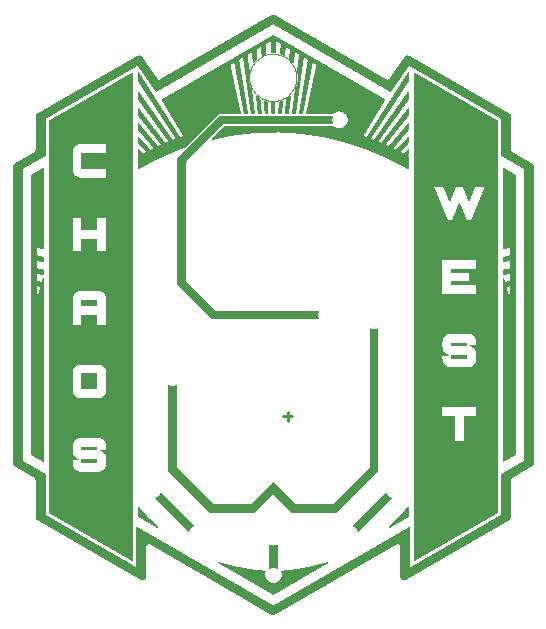
<source format=gto>
G75*
%MOIN*%
%OFA0B0*%
%FSLAX24Y24*%
%IPPOS*%
%LPD*%
%AMOC8*
5,1,8,0,0,1.08239X$1,22.5*
%
%ADD10C,0.0000*%
%ADD11C,0.0100*%
%ADD12C,0.0004*%
D10*
X000950Y003328D02*
X004410Y001330D01*
X004427Y001322D01*
X004446Y001318D01*
X004465Y001317D01*
X004484Y001320D01*
X004502Y001326D01*
X004518Y001336D01*
X004532Y001348D01*
X004544Y001363D01*
X004553Y001380D01*
X004558Y001398D01*
X004560Y001417D01*
X004560Y002431D01*
X004562Y002450D01*
X004567Y002468D01*
X004576Y002485D01*
X004588Y002500D01*
X004602Y002512D01*
X004618Y002522D01*
X004636Y002528D01*
X004655Y002531D01*
X004674Y002530D01*
X004693Y002525D01*
X004710Y002518D01*
X004710Y002517D02*
X008760Y000179D01*
X008760Y000178D02*
X008776Y000171D01*
X008793Y000167D01*
X008810Y000165D01*
X008827Y000167D01*
X008844Y000171D01*
X008860Y000178D01*
X008860Y000179D02*
X012911Y002517D01*
X012911Y002518D02*
X012928Y002526D01*
X012947Y002530D01*
X012966Y002531D01*
X012985Y002528D01*
X013003Y002522D01*
X013019Y002512D01*
X013033Y002500D01*
X013045Y002485D01*
X013054Y002468D01*
X013059Y002450D01*
X013061Y002431D01*
X013061Y001417D01*
X013063Y001398D01*
X013068Y001380D01*
X013077Y001363D01*
X013089Y001348D01*
X013103Y001336D01*
X013119Y001326D01*
X013137Y001320D01*
X013156Y001317D01*
X013175Y001318D01*
X013194Y001323D01*
X013211Y001330D01*
X016671Y003328D01*
X016721Y003415D02*
X016721Y004659D01*
X016723Y004676D01*
X016727Y004693D01*
X016734Y004709D01*
X016744Y004723D01*
X016757Y004736D01*
X016771Y004746D01*
X017421Y005121D01*
X017471Y005208D02*
X017471Y015092D01*
X017421Y015179D02*
X016771Y015554D01*
X016757Y015564D01*
X016744Y015577D01*
X016734Y015591D01*
X016727Y015607D01*
X016723Y015624D01*
X016721Y015641D01*
X016721Y016755D01*
X016671Y016842D02*
X013336Y018767D01*
X013336Y018768D02*
X013319Y018775D01*
X013301Y018780D01*
X013283Y018781D01*
X013264Y018779D01*
X013247Y018773D01*
X013230Y018764D01*
X013216Y018752D01*
X013204Y018738D01*
X012696Y018012D01*
X012696Y018013D02*
X012684Y017999D01*
X012670Y017987D01*
X012653Y017978D01*
X012636Y017972D01*
X012617Y017970D01*
X012599Y017971D01*
X012581Y017976D01*
X012564Y017983D01*
X008860Y020121D01*
X008760Y020121D02*
X005057Y017983D01*
X005040Y017976D01*
X005022Y017971D01*
X005004Y017970D01*
X004985Y017972D01*
X004968Y017978D01*
X004951Y017987D01*
X004937Y017999D01*
X004925Y018013D01*
X004925Y018012D02*
X004417Y018738D01*
X004405Y018752D01*
X004391Y018764D01*
X004374Y018773D01*
X004357Y018779D01*
X004338Y018781D01*
X004320Y018780D01*
X004302Y018775D01*
X004285Y018768D01*
X004285Y018767D02*
X000950Y016842D01*
X000936Y016832D01*
X000923Y016819D01*
X000913Y016805D01*
X000906Y016789D01*
X000902Y016772D01*
X000900Y016755D01*
X000900Y015641D01*
X000898Y015624D01*
X000894Y015607D01*
X000887Y015591D01*
X000877Y015577D01*
X000864Y015564D01*
X000850Y015554D01*
X000200Y015179D01*
X000186Y015169D01*
X000173Y015156D01*
X000163Y015142D01*
X000156Y015126D01*
X000152Y015109D01*
X000150Y015092D01*
X000150Y005208D01*
X000152Y005191D01*
X000156Y005174D01*
X000163Y005158D01*
X000173Y005144D01*
X000186Y005131D01*
X000200Y005121D01*
X000850Y004746D01*
X000900Y004659D02*
X000900Y003415D01*
X000902Y003398D01*
X000906Y003381D01*
X000913Y003365D01*
X000923Y003351D01*
X000936Y003338D01*
X000950Y003328D01*
X000900Y004659D02*
X000898Y004676D01*
X000894Y004693D01*
X000887Y004709D01*
X000877Y004723D01*
X000864Y004736D01*
X000850Y004746D01*
X008023Y018050D02*
X008025Y018106D01*
X008031Y018161D01*
X008041Y018215D01*
X008054Y018269D01*
X008072Y018322D01*
X008093Y018373D01*
X008117Y018423D01*
X008145Y018471D01*
X008177Y018517D01*
X008211Y018561D01*
X008249Y018602D01*
X008289Y018640D01*
X008332Y018675D01*
X008377Y018707D01*
X008425Y018736D01*
X008474Y018762D01*
X008525Y018784D01*
X008577Y018802D01*
X008631Y018816D01*
X008686Y018827D01*
X008741Y018834D01*
X008796Y018837D01*
X008852Y018836D01*
X008907Y018831D01*
X008962Y018822D01*
X009016Y018810D01*
X009069Y018793D01*
X009121Y018773D01*
X009171Y018749D01*
X009219Y018722D01*
X009266Y018692D01*
X009310Y018658D01*
X009352Y018621D01*
X009390Y018581D01*
X009427Y018539D01*
X009460Y018494D01*
X009489Y018448D01*
X009516Y018399D01*
X009538Y018348D01*
X009558Y018296D01*
X009573Y018242D01*
X009585Y018188D01*
X009593Y018133D01*
X009597Y018078D01*
X009597Y018022D01*
X009593Y017967D01*
X009585Y017912D01*
X009573Y017858D01*
X009558Y017804D01*
X009538Y017752D01*
X009516Y017701D01*
X009489Y017652D01*
X009460Y017606D01*
X009427Y017561D01*
X009390Y017519D01*
X009352Y017479D01*
X009310Y017442D01*
X009266Y017408D01*
X009219Y017378D01*
X009171Y017351D01*
X009121Y017327D01*
X009069Y017307D01*
X009016Y017290D01*
X008962Y017278D01*
X008907Y017269D01*
X008852Y017264D01*
X008796Y017263D01*
X008741Y017266D01*
X008686Y017273D01*
X008631Y017284D01*
X008577Y017298D01*
X008525Y017316D01*
X008474Y017338D01*
X008425Y017364D01*
X008377Y017393D01*
X008332Y017425D01*
X008289Y017460D01*
X008249Y017498D01*
X008211Y017539D01*
X008177Y017583D01*
X008145Y017629D01*
X008117Y017677D01*
X008093Y017727D01*
X008072Y017778D01*
X008054Y017831D01*
X008041Y017885D01*
X008031Y017939D01*
X008025Y017994D01*
X008023Y018050D01*
X008760Y020122D02*
X008776Y020129D01*
X008793Y020133D01*
X008810Y020135D01*
X008827Y020133D01*
X008844Y020129D01*
X008860Y020122D01*
X016671Y016842D02*
X016685Y016832D01*
X016698Y016819D01*
X016708Y016805D01*
X016715Y016789D01*
X016719Y016772D01*
X016721Y016755D01*
X017421Y015179D02*
X017435Y015169D01*
X017448Y015156D01*
X017458Y015142D01*
X017465Y015126D01*
X017469Y015109D01*
X017471Y015092D01*
X017471Y005208D02*
X017469Y005191D01*
X017465Y005174D01*
X017458Y005158D01*
X017448Y005144D01*
X017435Y005131D01*
X017421Y005121D01*
X016721Y003415D02*
X016719Y003398D01*
X016715Y003381D01*
X016708Y003365D01*
X016698Y003351D01*
X016685Y003338D01*
X016671Y003328D01*
D11*
X009460Y006750D02*
X009160Y006750D01*
X009310Y006600D02*
X009310Y006900D01*
D12*
X002645Y002638D02*
X002145Y002638D01*
X002149Y002636D02*
X002649Y002636D01*
X002653Y002634D02*
X002153Y002634D01*
X002157Y002631D02*
X002657Y002631D01*
X002661Y002629D02*
X002161Y002629D01*
X002166Y002626D02*
X002666Y002626D01*
X002670Y002624D02*
X002170Y002624D01*
X002174Y002621D02*
X002674Y002621D01*
X002678Y002619D02*
X002178Y002619D01*
X002183Y002617D02*
X002683Y002617D01*
X002687Y002614D02*
X002187Y002614D01*
X002191Y002612D02*
X002691Y002612D01*
X002695Y002609D02*
X002195Y002609D01*
X002199Y002607D02*
X002699Y002607D01*
X002704Y002604D02*
X002204Y002604D01*
X002208Y002602D02*
X002708Y002602D01*
X002712Y002599D02*
X002212Y002599D01*
X002216Y002597D02*
X002716Y002597D01*
X002721Y002595D02*
X002221Y002595D01*
X002225Y002592D02*
X002725Y002592D01*
X002729Y002590D02*
X002229Y002590D01*
X002233Y002587D02*
X002733Y002587D01*
X002737Y002585D02*
X002237Y002585D01*
X002242Y002582D02*
X002742Y002582D01*
X002746Y002580D02*
X002246Y002580D01*
X002250Y002578D02*
X002750Y002578D01*
X002754Y002575D02*
X002254Y002575D01*
X002259Y002573D02*
X002759Y002573D01*
X002763Y002570D02*
X002263Y002570D01*
X002267Y002568D02*
X002767Y002568D01*
X002771Y002565D02*
X002271Y002565D01*
X002275Y002563D02*
X002775Y002563D01*
X002780Y002560D02*
X002280Y002560D01*
X002284Y002558D02*
X002784Y002558D01*
X002788Y002556D02*
X002288Y002556D01*
X002292Y002553D02*
X002792Y002553D01*
X002797Y002551D02*
X002297Y002551D01*
X002301Y002548D02*
X002801Y002548D01*
X002805Y002546D02*
X002305Y002546D01*
X002309Y002543D02*
X002809Y002543D01*
X002813Y002541D02*
X002313Y002541D01*
X002318Y002539D02*
X002818Y002539D01*
X002822Y002536D02*
X002322Y002536D01*
X002326Y002534D02*
X002826Y002534D01*
X002830Y002531D02*
X002330Y002531D01*
X002335Y002529D02*
X002835Y002529D01*
X002839Y002526D02*
X002339Y002526D01*
X002343Y002524D02*
X002843Y002524D01*
X002847Y002521D02*
X002347Y002521D01*
X002351Y002519D02*
X002851Y002519D01*
X002856Y002517D02*
X002356Y002517D01*
X002360Y002514D02*
X002860Y002514D01*
X002864Y002512D02*
X002364Y002512D01*
X002368Y002509D02*
X002868Y002509D01*
X002873Y002507D02*
X002373Y002507D01*
X002377Y002504D02*
X002877Y002504D01*
X002881Y002502D02*
X002381Y002502D01*
X002385Y002500D02*
X002885Y002500D01*
X002889Y002497D02*
X002389Y002497D01*
X002394Y002495D02*
X002894Y002495D01*
X002898Y002492D02*
X002398Y002492D01*
X002402Y002490D02*
X002902Y002490D01*
X002906Y002487D02*
X002406Y002487D01*
X002411Y002485D02*
X002911Y002485D01*
X002915Y002482D02*
X002415Y002482D01*
X002419Y002480D02*
X002919Y002480D01*
X002923Y002478D02*
X002423Y002478D01*
X002427Y002475D02*
X002927Y002475D01*
X002932Y002473D02*
X002432Y002473D01*
X002436Y002470D02*
X002936Y002470D01*
X002940Y002468D02*
X002440Y002468D01*
X002444Y002465D02*
X002944Y002465D01*
X002949Y002463D02*
X002449Y002463D01*
X002453Y002461D02*
X002953Y002461D01*
X002957Y002458D02*
X002457Y002458D01*
X002461Y002456D02*
X002961Y002456D01*
X002965Y002453D02*
X002465Y002453D01*
X002470Y002451D02*
X002970Y002451D01*
X002974Y002448D02*
X002474Y002448D01*
X002478Y002446D02*
X002978Y002446D01*
X002982Y002443D02*
X002482Y002443D01*
X002487Y002441D02*
X002987Y002441D01*
X002991Y002439D02*
X002491Y002439D01*
X002495Y002436D02*
X002995Y002436D01*
X002999Y002434D02*
X002499Y002434D01*
X002503Y002431D02*
X003003Y002431D01*
X003008Y002429D02*
X002508Y002429D01*
X002512Y002426D02*
X003012Y002426D01*
X003016Y002424D02*
X002516Y002424D01*
X002520Y002422D02*
X003020Y002422D01*
X003024Y002419D02*
X002524Y002419D01*
X002529Y002417D02*
X003029Y002417D01*
X003033Y002414D02*
X002533Y002414D01*
X002537Y002412D02*
X003037Y002412D01*
X003041Y002409D02*
X002541Y002409D01*
X002546Y002407D02*
X003046Y002407D01*
X003050Y002404D02*
X002550Y002404D01*
X002554Y002402D02*
X003054Y002402D01*
X003058Y002400D02*
X002558Y002400D01*
X002562Y002397D02*
X003062Y002397D01*
X003067Y002395D02*
X002567Y002395D01*
X002571Y002392D02*
X003071Y002392D01*
X003075Y002390D02*
X002575Y002390D01*
X002579Y002387D02*
X003079Y002387D01*
X003084Y002385D02*
X002584Y002385D01*
X002588Y002383D02*
X003088Y002383D01*
X003092Y002380D02*
X002592Y002380D01*
X002596Y002378D02*
X003096Y002378D01*
X003100Y002375D02*
X002600Y002375D01*
X002605Y002373D02*
X003105Y002373D01*
X003109Y002370D02*
X002609Y002370D01*
X002613Y002368D02*
X003113Y002368D01*
X003117Y002365D02*
X002617Y002365D01*
X002622Y002363D02*
X003122Y002363D01*
X003126Y002361D02*
X002626Y002361D01*
X002630Y002358D02*
X003130Y002358D01*
X003134Y002356D02*
X002634Y002356D01*
X002638Y002353D02*
X003138Y002353D01*
X003143Y002351D02*
X002643Y002351D01*
X002647Y002348D02*
X003147Y002348D01*
X003151Y002346D02*
X002651Y002346D01*
X002655Y002344D02*
X003155Y002344D01*
X003160Y002341D02*
X002660Y002341D01*
X002664Y002339D02*
X003164Y002339D01*
X003168Y002336D02*
X002668Y002336D01*
X002672Y002334D02*
X003172Y002334D01*
X003176Y002331D02*
X002676Y002331D01*
X002681Y002329D02*
X003181Y002329D01*
X003185Y002326D02*
X002685Y002326D01*
X002689Y002324D02*
X003189Y002324D01*
X003193Y002322D02*
X002693Y002322D01*
X002698Y002319D02*
X003198Y002319D01*
X003202Y002317D02*
X002702Y002317D01*
X002706Y002314D02*
X003206Y002314D01*
X003210Y002312D02*
X002710Y002312D01*
X002714Y002309D02*
X003214Y002309D01*
X003219Y002307D02*
X002719Y002307D01*
X002723Y002305D02*
X003223Y002305D01*
X003227Y002302D02*
X002727Y002302D01*
X002731Y002300D02*
X003231Y002300D01*
X003236Y002297D02*
X002736Y002297D01*
X002740Y002295D02*
X003240Y002295D01*
X003244Y002292D02*
X002744Y002292D01*
X002748Y002290D02*
X003248Y002290D01*
X003252Y002287D02*
X002752Y002287D01*
X002757Y002285D02*
X003257Y002285D01*
X003261Y002283D02*
X002761Y002283D01*
X002765Y002280D02*
X003265Y002280D01*
X003269Y002278D02*
X002769Y002278D01*
X002774Y002275D02*
X003274Y002275D01*
X003278Y002273D02*
X002778Y002273D01*
X002782Y002270D02*
X003282Y002270D01*
X003286Y002268D02*
X002786Y002268D01*
X002790Y002266D02*
X003290Y002266D01*
X003295Y002263D02*
X002795Y002263D01*
X002799Y002261D02*
X003299Y002261D01*
X003303Y002258D02*
X002803Y002258D01*
X002807Y002256D02*
X003307Y002256D01*
X003312Y002253D02*
X002812Y002253D01*
X002816Y002251D02*
X003316Y002251D01*
X003320Y002248D02*
X002820Y002248D01*
X002824Y002246D02*
X003324Y002246D01*
X003328Y002244D02*
X002828Y002244D01*
X002833Y002241D02*
X003333Y002241D01*
X003337Y002239D02*
X002837Y002239D01*
X002841Y002236D02*
X003341Y002236D01*
X003345Y002234D02*
X002845Y002234D01*
X002850Y002231D02*
X003350Y002231D01*
X003354Y002229D02*
X002854Y002229D01*
X002858Y002227D02*
X003358Y002227D01*
X003362Y002224D02*
X002862Y002224D01*
X002866Y002222D02*
X003366Y002222D01*
X003371Y002219D02*
X002871Y002219D01*
X002875Y002217D02*
X003375Y002217D01*
X003379Y002214D02*
X002879Y002214D01*
X002883Y002212D02*
X003383Y002212D01*
X003388Y002209D02*
X002888Y002209D01*
X002892Y002207D02*
X003392Y002207D01*
X003396Y002205D02*
X002896Y002205D01*
X002900Y002202D02*
X003400Y002202D01*
X003404Y002200D02*
X002904Y002200D01*
X002909Y002197D02*
X003409Y002197D01*
X003413Y002195D02*
X002913Y002195D01*
X002917Y002192D02*
X003417Y002192D01*
X003421Y002190D02*
X002921Y002190D01*
X002926Y002188D02*
X003426Y002188D01*
X003430Y002185D02*
X002930Y002185D01*
X002934Y002183D02*
X003434Y002183D01*
X003438Y002180D02*
X002938Y002180D01*
X002942Y002178D02*
X003442Y002178D01*
X003447Y002175D02*
X002947Y002175D01*
X002951Y002173D02*
X003451Y002173D01*
X003455Y002170D02*
X002955Y002170D01*
X002959Y002168D02*
X003459Y002168D01*
X003464Y002166D02*
X002964Y002166D01*
X002968Y002163D02*
X003468Y002163D01*
X003472Y002161D02*
X002972Y002161D01*
X002976Y002158D02*
X003476Y002158D01*
X003480Y002156D02*
X002980Y002156D01*
X002985Y002153D02*
X003485Y002153D01*
X003489Y002151D02*
X002989Y002151D01*
X002993Y002149D02*
X003493Y002149D01*
X003497Y002146D02*
X002997Y002146D01*
X003002Y002144D02*
X003502Y002144D01*
X003506Y002141D02*
X003006Y002141D01*
X003010Y002139D02*
X003510Y002139D01*
X003514Y002136D02*
X003014Y002136D01*
X003018Y002134D02*
X003518Y002134D01*
X003523Y002131D02*
X003023Y002131D01*
X003027Y002129D02*
X003527Y002129D01*
X003531Y002127D02*
X003031Y002127D01*
X003035Y002124D02*
X003535Y002124D01*
X003540Y002122D02*
X003040Y002122D01*
X003044Y002119D02*
X003544Y002119D01*
X003548Y002117D02*
X003048Y002117D01*
X003052Y002114D02*
X003552Y002114D01*
X003556Y002112D02*
X003056Y002112D01*
X003061Y002110D02*
X003561Y002110D01*
X003565Y002107D02*
X003065Y002107D01*
X003069Y002105D02*
X003569Y002105D01*
X003573Y002102D02*
X003073Y002102D01*
X003078Y002100D02*
X003578Y002100D01*
X003582Y002097D02*
X003082Y002097D01*
X003086Y002095D02*
X003586Y002095D01*
X003590Y002092D02*
X003090Y002092D01*
X003094Y002090D02*
X003594Y002090D01*
X003599Y002088D02*
X003099Y002088D01*
X003103Y002085D02*
X003603Y002085D01*
X003607Y002083D02*
X003107Y002083D01*
X003111Y002080D02*
X003611Y002080D01*
X003615Y002078D02*
X003115Y002078D01*
X003120Y002075D02*
X003620Y002075D01*
X003624Y002073D02*
X003124Y002073D01*
X003128Y002071D02*
X003628Y002071D01*
X003632Y002068D02*
X003132Y002068D01*
X003137Y002066D02*
X003637Y002066D01*
X003641Y002063D02*
X003141Y002063D01*
X003145Y002061D02*
X003645Y002061D01*
X003649Y002058D02*
X003149Y002058D01*
X003153Y002056D02*
X003653Y002056D01*
X003658Y002053D02*
X003158Y002053D01*
X003162Y002051D02*
X003662Y002051D01*
X003666Y002049D02*
X003166Y002049D01*
X003170Y002046D02*
X003670Y002046D01*
X003675Y002044D02*
X003175Y002044D01*
X003179Y002041D02*
X003679Y002041D01*
X003683Y002039D02*
X003183Y002039D01*
X003187Y002036D02*
X003687Y002036D01*
X003691Y002034D02*
X003191Y002034D01*
X003196Y002032D02*
X003696Y002032D01*
X003700Y002029D02*
X003200Y002029D01*
X003204Y002027D02*
X003704Y002027D01*
X003708Y002024D02*
X003208Y002024D01*
X003213Y002022D02*
X003713Y002022D01*
X003717Y002019D02*
X003217Y002019D01*
X003221Y002017D02*
X003721Y002017D01*
X003725Y002014D02*
X003225Y002014D01*
X003229Y002012D02*
X003729Y002012D01*
X003734Y002010D02*
X003234Y002010D01*
X003238Y002007D02*
X003738Y002007D01*
X003742Y002005D02*
X003242Y002005D01*
X003246Y002002D02*
X003746Y002002D01*
X003751Y002000D02*
X003251Y002000D01*
X003255Y001997D02*
X003755Y001997D01*
X003759Y001995D02*
X003259Y001995D01*
X003263Y001993D02*
X003763Y001993D01*
X003767Y001990D02*
X003267Y001990D01*
X003272Y001988D02*
X003772Y001988D01*
X003776Y001985D02*
X003276Y001985D01*
X003280Y001983D02*
X003780Y001983D01*
X003784Y001980D02*
X003284Y001980D01*
X003289Y001978D02*
X003789Y001978D01*
X003793Y001976D02*
X003293Y001976D01*
X003297Y001973D02*
X003797Y001973D01*
X003801Y001971D02*
X003301Y001971D01*
X003305Y001968D02*
X003805Y001968D01*
X003810Y001966D02*
X003310Y001966D01*
X003314Y001963D02*
X003814Y001963D01*
X003818Y001961D02*
X003318Y001961D01*
X003322Y001958D02*
X003822Y001958D01*
X003827Y001956D02*
X003327Y001956D01*
X003331Y001954D02*
X003831Y001954D01*
X003835Y001951D02*
X003335Y001951D01*
X003339Y001949D02*
X003839Y001949D01*
X003843Y001946D02*
X003343Y001946D01*
X003348Y001944D02*
X003848Y001944D01*
X003852Y001941D02*
X003352Y001941D01*
X003356Y001939D02*
X003856Y001939D01*
X003860Y001937D02*
X003360Y001937D01*
X003365Y001934D02*
X003865Y001934D01*
X003869Y001932D02*
X003369Y001932D01*
X003373Y001929D02*
X003873Y001929D01*
X003877Y001927D02*
X003377Y001927D01*
X003381Y001924D02*
X003881Y001924D01*
X003886Y001922D02*
X003386Y001922D01*
X003390Y001919D02*
X003890Y001919D01*
X003894Y001917D02*
X003394Y001917D01*
X003398Y001915D02*
X003898Y001915D01*
X003903Y001912D02*
X003403Y001912D01*
X003407Y001910D02*
X003907Y001910D01*
X003911Y001907D02*
X003411Y001907D01*
X003415Y001905D02*
X003915Y001905D01*
X003919Y001902D02*
X003419Y001902D01*
X003424Y001900D02*
X003924Y001900D01*
X003928Y001898D02*
X003428Y001898D01*
X003432Y001895D02*
X003932Y001895D01*
X003936Y001893D02*
X003436Y001893D01*
X003441Y001890D02*
X003941Y001890D01*
X003945Y001888D02*
X003445Y001888D01*
X003449Y001885D02*
X003949Y001885D01*
X003953Y001883D02*
X003453Y001883D01*
X003457Y001880D02*
X003957Y001880D01*
X003962Y001878D02*
X003462Y001878D01*
X003466Y001876D02*
X003966Y001876D01*
X003970Y001873D02*
X003470Y001873D01*
X003474Y001871D02*
X003974Y001871D01*
X003979Y001868D02*
X003479Y001868D01*
X003483Y001866D02*
X003983Y001866D01*
X003987Y001863D02*
X003487Y001863D01*
X003491Y001861D02*
X003991Y001861D01*
X003995Y001859D02*
X003495Y001859D01*
X003500Y001856D02*
X004000Y001856D01*
X004004Y001854D02*
X003504Y001854D01*
X003508Y001851D02*
X004008Y001851D01*
X004012Y001849D02*
X003512Y001849D01*
X003517Y001846D02*
X004017Y001846D01*
X004021Y001844D02*
X003521Y001844D01*
X003525Y001841D02*
X004025Y001841D01*
X004029Y001839D02*
X003529Y001839D01*
X003533Y001837D02*
X004033Y001837D01*
X004038Y001834D02*
X003538Y001834D01*
X003542Y001832D02*
X004042Y001832D01*
X004046Y001829D02*
X003546Y001829D01*
X003550Y001827D02*
X004050Y001827D01*
X004055Y001824D02*
X003555Y001824D01*
X003559Y001822D02*
X004059Y001822D01*
X004063Y001820D02*
X003563Y001820D01*
X003567Y001817D02*
X004067Y001817D01*
X004071Y001815D02*
X003571Y001815D01*
X003576Y001812D02*
X004076Y001812D01*
X004080Y001810D02*
X003580Y001810D01*
X003584Y001807D02*
X004084Y001807D01*
X004088Y001805D02*
X003588Y001805D01*
X003593Y001802D02*
X004093Y001802D01*
X004097Y001800D02*
X003597Y001800D01*
X003601Y001798D02*
X004101Y001798D01*
X004105Y001795D02*
X003605Y001795D01*
X003609Y001793D02*
X004109Y001793D01*
X004114Y001790D02*
X003614Y001790D01*
X003618Y001788D02*
X004118Y001788D01*
X004122Y001785D02*
X003622Y001785D01*
X003626Y001783D02*
X004126Y001783D01*
X004131Y001781D02*
X003631Y001781D01*
X003635Y001778D02*
X004135Y001778D01*
X004139Y001776D02*
X003639Y001776D01*
X003643Y001773D02*
X004143Y001773D01*
X004147Y001771D02*
X003647Y001771D01*
X003652Y001768D02*
X004152Y001768D01*
X004156Y001766D02*
X003656Y001766D01*
X003660Y001763D02*
X004160Y001763D01*
X004164Y001761D02*
X003664Y001761D01*
X003669Y001759D02*
X004169Y001759D01*
X004173Y001756D02*
X003673Y001756D01*
X003677Y001754D02*
X004177Y001754D01*
X004181Y001751D02*
X003681Y001751D01*
X003685Y001749D02*
X004185Y001749D01*
X004190Y001746D02*
X003690Y001746D01*
X003694Y001744D02*
X004194Y001744D01*
X004198Y001742D02*
X003698Y001742D01*
X003702Y001739D02*
X004202Y001739D01*
X004206Y001737D02*
X003707Y001737D01*
X003711Y001734D02*
X004211Y001734D01*
X004215Y001732D02*
X003715Y001732D01*
X003719Y001729D02*
X004219Y001729D01*
X004223Y001727D02*
X003723Y001727D01*
X003728Y001724D02*
X004228Y001724D01*
X004232Y001722D02*
X003732Y001722D01*
X003736Y001720D02*
X004236Y001720D01*
X004240Y001717D02*
X003740Y001717D01*
X003744Y001715D02*
X004244Y001715D01*
X004249Y001712D02*
X003749Y001712D01*
X003753Y001710D02*
X004253Y001710D01*
X004257Y001707D02*
X003757Y001707D01*
X003761Y001705D02*
X004560Y001705D01*
X004560Y001707D02*
X004260Y001707D01*
X004260Y001706D02*
X004260Y003066D01*
X008810Y000439D01*
X013361Y003066D01*
X013361Y001706D01*
X016421Y003472D01*
X016421Y004832D01*
X016920Y004832D01*
X016924Y004834D02*
X016424Y004834D01*
X016421Y004832D02*
X017171Y005265D01*
X017171Y015035D01*
X016421Y015468D01*
X016919Y015468D01*
X016915Y015471D02*
X016421Y015471D01*
X016421Y015473D02*
X016911Y015473D01*
X016907Y015475D02*
X016421Y015475D01*
X016421Y015478D02*
X016903Y015478D01*
X016898Y015480D02*
X016421Y015480D01*
X016421Y015483D02*
X016894Y015483D01*
X016890Y015485D02*
X016421Y015485D01*
X016421Y015488D02*
X016886Y015488D01*
X016881Y015490D02*
X016421Y015490D01*
X016421Y015493D02*
X016877Y015493D01*
X016873Y015495D02*
X016421Y015495D01*
X016421Y015497D02*
X016869Y015497D01*
X016865Y015500D02*
X016421Y015500D01*
X016421Y015502D02*
X016860Y015502D01*
X016856Y015505D02*
X016421Y015505D01*
X016421Y015507D02*
X016852Y015507D01*
X016848Y015510D02*
X016421Y015510D01*
X016421Y015512D02*
X016843Y015512D01*
X016839Y015514D02*
X016421Y015514D01*
X016421Y015517D02*
X016835Y015517D01*
X016831Y015519D02*
X016421Y015519D01*
X016421Y015522D02*
X016827Y015522D01*
X016822Y015524D02*
X016421Y015524D01*
X016421Y015527D02*
X016818Y015527D01*
X016814Y015529D02*
X016421Y015529D01*
X016421Y015532D02*
X016810Y015532D01*
X016805Y015534D02*
X016421Y015534D01*
X016421Y015536D02*
X016801Y015536D01*
X016797Y015539D02*
X016421Y015539D01*
X016421Y015541D02*
X016793Y015541D01*
X016789Y015544D02*
X016421Y015544D01*
X016421Y015546D02*
X016784Y015546D01*
X016780Y015549D02*
X016421Y015549D01*
X016421Y015551D02*
X016776Y015551D01*
X016772Y015553D02*
X016421Y015553D01*
X016421Y015556D02*
X016768Y015556D01*
X016771Y015554D02*
X016750Y015570D01*
X016734Y015591D01*
X016724Y015615D01*
X016721Y015641D01*
X016421Y015641D01*
X016421Y015639D02*
X016721Y015639D01*
X016721Y015641D02*
X016721Y016755D01*
X016321Y016755D01*
X016325Y016753D02*
X016721Y016753D01*
X016721Y016755D02*
X016717Y016781D01*
X016707Y016805D01*
X016691Y016826D01*
X016671Y016842D01*
X013336Y018767D01*
X013313Y018777D01*
X013289Y018781D01*
X013264Y018778D01*
X013241Y018770D01*
X013220Y018756D01*
X013355Y018756D01*
X013351Y018758D02*
X013224Y018758D01*
X013220Y018756D02*
X013204Y018738D01*
X012696Y018012D01*
X012679Y017994D01*
X012659Y017980D01*
X012635Y017972D01*
X012611Y017970D01*
X012586Y017973D01*
X012564Y017983D01*
X008860Y020121D01*
X008836Y020131D01*
X008810Y020135D01*
X008784Y020131D01*
X008760Y020121D01*
X008861Y020121D01*
X008865Y020118D02*
X008756Y020118D01*
X008751Y020116D02*
X008869Y020116D01*
X008873Y020114D02*
X008747Y020114D01*
X008743Y020111D02*
X008878Y020111D01*
X008882Y020109D02*
X008739Y020109D01*
X008734Y020106D02*
X008886Y020106D01*
X008890Y020104D02*
X008730Y020104D01*
X008726Y020101D02*
X008895Y020101D01*
X008899Y020099D02*
X008722Y020099D01*
X008718Y020096D02*
X008903Y020096D01*
X008907Y020094D02*
X008713Y020094D01*
X008709Y020092D02*
X008911Y020092D01*
X008916Y020089D02*
X008705Y020089D01*
X008701Y020087D02*
X008920Y020087D01*
X008924Y020084D02*
X008696Y020084D01*
X008692Y020082D02*
X008928Y020082D01*
X008932Y020079D02*
X008688Y020079D01*
X008684Y020077D02*
X008937Y020077D01*
X008941Y020075D02*
X008680Y020075D01*
X008675Y020072D02*
X008945Y020072D01*
X008949Y020070D02*
X008671Y020070D01*
X008667Y020067D02*
X008954Y020067D01*
X008958Y020065D02*
X008663Y020065D01*
X008658Y020062D02*
X008962Y020062D01*
X008966Y020060D02*
X008654Y020060D01*
X008650Y020057D02*
X008970Y020057D01*
X008975Y020055D02*
X008646Y020055D01*
X008642Y020053D02*
X008979Y020053D01*
X008983Y020050D02*
X008637Y020050D01*
X008633Y020048D02*
X008987Y020048D01*
X008992Y020045D02*
X008629Y020045D01*
X008625Y020043D02*
X008996Y020043D01*
X009000Y020040D02*
X008620Y020040D01*
X008616Y020038D02*
X009004Y020038D01*
X009008Y020036D02*
X008612Y020036D01*
X008608Y020033D02*
X009013Y020033D01*
X009017Y020031D02*
X008604Y020031D01*
X008599Y020028D02*
X009021Y020028D01*
X009025Y020026D02*
X008595Y020026D01*
X008591Y020023D02*
X009030Y020023D01*
X009034Y020021D02*
X008587Y020021D01*
X008582Y020018D02*
X009038Y020018D01*
X009042Y020016D02*
X008578Y020016D01*
X008574Y020014D02*
X009046Y020014D01*
X009051Y020011D02*
X008570Y020011D01*
X008566Y020009D02*
X009055Y020009D01*
X009059Y020006D02*
X008561Y020006D01*
X008557Y020004D02*
X009063Y020004D01*
X009068Y020001D02*
X008553Y020001D01*
X008549Y019999D02*
X009072Y019999D01*
X009076Y019997D02*
X008544Y019997D01*
X008540Y019994D02*
X009080Y019994D01*
X009084Y019992D02*
X008536Y019992D01*
X008532Y019989D02*
X009089Y019989D01*
X009093Y019987D02*
X008528Y019987D01*
X008523Y019984D02*
X009097Y019984D01*
X009101Y019982D02*
X008519Y019982D01*
X008515Y019979D02*
X009106Y019979D01*
X009110Y019977D02*
X008511Y019977D01*
X008506Y019975D02*
X009114Y019975D01*
X009118Y019972D02*
X008502Y019972D01*
X008498Y019970D02*
X009122Y019970D01*
X009127Y019967D02*
X008494Y019967D01*
X008490Y019965D02*
X009131Y019965D01*
X009135Y019962D02*
X008485Y019962D01*
X008481Y019960D02*
X009139Y019960D01*
X009144Y019958D02*
X008477Y019958D01*
X008473Y019955D02*
X009148Y019955D01*
X009152Y019953D02*
X008469Y019953D01*
X008464Y019950D02*
X009156Y019950D01*
X009160Y019948D02*
X008460Y019948D01*
X008456Y019945D02*
X009165Y019945D01*
X009169Y019943D02*
X008452Y019943D01*
X008447Y019941D02*
X009173Y019941D01*
X009177Y019938D02*
X008443Y019938D01*
X008439Y019936D02*
X009182Y019936D01*
X009186Y019933D02*
X008435Y019933D01*
X008431Y019931D02*
X009190Y019931D01*
X009194Y019928D02*
X008426Y019928D01*
X008422Y019926D02*
X009198Y019926D01*
X009203Y019923D02*
X008418Y019923D01*
X008414Y019921D02*
X009207Y019921D01*
X009211Y019919D02*
X008409Y019919D01*
X008405Y019916D02*
X009215Y019916D01*
X009220Y019914D02*
X008401Y019914D01*
X008397Y019911D02*
X009224Y019911D01*
X009228Y019909D02*
X008393Y019909D01*
X008388Y019906D02*
X009232Y019906D01*
X009236Y019904D02*
X008384Y019904D01*
X008380Y019902D02*
X009241Y019902D01*
X009245Y019899D02*
X008376Y019899D01*
X008371Y019897D02*
X009249Y019897D01*
X009253Y019894D02*
X008367Y019894D01*
X008363Y019892D02*
X009258Y019892D01*
X009262Y019889D02*
X008359Y019889D01*
X008355Y019887D02*
X009266Y019887D01*
X009270Y019884D02*
X008350Y019884D01*
X008346Y019882D02*
X009274Y019882D01*
X009279Y019880D02*
X008342Y019880D01*
X008338Y019877D02*
X009283Y019877D01*
X009287Y019875D02*
X008333Y019875D01*
X008329Y019872D02*
X009291Y019872D01*
X009296Y019870D02*
X008325Y019870D01*
X008321Y019867D02*
X009300Y019867D01*
X009304Y019865D02*
X008317Y019865D01*
X008312Y019863D02*
X009308Y019863D01*
X009312Y019860D02*
X008812Y019860D01*
X008810Y019861D02*
X004904Y017606D01*
X004291Y018482D01*
X001200Y016698D01*
X001200Y015468D01*
X000701Y015468D01*
X000697Y015466D02*
X001197Y015466D01*
X001200Y015468D02*
X000450Y015035D01*
X000450Y006056D01*
X000150Y006056D01*
X000150Y005208D01*
X000153Y005182D01*
X000163Y005158D01*
X000179Y005137D01*
X000200Y005121D01*
X000850Y004746D01*
X000871Y004730D01*
X000887Y004709D01*
X000897Y004685D01*
X000900Y004659D01*
X001200Y004659D01*
X001200Y004661D02*
X000900Y004661D01*
X000900Y004659D02*
X000900Y003415D01*
X000903Y003389D01*
X001344Y003389D01*
X001340Y003392D02*
X000903Y003392D01*
X000903Y003394D02*
X001336Y003394D01*
X001332Y003396D02*
X000902Y003396D01*
X000902Y003399D02*
X001327Y003399D01*
X001323Y003401D02*
X000902Y003401D01*
X000901Y003404D02*
X001319Y003404D01*
X001315Y003406D02*
X000901Y003406D01*
X000901Y003409D02*
X001311Y003409D01*
X001306Y003411D02*
X000900Y003411D01*
X000900Y003413D02*
X001302Y003413D01*
X001298Y003416D02*
X000900Y003416D01*
X000900Y003418D02*
X001294Y003418D01*
X001289Y003421D02*
X000900Y003421D01*
X000900Y003423D02*
X001285Y003423D01*
X001281Y003426D02*
X000900Y003426D01*
X000900Y003428D02*
X001277Y003428D01*
X001273Y003431D02*
X000900Y003431D01*
X000900Y003433D02*
X001268Y003433D01*
X001264Y003435D02*
X000900Y003435D01*
X000900Y003438D02*
X001260Y003438D01*
X001256Y003440D02*
X000900Y003440D01*
X000900Y003443D02*
X001251Y003443D01*
X001247Y003445D02*
X000900Y003445D01*
X000900Y003448D02*
X001243Y003448D01*
X001239Y003450D02*
X000900Y003450D01*
X000900Y003452D02*
X001235Y003452D01*
X001230Y003455D02*
X000900Y003455D01*
X000900Y003457D02*
X001226Y003457D01*
X001222Y003460D02*
X000900Y003460D01*
X000900Y003462D02*
X001218Y003462D01*
X001213Y003465D02*
X000900Y003465D01*
X000900Y003467D02*
X001209Y003467D01*
X001205Y003470D02*
X000900Y003470D01*
X000900Y003472D02*
X001201Y003472D01*
X001200Y003472D02*
X004260Y001706D01*
X004260Y001710D02*
X004560Y001710D01*
X004560Y001712D02*
X004260Y001712D01*
X004260Y001715D02*
X004560Y001715D01*
X004560Y001717D02*
X004260Y001717D01*
X004260Y001720D02*
X004560Y001720D01*
X004560Y001722D02*
X004260Y001722D01*
X004260Y001724D02*
X004560Y001724D01*
X004560Y001727D02*
X004260Y001727D01*
X004260Y001729D02*
X004560Y001729D01*
X004560Y001732D02*
X004260Y001732D01*
X004260Y001734D02*
X004560Y001734D01*
X004560Y001737D02*
X004260Y001737D01*
X004260Y001739D02*
X004560Y001739D01*
X004560Y001742D02*
X004260Y001742D01*
X004260Y001744D02*
X004560Y001744D01*
X004560Y001746D02*
X004260Y001746D01*
X004260Y001749D02*
X004560Y001749D01*
X004560Y001751D02*
X004260Y001751D01*
X004260Y001754D02*
X004560Y001754D01*
X004560Y001756D02*
X004260Y001756D01*
X004260Y001759D02*
X004560Y001759D01*
X004560Y001761D02*
X004260Y001761D01*
X004260Y001763D02*
X004560Y001763D01*
X004560Y001766D02*
X004260Y001766D01*
X004260Y001768D02*
X004560Y001768D01*
X004560Y001771D02*
X004260Y001771D01*
X004260Y001773D02*
X004560Y001773D01*
X004560Y001776D02*
X004260Y001776D01*
X004260Y001778D02*
X004560Y001778D01*
X004560Y001781D02*
X004260Y001781D01*
X004260Y001783D02*
X004560Y001783D01*
X004560Y001785D02*
X004260Y001785D01*
X004260Y001788D02*
X004560Y001788D01*
X004560Y001790D02*
X004260Y001790D01*
X004260Y001793D02*
X004560Y001793D01*
X004560Y001795D02*
X004260Y001795D01*
X004260Y001798D02*
X004560Y001798D01*
X004560Y001800D02*
X004260Y001800D01*
X004260Y001802D02*
X004560Y001802D01*
X004560Y001805D02*
X004260Y001805D01*
X004260Y001807D02*
X004560Y001807D01*
X004560Y001810D02*
X004260Y001810D01*
X004260Y001812D02*
X004560Y001812D01*
X004560Y001815D02*
X004260Y001815D01*
X004260Y001817D02*
X004560Y001817D01*
X004560Y001820D02*
X004260Y001820D01*
X004260Y001822D02*
X004560Y001822D01*
X004560Y001824D02*
X004260Y001824D01*
X004260Y001827D02*
X004560Y001827D01*
X004560Y001829D02*
X004260Y001829D01*
X004260Y001832D02*
X004560Y001832D01*
X004560Y001834D02*
X004260Y001834D01*
X004260Y001837D02*
X004560Y001837D01*
X004560Y001839D02*
X004260Y001839D01*
X004260Y001841D02*
X004560Y001841D01*
X004560Y001844D02*
X004260Y001844D01*
X004260Y001846D02*
X004560Y001846D01*
X004560Y001849D02*
X004260Y001849D01*
X004260Y001851D02*
X004560Y001851D01*
X004560Y001854D02*
X004260Y001854D01*
X004260Y001856D02*
X004560Y001856D01*
X004560Y001859D02*
X004260Y001859D01*
X004260Y001861D02*
X004560Y001861D01*
X004560Y001863D02*
X004260Y001863D01*
X004260Y001866D02*
X004560Y001866D01*
X004560Y001868D02*
X004260Y001868D01*
X004260Y001871D02*
X004560Y001871D01*
X004560Y001873D02*
X004260Y001873D01*
X004260Y001876D02*
X004560Y001876D01*
X004560Y001878D02*
X004260Y001878D01*
X004260Y001880D02*
X004560Y001880D01*
X004560Y001883D02*
X004260Y001883D01*
X004260Y001885D02*
X004560Y001885D01*
X004560Y001888D02*
X004260Y001888D01*
X004260Y001890D02*
X004560Y001890D01*
X004560Y001893D02*
X004260Y001893D01*
X004260Y001895D02*
X004560Y001895D01*
X004560Y001898D02*
X004260Y001898D01*
X004260Y001900D02*
X004560Y001900D01*
X004560Y001902D02*
X004260Y001902D01*
X004260Y001905D02*
X004560Y001905D01*
X004560Y001907D02*
X004260Y001907D01*
X004260Y001910D02*
X004560Y001910D01*
X004560Y001912D02*
X004260Y001912D01*
X004260Y001915D02*
X004560Y001915D01*
X004560Y001917D02*
X004260Y001917D01*
X004260Y001919D02*
X004560Y001919D01*
X004560Y001922D02*
X004260Y001922D01*
X004260Y001924D02*
X004560Y001924D01*
X004560Y001927D02*
X004260Y001927D01*
X004260Y001929D02*
X004560Y001929D01*
X004560Y001932D02*
X004260Y001932D01*
X004260Y001934D02*
X004560Y001934D01*
X004560Y001937D02*
X004260Y001937D01*
X004260Y001939D02*
X004560Y001939D01*
X004560Y001941D02*
X004260Y001941D01*
X004260Y001944D02*
X004560Y001944D01*
X004560Y001946D02*
X004260Y001946D01*
X004260Y001949D02*
X004560Y001949D01*
X004560Y001951D02*
X004260Y001951D01*
X004260Y001954D02*
X004560Y001954D01*
X004560Y001956D02*
X004260Y001956D01*
X004260Y001958D02*
X004560Y001958D01*
X004560Y001961D02*
X004260Y001961D01*
X004260Y001963D02*
X004560Y001963D01*
X004560Y001966D02*
X004260Y001966D01*
X004260Y001968D02*
X004560Y001968D01*
X004560Y001971D02*
X004260Y001971D01*
X004260Y001973D02*
X004560Y001973D01*
X004560Y001976D02*
X004260Y001976D01*
X004260Y001978D02*
X004560Y001978D01*
X004560Y001980D02*
X004260Y001980D01*
X004260Y001983D02*
X004560Y001983D01*
X004560Y001985D02*
X004260Y001985D01*
X004260Y001988D02*
X004560Y001988D01*
X004560Y001990D02*
X004260Y001990D01*
X004260Y001993D02*
X004560Y001993D01*
X004560Y001995D02*
X004260Y001995D01*
X004260Y001997D02*
X004560Y001997D01*
X004560Y002000D02*
X004260Y002000D01*
X004260Y002002D02*
X004560Y002002D01*
X004560Y002005D02*
X004260Y002005D01*
X004260Y002007D02*
X004560Y002007D01*
X004560Y002010D02*
X004260Y002010D01*
X004260Y002012D02*
X004560Y002012D01*
X004560Y002014D02*
X004260Y002014D01*
X004260Y002017D02*
X004560Y002017D01*
X004560Y002019D02*
X004260Y002019D01*
X004260Y002022D02*
X004560Y002022D01*
X004560Y002024D02*
X004260Y002024D01*
X004260Y002027D02*
X004560Y002027D01*
X004560Y002029D02*
X004260Y002029D01*
X004260Y002032D02*
X004560Y002032D01*
X004560Y002034D02*
X004260Y002034D01*
X004260Y002036D02*
X004560Y002036D01*
X004560Y002039D02*
X004260Y002039D01*
X004260Y002041D02*
X004560Y002041D01*
X004560Y002044D02*
X004260Y002044D01*
X004260Y002046D02*
X004560Y002046D01*
X004560Y002049D02*
X004260Y002049D01*
X004260Y002051D02*
X004560Y002051D01*
X004560Y002053D02*
X004260Y002053D01*
X004260Y002056D02*
X004560Y002056D01*
X004560Y002058D02*
X004260Y002058D01*
X004260Y002061D02*
X004560Y002061D01*
X004560Y002063D02*
X004260Y002063D01*
X004260Y002066D02*
X004560Y002066D01*
X004560Y002068D02*
X004260Y002068D01*
X004260Y002071D02*
X004560Y002071D01*
X004560Y002073D02*
X004260Y002073D01*
X004260Y002075D02*
X004560Y002075D01*
X004560Y002078D02*
X004260Y002078D01*
X004260Y002080D02*
X004560Y002080D01*
X004560Y002083D02*
X004260Y002083D01*
X004260Y002085D02*
X004560Y002085D01*
X004560Y002088D02*
X004260Y002088D01*
X004260Y002090D02*
X004560Y002090D01*
X004560Y002092D02*
X004260Y002092D01*
X004260Y002095D02*
X004560Y002095D01*
X004560Y002097D02*
X004260Y002097D01*
X004260Y002100D02*
X004560Y002100D01*
X004560Y002102D02*
X004260Y002102D01*
X004260Y002105D02*
X004560Y002105D01*
X004560Y002107D02*
X004260Y002107D01*
X004260Y002110D02*
X004560Y002110D01*
X004560Y002112D02*
X004260Y002112D01*
X004260Y002114D02*
X004560Y002114D01*
X004560Y002117D02*
X004260Y002117D01*
X004260Y002119D02*
X004560Y002119D01*
X004560Y002122D02*
X004260Y002122D01*
X004260Y002124D02*
X004560Y002124D01*
X004560Y002127D02*
X004260Y002127D01*
X004260Y002129D02*
X004560Y002129D01*
X004560Y002131D02*
X004260Y002131D01*
X004260Y002134D02*
X004560Y002134D01*
X004560Y002136D02*
X004260Y002136D01*
X004260Y002139D02*
X004560Y002139D01*
X004560Y002141D02*
X004260Y002141D01*
X004260Y002144D02*
X004560Y002144D01*
X004560Y002146D02*
X004260Y002146D01*
X004260Y002149D02*
X004560Y002149D01*
X004560Y002151D02*
X004260Y002151D01*
X004260Y002153D02*
X004560Y002153D01*
X004560Y002156D02*
X004260Y002156D01*
X004260Y002158D02*
X004560Y002158D01*
X004560Y002161D02*
X004260Y002161D01*
X004260Y002163D02*
X004560Y002163D01*
X004560Y002166D02*
X004260Y002166D01*
X004260Y002168D02*
X004560Y002168D01*
X004560Y002170D02*
X004260Y002170D01*
X004260Y002173D02*
X004560Y002173D01*
X004560Y002175D02*
X004260Y002175D01*
X004260Y002178D02*
X004560Y002178D01*
X004560Y002180D02*
X004260Y002180D01*
X004260Y002183D02*
X004560Y002183D01*
X004560Y002185D02*
X004260Y002185D01*
X004260Y002188D02*
X004560Y002188D01*
X004560Y002190D02*
X004260Y002190D01*
X004260Y002192D02*
X004560Y002192D01*
X004560Y002195D02*
X004260Y002195D01*
X004260Y002197D02*
X004560Y002197D01*
X004560Y002200D02*
X004260Y002200D01*
X004260Y002202D02*
X004560Y002202D01*
X004560Y002205D02*
X004260Y002205D01*
X004260Y002207D02*
X004560Y002207D01*
X004560Y002209D02*
X004260Y002209D01*
X004260Y002212D02*
X004560Y002212D01*
X004560Y002214D02*
X004260Y002214D01*
X004260Y002217D02*
X004560Y002217D01*
X004560Y002219D02*
X004260Y002219D01*
X004260Y002222D02*
X004560Y002222D01*
X004560Y002224D02*
X004260Y002224D01*
X004260Y002227D02*
X004560Y002227D01*
X004560Y002229D02*
X004260Y002229D01*
X004260Y002231D02*
X004560Y002231D01*
X004560Y002234D02*
X004260Y002234D01*
X004260Y002236D02*
X004560Y002236D01*
X004560Y002239D02*
X004260Y002239D01*
X004260Y002241D02*
X004560Y002241D01*
X004560Y002244D02*
X004260Y002244D01*
X004260Y002246D02*
X004560Y002246D01*
X004560Y002248D02*
X004260Y002248D01*
X004260Y002251D02*
X004560Y002251D01*
X004560Y002253D02*
X004260Y002253D01*
X004260Y002256D02*
X004560Y002256D01*
X004560Y002258D02*
X004260Y002258D01*
X004260Y002261D02*
X004560Y002261D01*
X004560Y002263D02*
X004260Y002263D01*
X004260Y002266D02*
X004560Y002266D01*
X004560Y002268D02*
X004260Y002268D01*
X004260Y002270D02*
X004560Y002270D01*
X004560Y002273D02*
X004260Y002273D01*
X004260Y002275D02*
X004560Y002275D01*
X004560Y002278D02*
X004260Y002278D01*
X004260Y002280D02*
X004560Y002280D01*
X004560Y002283D02*
X004260Y002283D01*
X004260Y002285D02*
X004560Y002285D01*
X004560Y002287D02*
X004260Y002287D01*
X004260Y002290D02*
X004560Y002290D01*
X004560Y002292D02*
X004260Y002292D01*
X004260Y002295D02*
X004560Y002295D01*
X004560Y002297D02*
X004260Y002297D01*
X004260Y002300D02*
X004560Y002300D01*
X004560Y002302D02*
X004260Y002302D01*
X004260Y002305D02*
X004560Y002305D01*
X004560Y002307D02*
X004260Y002307D01*
X004260Y002309D02*
X004560Y002309D01*
X004560Y002312D02*
X004260Y002312D01*
X004260Y002314D02*
X004560Y002314D01*
X004560Y002317D02*
X004260Y002317D01*
X004260Y002319D02*
X004560Y002319D01*
X004560Y002322D02*
X004260Y002322D01*
X004260Y002324D02*
X004560Y002324D01*
X004560Y002326D02*
X004260Y002326D01*
X004260Y002329D02*
X004560Y002329D01*
X004560Y002331D02*
X004260Y002331D01*
X004260Y002334D02*
X004560Y002334D01*
X004560Y002336D02*
X004260Y002336D01*
X004260Y002339D02*
X004560Y002339D01*
X004560Y002341D02*
X004260Y002341D01*
X004260Y002344D02*
X004560Y002344D01*
X004560Y002346D02*
X004260Y002346D01*
X004260Y002348D02*
X004560Y002348D01*
X004560Y002351D02*
X004260Y002351D01*
X004260Y002353D02*
X004560Y002353D01*
X004560Y002356D02*
X004260Y002356D01*
X004260Y002358D02*
X004560Y002358D01*
X004560Y002361D02*
X004260Y002361D01*
X004260Y002363D02*
X004560Y002363D01*
X004560Y002365D02*
X004260Y002365D01*
X004260Y002368D02*
X004560Y002368D01*
X004560Y002370D02*
X004260Y002370D01*
X004260Y002373D02*
X004560Y002373D01*
X004560Y002375D02*
X004260Y002375D01*
X004260Y002378D02*
X004560Y002378D01*
X004560Y002380D02*
X004260Y002380D01*
X004260Y002383D02*
X004560Y002383D01*
X004560Y002385D02*
X004260Y002385D01*
X004260Y002387D02*
X004560Y002387D01*
X004560Y002390D02*
X004260Y002390D01*
X004260Y002392D02*
X004560Y002392D01*
X004560Y002395D02*
X004260Y002395D01*
X004260Y002397D02*
X004560Y002397D01*
X004560Y002400D02*
X004260Y002400D01*
X004260Y002402D02*
X004560Y002402D01*
X004560Y002404D02*
X004260Y002404D01*
X004260Y002407D02*
X004560Y002407D01*
X004560Y002409D02*
X004260Y002409D01*
X004260Y002412D02*
X004560Y002412D01*
X004560Y002414D02*
X004260Y002414D01*
X004260Y002417D02*
X004560Y002417D01*
X004560Y002419D02*
X004260Y002419D01*
X004260Y002422D02*
X004560Y002422D01*
X004560Y002424D02*
X004260Y002424D01*
X004260Y002426D02*
X004560Y002426D01*
X004560Y002429D02*
X004260Y002429D01*
X004260Y002431D02*
X004560Y002431D01*
X004563Y002457D01*
X004573Y002481D01*
X004589Y002501D01*
X004610Y002517D01*
X004634Y002527D01*
X004660Y002531D01*
X004686Y002527D01*
X004710Y002517D01*
X008760Y000179D01*
X008784Y000169D01*
X008810Y000165D01*
X008836Y000169D01*
X008860Y000179D01*
X012911Y002517D01*
X012935Y002527D01*
X012961Y002531D01*
X012986Y002527D01*
X013011Y002517D01*
X013031Y002501D01*
X013047Y002481D01*
X013057Y002457D01*
X013061Y002431D01*
X013061Y001417D01*
X013064Y001391D01*
X013074Y001367D01*
X013090Y001346D01*
X013111Y001330D01*
X013135Y001320D01*
X013161Y001317D01*
X013186Y001320D01*
X013211Y001330D01*
X016671Y003328D01*
X016171Y003328D01*
X016175Y003331D02*
X016674Y003331D01*
X016677Y003333D02*
X016179Y003333D01*
X016183Y003335D02*
X016680Y003335D01*
X016683Y003338D02*
X016187Y003338D01*
X016192Y003340D02*
X016686Y003340D01*
X016690Y003343D02*
X016196Y003343D01*
X016200Y003345D02*
X016692Y003345D01*
X016691Y003344D02*
X016707Y003365D01*
X016234Y003365D01*
X016238Y003367D02*
X016708Y003367D01*
X016707Y003365D02*
X016717Y003389D01*
X016276Y003389D01*
X016272Y003387D02*
X016716Y003387D01*
X016717Y003389D02*
X016721Y003415D01*
X016721Y004659D01*
X016421Y004659D01*
X016421Y004661D02*
X016721Y004661D01*
X016721Y004659D02*
X016724Y004685D01*
X016734Y004709D01*
X016750Y004730D01*
X016771Y004746D01*
X017421Y005121D01*
X017441Y005137D01*
X017457Y005158D01*
X017467Y005182D01*
X017471Y005208D01*
X017471Y015092D01*
X017467Y015118D01*
X017457Y015142D01*
X017441Y015163D01*
X017421Y015179D01*
X016771Y015554D01*
X016765Y015558D02*
X016421Y015558D01*
X016421Y015561D02*
X016762Y015561D01*
X016759Y015563D02*
X016421Y015563D01*
X016421Y015566D02*
X016756Y015566D01*
X016752Y015568D02*
X016421Y015568D01*
X016421Y015571D02*
X016749Y015571D01*
X016748Y015573D02*
X016421Y015573D01*
X016421Y015575D02*
X016746Y015575D01*
X016744Y015578D02*
X016421Y015578D01*
X016421Y015580D02*
X016742Y015580D01*
X016740Y015583D02*
X016421Y015583D01*
X016421Y015585D02*
X016738Y015585D01*
X016736Y015588D02*
X016421Y015588D01*
X016421Y015590D02*
X016734Y015590D01*
X016733Y015592D02*
X016421Y015592D01*
X016421Y015595D02*
X016732Y015595D01*
X016731Y015597D02*
X016421Y015597D01*
X016421Y015600D02*
X016730Y015600D01*
X016729Y015602D02*
X016421Y015602D01*
X016421Y015605D02*
X016728Y015605D01*
X016727Y015607D02*
X016421Y015607D01*
X016421Y015610D02*
X016726Y015610D01*
X016725Y015612D02*
X016421Y015612D01*
X016421Y015614D02*
X016724Y015614D01*
X016724Y015617D02*
X016421Y015617D01*
X016421Y015619D02*
X016723Y015619D01*
X016723Y015622D02*
X016421Y015622D01*
X016421Y015624D02*
X016723Y015624D01*
X016722Y015627D02*
X016421Y015627D01*
X016421Y015629D02*
X016722Y015629D01*
X016722Y015631D02*
X016421Y015631D01*
X016421Y015634D02*
X016721Y015634D01*
X016721Y015636D02*
X016421Y015636D01*
X016421Y015644D02*
X016721Y015644D01*
X016721Y015646D02*
X016421Y015646D01*
X016421Y015648D02*
X016721Y015648D01*
X016721Y015651D02*
X016421Y015651D01*
X016421Y015653D02*
X016721Y015653D01*
X016721Y015656D02*
X016421Y015656D01*
X016421Y015658D02*
X016721Y015658D01*
X016721Y015661D02*
X016421Y015661D01*
X016421Y015663D02*
X016721Y015663D01*
X016721Y015666D02*
X016421Y015666D01*
X016421Y015668D02*
X016721Y015668D01*
X016721Y015670D02*
X016421Y015670D01*
X016421Y015673D02*
X016721Y015673D01*
X016721Y015675D02*
X016421Y015675D01*
X016421Y015678D02*
X016721Y015678D01*
X016721Y015680D02*
X016421Y015680D01*
X016421Y015683D02*
X016721Y015683D01*
X016721Y015685D02*
X016421Y015685D01*
X016421Y015687D02*
X016721Y015687D01*
X016721Y015690D02*
X016421Y015690D01*
X016421Y015692D02*
X016721Y015692D01*
X016721Y015695D02*
X016421Y015695D01*
X016421Y015697D02*
X016721Y015697D01*
X016721Y015700D02*
X016421Y015700D01*
X016421Y015702D02*
X016721Y015702D01*
X016721Y015705D02*
X016421Y015705D01*
X016421Y015707D02*
X016721Y015707D01*
X016721Y015709D02*
X016421Y015709D01*
X016421Y015712D02*
X016721Y015712D01*
X016721Y015714D02*
X016421Y015714D01*
X016421Y015717D02*
X016721Y015717D01*
X016721Y015719D02*
X016421Y015719D01*
X016421Y015722D02*
X016721Y015722D01*
X016721Y015724D02*
X016421Y015724D01*
X016421Y015726D02*
X016721Y015726D01*
X016721Y015729D02*
X016421Y015729D01*
X016421Y015731D02*
X016721Y015731D01*
X016721Y015734D02*
X016421Y015734D01*
X016421Y015736D02*
X016721Y015736D01*
X016721Y015739D02*
X016421Y015739D01*
X016421Y015741D02*
X016721Y015741D01*
X016721Y015744D02*
X016421Y015744D01*
X016421Y015746D02*
X016721Y015746D01*
X016721Y015748D02*
X016421Y015748D01*
X016421Y015751D02*
X016721Y015751D01*
X016721Y015753D02*
X016421Y015753D01*
X016421Y015756D02*
X016721Y015756D01*
X016721Y015758D02*
X016421Y015758D01*
X016421Y015761D02*
X016721Y015761D01*
X016721Y015763D02*
X016421Y015763D01*
X016421Y015765D02*
X016721Y015765D01*
X016721Y015768D02*
X016421Y015768D01*
X016421Y015770D02*
X016721Y015770D01*
X016721Y015773D02*
X016421Y015773D01*
X016421Y015775D02*
X016721Y015775D01*
X016721Y015778D02*
X016421Y015778D01*
X016421Y015780D02*
X016721Y015780D01*
X016721Y015783D02*
X016421Y015783D01*
X016421Y015785D02*
X016721Y015785D01*
X016721Y015787D02*
X016421Y015787D01*
X016421Y015790D02*
X016721Y015790D01*
X016721Y015792D02*
X016421Y015792D01*
X016421Y015795D02*
X016721Y015795D01*
X016721Y015797D02*
X016421Y015797D01*
X016421Y015800D02*
X016721Y015800D01*
X016721Y015802D02*
X016421Y015802D01*
X016421Y015804D02*
X016721Y015804D01*
X016721Y015807D02*
X016421Y015807D01*
X016421Y015809D02*
X016721Y015809D01*
X016721Y015812D02*
X016421Y015812D01*
X016421Y015814D02*
X016721Y015814D01*
X016721Y015817D02*
X016421Y015817D01*
X016421Y015819D02*
X016721Y015819D01*
X016721Y015822D02*
X016421Y015822D01*
X016421Y015824D02*
X016721Y015824D01*
X016721Y015826D02*
X016421Y015826D01*
X016421Y015829D02*
X016721Y015829D01*
X016721Y015831D02*
X016421Y015831D01*
X016421Y015834D02*
X016721Y015834D01*
X016721Y015836D02*
X016421Y015836D01*
X016421Y015839D02*
X016721Y015839D01*
X016721Y015841D02*
X016421Y015841D01*
X016421Y015843D02*
X016721Y015843D01*
X016721Y015846D02*
X016421Y015846D01*
X016421Y015848D02*
X016721Y015848D01*
X016721Y015851D02*
X016421Y015851D01*
X016421Y015853D02*
X016721Y015853D01*
X016721Y015856D02*
X016421Y015856D01*
X016421Y015858D02*
X016721Y015858D01*
X016721Y015861D02*
X016421Y015861D01*
X016421Y015863D02*
X016721Y015863D01*
X016721Y015865D02*
X016421Y015865D01*
X016421Y015868D02*
X016721Y015868D01*
X016721Y015870D02*
X016421Y015870D01*
X016421Y015873D02*
X016721Y015873D01*
X016721Y015875D02*
X016421Y015875D01*
X016421Y015878D02*
X016721Y015878D01*
X016721Y015880D02*
X016421Y015880D01*
X016421Y015882D02*
X016721Y015882D01*
X016721Y015885D02*
X016421Y015885D01*
X016421Y015887D02*
X016721Y015887D01*
X016721Y015890D02*
X016421Y015890D01*
X016421Y015892D02*
X016721Y015892D01*
X016721Y015895D02*
X016421Y015895D01*
X016421Y015897D02*
X016721Y015897D01*
X016721Y015900D02*
X016421Y015900D01*
X016421Y015902D02*
X016721Y015902D01*
X016721Y015904D02*
X016421Y015904D01*
X016421Y015907D02*
X016721Y015907D01*
X016721Y015909D02*
X016421Y015909D01*
X016421Y015912D02*
X016721Y015912D01*
X016721Y015914D02*
X016421Y015914D01*
X016421Y015917D02*
X016721Y015917D01*
X016721Y015919D02*
X016421Y015919D01*
X016421Y015921D02*
X016721Y015921D01*
X016721Y015924D02*
X016421Y015924D01*
X016421Y015926D02*
X016721Y015926D01*
X016721Y015929D02*
X016421Y015929D01*
X016421Y015931D02*
X016721Y015931D01*
X016721Y015934D02*
X016421Y015934D01*
X016421Y015936D02*
X016721Y015936D01*
X016721Y015939D02*
X016421Y015939D01*
X016421Y015941D02*
X016721Y015941D01*
X016721Y015943D02*
X016421Y015943D01*
X016421Y015946D02*
X016721Y015946D01*
X016721Y015948D02*
X016421Y015948D01*
X016421Y015951D02*
X016721Y015951D01*
X016721Y015953D02*
X016421Y015953D01*
X016421Y015956D02*
X016721Y015956D01*
X016721Y015958D02*
X016421Y015958D01*
X016421Y015960D02*
X016721Y015960D01*
X016721Y015963D02*
X016421Y015963D01*
X016421Y015965D02*
X016721Y015965D01*
X016721Y015968D02*
X016421Y015968D01*
X016421Y015970D02*
X016721Y015970D01*
X016721Y015973D02*
X016421Y015973D01*
X016421Y015975D02*
X016721Y015975D01*
X016721Y015978D02*
X016421Y015978D01*
X016421Y015980D02*
X016721Y015980D01*
X016721Y015982D02*
X016421Y015982D01*
X016421Y015985D02*
X016721Y015985D01*
X016721Y015987D02*
X016421Y015987D01*
X016421Y015990D02*
X016721Y015990D01*
X016721Y015992D02*
X016421Y015992D01*
X016421Y015995D02*
X016721Y015995D01*
X016721Y015997D02*
X016421Y015997D01*
X016421Y015999D02*
X016721Y015999D01*
X016721Y016002D02*
X016421Y016002D01*
X016421Y016004D02*
X016721Y016004D01*
X016721Y016007D02*
X016421Y016007D01*
X016421Y016009D02*
X016721Y016009D01*
X016721Y016012D02*
X016421Y016012D01*
X016421Y016014D02*
X016721Y016014D01*
X016721Y016017D02*
X016421Y016017D01*
X016421Y016019D02*
X016721Y016019D01*
X016721Y016021D02*
X016421Y016021D01*
X016421Y016024D02*
X016721Y016024D01*
X016721Y016026D02*
X016421Y016026D01*
X016421Y016029D02*
X016721Y016029D01*
X016721Y016031D02*
X016421Y016031D01*
X016421Y016034D02*
X016721Y016034D01*
X016721Y016036D02*
X016421Y016036D01*
X016421Y016038D02*
X016721Y016038D01*
X016721Y016041D02*
X016421Y016041D01*
X016421Y016043D02*
X016721Y016043D01*
X016721Y016046D02*
X016421Y016046D01*
X016421Y016048D02*
X016721Y016048D01*
X016721Y016051D02*
X016421Y016051D01*
X016421Y016053D02*
X016721Y016053D01*
X016721Y016056D02*
X016421Y016056D01*
X016421Y016058D02*
X016721Y016058D01*
X016721Y016060D02*
X016421Y016060D01*
X016421Y016063D02*
X016721Y016063D01*
X016721Y016065D02*
X016421Y016065D01*
X016421Y016068D02*
X016721Y016068D01*
X016721Y016070D02*
X016421Y016070D01*
X016421Y016073D02*
X016721Y016073D01*
X016721Y016075D02*
X016421Y016075D01*
X016421Y016077D02*
X016721Y016077D01*
X016721Y016080D02*
X016421Y016080D01*
X016421Y016082D02*
X016721Y016082D01*
X016721Y016085D02*
X016421Y016085D01*
X016421Y016087D02*
X016721Y016087D01*
X016721Y016090D02*
X016421Y016090D01*
X016421Y016092D02*
X016721Y016092D01*
X016721Y016095D02*
X016421Y016095D01*
X016421Y016097D02*
X016721Y016097D01*
X016721Y016099D02*
X016421Y016099D01*
X016421Y016102D02*
X016721Y016102D01*
X016721Y016104D02*
X016421Y016104D01*
X016421Y016107D02*
X016721Y016107D01*
X016721Y016109D02*
X016421Y016109D01*
X016421Y016112D02*
X016721Y016112D01*
X016721Y016114D02*
X016421Y016114D01*
X016421Y016116D02*
X016721Y016116D01*
X016721Y016119D02*
X016421Y016119D01*
X016421Y016121D02*
X016721Y016121D01*
X016721Y016124D02*
X016421Y016124D01*
X016421Y016126D02*
X016721Y016126D01*
X016721Y016129D02*
X016421Y016129D01*
X016421Y016131D02*
X016721Y016131D01*
X016721Y016134D02*
X016421Y016134D01*
X016421Y016136D02*
X016721Y016136D01*
X016721Y016138D02*
X016421Y016138D01*
X016421Y016141D02*
X016721Y016141D01*
X016721Y016143D02*
X016421Y016143D01*
X016421Y016146D02*
X016721Y016146D01*
X016721Y016148D02*
X016421Y016148D01*
X016421Y016151D02*
X016721Y016151D01*
X016721Y016153D02*
X016421Y016153D01*
X016421Y016155D02*
X016721Y016155D01*
X016721Y016158D02*
X016421Y016158D01*
X016421Y016160D02*
X016721Y016160D01*
X016721Y016163D02*
X016421Y016163D01*
X016421Y016165D02*
X016721Y016165D01*
X016721Y016168D02*
X016421Y016168D01*
X016421Y016170D02*
X016721Y016170D01*
X016721Y016173D02*
X016421Y016173D01*
X016421Y016175D02*
X016721Y016175D01*
X016721Y016177D02*
X016421Y016177D01*
X016421Y016180D02*
X016721Y016180D01*
X016721Y016182D02*
X016421Y016182D01*
X016421Y016185D02*
X016721Y016185D01*
X016721Y016187D02*
X016421Y016187D01*
X016421Y016190D02*
X016721Y016190D01*
X016721Y016192D02*
X016421Y016192D01*
X016421Y016194D02*
X016721Y016194D01*
X016721Y016197D02*
X016421Y016197D01*
X016421Y016199D02*
X016721Y016199D01*
X016721Y016202D02*
X016421Y016202D01*
X016421Y016204D02*
X016721Y016204D01*
X016721Y016207D02*
X016421Y016207D01*
X016421Y016209D02*
X016721Y016209D01*
X016721Y016212D02*
X016421Y016212D01*
X016421Y016214D02*
X016721Y016214D01*
X016721Y016216D02*
X016421Y016216D01*
X016421Y016219D02*
X016721Y016219D01*
X016721Y016221D02*
X016421Y016221D01*
X016421Y016224D02*
X016721Y016224D01*
X016721Y016226D02*
X016421Y016226D01*
X016421Y016229D02*
X016721Y016229D01*
X016721Y016231D02*
X016421Y016231D01*
X016421Y016233D02*
X016721Y016233D01*
X016721Y016236D02*
X016421Y016236D01*
X016421Y016238D02*
X016721Y016238D01*
X016721Y016241D02*
X016421Y016241D01*
X016421Y016243D02*
X016721Y016243D01*
X016721Y016246D02*
X016421Y016246D01*
X016421Y016248D02*
X016721Y016248D01*
X016721Y016250D02*
X016421Y016250D01*
X016421Y016253D02*
X016721Y016253D01*
X016721Y016255D02*
X016421Y016255D01*
X016421Y016258D02*
X016721Y016258D01*
X016721Y016260D02*
X016421Y016260D01*
X016421Y016263D02*
X016721Y016263D01*
X016721Y016265D02*
X016421Y016265D01*
X016421Y016268D02*
X016721Y016268D01*
X016721Y016270D02*
X016421Y016270D01*
X016421Y016272D02*
X016721Y016272D01*
X016721Y016275D02*
X016421Y016275D01*
X016421Y016277D02*
X016721Y016277D01*
X016721Y016280D02*
X016421Y016280D01*
X016421Y016282D02*
X016721Y016282D01*
X016721Y016285D02*
X016421Y016285D01*
X016421Y016287D02*
X016721Y016287D01*
X016721Y016289D02*
X016421Y016289D01*
X016421Y016292D02*
X016721Y016292D01*
X016721Y016294D02*
X016421Y016294D01*
X016421Y016297D02*
X016721Y016297D01*
X016721Y016299D02*
X016421Y016299D01*
X016421Y016302D02*
X016721Y016302D01*
X016721Y016304D02*
X016421Y016304D01*
X016421Y016307D02*
X016721Y016307D01*
X016721Y016309D02*
X016421Y016309D01*
X016421Y016311D02*
X016721Y016311D01*
X016721Y016314D02*
X016421Y016314D01*
X016421Y016316D02*
X016721Y016316D01*
X016721Y016319D02*
X016421Y016319D01*
X016421Y016321D02*
X016721Y016321D01*
X016721Y016324D02*
X016421Y016324D01*
X016421Y016326D02*
X016721Y016326D01*
X016721Y016328D02*
X016421Y016328D01*
X016421Y016331D02*
X016721Y016331D01*
X016721Y016333D02*
X016421Y016333D01*
X016421Y016336D02*
X016721Y016336D01*
X016721Y016338D02*
X016421Y016338D01*
X016421Y016341D02*
X016721Y016341D01*
X016721Y016343D02*
X016421Y016343D01*
X016421Y016346D02*
X016721Y016346D01*
X016721Y016348D02*
X016421Y016348D01*
X016421Y016350D02*
X016721Y016350D01*
X016721Y016353D02*
X016421Y016353D01*
X016421Y016355D02*
X016721Y016355D01*
X016721Y016358D02*
X016421Y016358D01*
X016421Y016360D02*
X016721Y016360D01*
X016721Y016363D02*
X016421Y016363D01*
X016421Y016365D02*
X016721Y016365D01*
X016721Y016367D02*
X016421Y016367D01*
X016421Y016370D02*
X016721Y016370D01*
X016721Y016372D02*
X016421Y016372D01*
X016421Y016375D02*
X016721Y016375D01*
X016721Y016377D02*
X016421Y016377D01*
X016421Y016380D02*
X016721Y016380D01*
X016721Y016382D02*
X016421Y016382D01*
X016421Y016385D02*
X016721Y016385D01*
X016721Y016387D02*
X016421Y016387D01*
X016421Y016389D02*
X016721Y016389D01*
X016721Y016392D02*
X016421Y016392D01*
X016421Y016394D02*
X016721Y016394D01*
X016721Y016397D02*
X016421Y016397D01*
X016421Y016399D02*
X016721Y016399D01*
X016721Y016402D02*
X016421Y016402D01*
X016421Y016404D02*
X016721Y016404D01*
X016721Y016406D02*
X016421Y016406D01*
X016421Y016409D02*
X016721Y016409D01*
X016721Y016411D02*
X016421Y016411D01*
X016421Y016414D02*
X016721Y016414D01*
X016721Y016416D02*
X016421Y016416D01*
X016421Y016419D02*
X016721Y016419D01*
X016721Y016421D02*
X016421Y016421D01*
X016421Y016424D02*
X016721Y016424D01*
X016721Y016426D02*
X016421Y016426D01*
X016421Y016428D02*
X016721Y016428D01*
X016721Y016431D02*
X016421Y016431D01*
X016421Y016433D02*
X016721Y016433D01*
X016721Y016436D02*
X016421Y016436D01*
X016421Y016438D02*
X016721Y016438D01*
X016721Y016441D02*
X016421Y016441D01*
X016421Y016443D02*
X016721Y016443D01*
X016721Y016445D02*
X016421Y016445D01*
X016421Y016448D02*
X016721Y016448D01*
X016721Y016450D02*
X016421Y016450D01*
X016421Y016453D02*
X016721Y016453D01*
X016721Y016455D02*
X016421Y016455D01*
X016421Y016458D02*
X016721Y016458D01*
X016721Y016460D02*
X016421Y016460D01*
X016421Y016463D02*
X016721Y016463D01*
X016721Y016465D02*
X016421Y016465D01*
X016421Y016467D02*
X016721Y016467D01*
X016721Y016470D02*
X016421Y016470D01*
X016421Y016472D02*
X016721Y016472D01*
X016721Y016475D02*
X016421Y016475D01*
X016421Y016477D02*
X016721Y016477D01*
X016721Y016480D02*
X016421Y016480D01*
X016421Y016482D02*
X016721Y016482D01*
X016721Y016484D02*
X016421Y016484D01*
X016421Y016487D02*
X016721Y016487D01*
X016721Y016489D02*
X016421Y016489D01*
X016421Y016492D02*
X016721Y016492D01*
X016721Y016494D02*
X016421Y016494D01*
X016421Y016497D02*
X016721Y016497D01*
X016721Y016499D02*
X016421Y016499D01*
X016421Y016502D02*
X016721Y016502D01*
X016721Y016504D02*
X016421Y016504D01*
X016421Y016506D02*
X016721Y016506D01*
X016721Y016509D02*
X016421Y016509D01*
X016421Y016511D02*
X016721Y016511D01*
X016721Y016514D02*
X016421Y016514D01*
X016421Y016516D02*
X016721Y016516D01*
X016721Y016519D02*
X016421Y016519D01*
X016421Y016521D02*
X016721Y016521D01*
X016721Y016523D02*
X016421Y016523D01*
X016421Y016526D02*
X016721Y016526D01*
X016721Y016528D02*
X016421Y016528D01*
X016421Y016531D02*
X016721Y016531D01*
X016721Y016533D02*
X016421Y016533D01*
X016421Y016536D02*
X016721Y016536D01*
X016721Y016538D02*
X016421Y016538D01*
X016421Y016541D02*
X016721Y016541D01*
X016721Y016543D02*
X016421Y016543D01*
X016421Y016545D02*
X016721Y016545D01*
X016721Y016548D02*
X016421Y016548D01*
X016421Y016550D02*
X016721Y016550D01*
X016721Y016553D02*
X016421Y016553D01*
X016421Y016555D02*
X016721Y016555D01*
X016721Y016558D02*
X016421Y016558D01*
X016421Y016560D02*
X016721Y016560D01*
X016721Y016562D02*
X016421Y016562D01*
X016421Y016565D02*
X016721Y016565D01*
X016721Y016567D02*
X016421Y016567D01*
X016421Y016570D02*
X016721Y016570D01*
X016721Y016572D02*
X016421Y016572D01*
X016421Y016575D02*
X016721Y016575D01*
X016721Y016577D02*
X016421Y016577D01*
X016421Y016580D02*
X016721Y016580D01*
X016721Y016582D02*
X016421Y016582D01*
X016421Y016584D02*
X016721Y016584D01*
X016721Y016587D02*
X016421Y016587D01*
X016421Y016589D02*
X016721Y016589D01*
X016721Y016592D02*
X016421Y016592D01*
X016421Y016594D02*
X016721Y016594D01*
X016721Y016597D02*
X016421Y016597D01*
X016421Y016599D02*
X016721Y016599D01*
X016721Y016601D02*
X016421Y016601D01*
X016421Y016604D02*
X016721Y016604D01*
X016721Y016606D02*
X016421Y016606D01*
X016421Y016609D02*
X016721Y016609D01*
X016721Y016611D02*
X016421Y016611D01*
X016421Y016614D02*
X016721Y016614D01*
X016721Y016616D02*
X016421Y016616D01*
X016421Y016619D02*
X016721Y016619D01*
X016721Y016621D02*
X016421Y016621D01*
X016421Y016623D02*
X016721Y016623D01*
X016721Y016626D02*
X016421Y016626D01*
X016421Y016628D02*
X016721Y016628D01*
X016721Y016631D02*
X016421Y016631D01*
X016421Y016633D02*
X016721Y016633D01*
X016721Y016636D02*
X016421Y016636D01*
X016421Y016638D02*
X016721Y016638D01*
X016721Y016640D02*
X016421Y016640D01*
X016421Y016643D02*
X016721Y016643D01*
X016721Y016645D02*
X016421Y016645D01*
X016421Y016648D02*
X016721Y016648D01*
X016721Y016650D02*
X016421Y016650D01*
X016421Y016653D02*
X016721Y016653D01*
X016721Y016655D02*
X016421Y016655D01*
X016421Y016658D02*
X016721Y016658D01*
X016721Y016660D02*
X016421Y016660D01*
X016421Y016662D02*
X016721Y016662D01*
X016721Y016665D02*
X016421Y016665D01*
X016421Y016667D02*
X016721Y016667D01*
X016721Y016670D02*
X016421Y016670D01*
X016421Y016672D02*
X016721Y016672D01*
X016721Y016675D02*
X016421Y016675D01*
X016421Y016677D02*
X016721Y016677D01*
X016721Y016679D02*
X016421Y016679D01*
X016421Y016682D02*
X016721Y016682D01*
X016721Y016684D02*
X016421Y016684D01*
X016421Y016687D02*
X016721Y016687D01*
X016721Y016689D02*
X016421Y016689D01*
X016421Y016692D02*
X016721Y016692D01*
X016721Y016694D02*
X016421Y016694D01*
X016421Y016697D02*
X016721Y016697D01*
X016721Y016699D02*
X016418Y016699D01*
X016421Y016698D02*
X013330Y018482D01*
X012716Y017606D01*
X008810Y019861D01*
X008808Y019860D02*
X008308Y019860D01*
X008304Y019858D02*
X008804Y019858D01*
X008800Y019855D02*
X008300Y019855D01*
X008295Y019853D02*
X008795Y019853D01*
X008791Y019850D02*
X008291Y019850D01*
X008287Y019848D02*
X008787Y019848D01*
X008783Y019845D02*
X008283Y019845D01*
X008279Y019843D02*
X008779Y019843D01*
X008774Y019841D02*
X008274Y019841D01*
X008270Y019838D02*
X008770Y019838D01*
X008766Y019836D02*
X008266Y019836D01*
X008262Y019833D02*
X008762Y019833D01*
X008757Y019831D02*
X008257Y019831D01*
X008253Y019828D02*
X008753Y019828D01*
X008749Y019826D02*
X008249Y019826D01*
X008245Y019824D02*
X008745Y019824D01*
X008741Y019821D02*
X008241Y019821D01*
X008236Y019819D02*
X008736Y019819D01*
X008732Y019816D02*
X008232Y019816D01*
X008228Y019814D02*
X008728Y019814D01*
X008724Y019811D02*
X008224Y019811D01*
X008219Y019809D02*
X008719Y019809D01*
X008715Y019806D02*
X008215Y019806D01*
X008211Y019804D02*
X008711Y019804D01*
X008707Y019802D02*
X008207Y019802D01*
X008203Y019799D02*
X008703Y019799D01*
X008698Y019797D02*
X008198Y019797D01*
X008194Y019794D02*
X008694Y019794D01*
X008690Y019792D02*
X008190Y019792D01*
X008186Y019789D02*
X008686Y019789D01*
X008681Y019787D02*
X008181Y019787D01*
X008177Y019785D02*
X008677Y019785D01*
X008673Y019782D02*
X008173Y019782D01*
X008169Y019780D02*
X008669Y019780D01*
X008665Y019777D02*
X008165Y019777D01*
X008160Y019775D02*
X008660Y019775D01*
X008656Y019772D02*
X008156Y019772D01*
X008152Y019770D02*
X008652Y019770D01*
X008648Y019767D02*
X008148Y019767D01*
X008143Y019765D02*
X008643Y019765D01*
X008639Y019763D02*
X008139Y019763D01*
X008135Y019760D02*
X008635Y019760D01*
X008631Y019758D02*
X008131Y019758D01*
X008127Y019755D02*
X008627Y019755D01*
X008622Y019753D02*
X008122Y019753D01*
X008118Y019750D02*
X008618Y019750D01*
X008614Y019748D02*
X008114Y019748D01*
X008110Y019746D02*
X008610Y019746D01*
X008605Y019743D02*
X008105Y019743D01*
X008101Y019741D02*
X008601Y019741D01*
X008597Y019738D02*
X008097Y019738D01*
X008093Y019736D02*
X008593Y019736D01*
X008589Y019733D02*
X008089Y019733D01*
X008084Y019731D02*
X008584Y019731D01*
X008580Y019728D02*
X008080Y019728D01*
X008076Y019726D02*
X008576Y019726D01*
X008572Y019724D02*
X008072Y019724D01*
X008067Y019721D02*
X008567Y019721D01*
X008563Y019719D02*
X008063Y019719D01*
X008059Y019716D02*
X008559Y019716D01*
X008555Y019714D02*
X008055Y019714D01*
X008051Y019711D02*
X008551Y019711D01*
X008546Y019709D02*
X008046Y019709D01*
X008042Y019707D02*
X008542Y019707D01*
X008538Y019704D02*
X008038Y019704D01*
X008034Y019702D02*
X008534Y019702D01*
X008529Y019699D02*
X008029Y019699D01*
X008025Y019697D02*
X008525Y019697D01*
X008521Y019694D02*
X008021Y019694D01*
X008017Y019692D02*
X008517Y019692D01*
X008513Y019689D02*
X008013Y019689D01*
X008008Y019687D02*
X008508Y019687D01*
X008504Y019685D02*
X008004Y019685D01*
X008000Y019682D02*
X008500Y019682D01*
X008496Y019680D02*
X007996Y019680D01*
X007991Y019677D02*
X008491Y019677D01*
X008487Y019675D02*
X007987Y019675D01*
X007983Y019672D02*
X008483Y019672D01*
X008479Y019670D02*
X007979Y019670D01*
X007975Y019668D02*
X008475Y019668D01*
X008470Y019665D02*
X007970Y019665D01*
X007966Y019663D02*
X008466Y019663D01*
X008462Y019660D02*
X007962Y019660D01*
X007958Y019658D02*
X008458Y019658D01*
X008453Y019655D02*
X007953Y019655D01*
X007949Y019653D02*
X008449Y019653D01*
X008445Y019650D02*
X007945Y019650D01*
X007941Y019648D02*
X008441Y019648D01*
X008437Y019646D02*
X007937Y019646D01*
X007932Y019643D02*
X008432Y019643D01*
X008428Y019641D02*
X007928Y019641D01*
X007924Y019638D02*
X008424Y019638D01*
X008420Y019636D02*
X007920Y019636D01*
X007915Y019633D02*
X008415Y019633D01*
X008411Y019631D02*
X007911Y019631D01*
X007907Y019629D02*
X008407Y019629D01*
X008403Y019626D02*
X007903Y019626D01*
X007899Y019624D02*
X008399Y019624D01*
X008394Y019621D02*
X007894Y019621D01*
X007890Y019619D02*
X008390Y019619D01*
X008386Y019616D02*
X007886Y019616D01*
X007882Y019614D02*
X008382Y019614D01*
X008377Y019611D02*
X007878Y019611D01*
X007873Y019609D02*
X008373Y019609D01*
X008369Y019607D02*
X007869Y019607D01*
X007865Y019604D02*
X008365Y019604D01*
X008361Y019602D02*
X007861Y019602D01*
X007856Y019599D02*
X008356Y019599D01*
X008352Y019597D02*
X007852Y019597D01*
X007848Y019594D02*
X008348Y019594D01*
X008344Y019592D02*
X007844Y019592D01*
X007840Y019590D02*
X008340Y019590D01*
X008335Y019587D02*
X007835Y019587D01*
X007831Y019585D02*
X008331Y019585D01*
X008327Y019582D02*
X007827Y019582D01*
X007823Y019580D02*
X008323Y019580D01*
X008318Y019577D02*
X007818Y019577D01*
X007814Y019575D02*
X008314Y019575D01*
X008310Y019572D02*
X007810Y019572D01*
X007806Y019570D02*
X008306Y019570D01*
X008302Y019568D02*
X007802Y019568D01*
X007797Y019565D02*
X008297Y019565D01*
X008293Y019563D02*
X007793Y019563D01*
X007789Y019560D02*
X008289Y019560D01*
X008285Y019558D02*
X007785Y019558D01*
X007780Y019555D02*
X008280Y019555D01*
X008276Y019553D02*
X007776Y019553D01*
X007772Y019551D02*
X008272Y019551D01*
X008268Y019548D02*
X007768Y019548D01*
X007764Y019546D02*
X008264Y019546D01*
X008259Y019543D02*
X007759Y019543D01*
X007755Y019541D02*
X008255Y019541D01*
X008251Y019538D02*
X007751Y019538D01*
X007747Y019536D02*
X008247Y019536D01*
X008242Y019533D02*
X007742Y019533D01*
X007738Y019531D02*
X008238Y019531D01*
X008234Y019529D02*
X007734Y019529D01*
X007730Y019526D02*
X008230Y019526D01*
X008226Y019524D02*
X007726Y019524D01*
X007721Y019521D02*
X008221Y019521D01*
X008217Y019519D02*
X007717Y019519D01*
X007713Y019516D02*
X008213Y019516D01*
X008209Y019514D02*
X007709Y019514D01*
X007704Y019512D02*
X008204Y019512D01*
X008200Y019509D02*
X007700Y019509D01*
X007696Y019507D02*
X008196Y019507D01*
X008192Y019504D02*
X007692Y019504D01*
X007688Y019502D02*
X008188Y019502D01*
X008183Y019499D02*
X007683Y019499D01*
X007679Y019497D02*
X008179Y019497D01*
X008175Y019494D02*
X007675Y019494D01*
X007671Y019492D02*
X008171Y019492D01*
X008166Y019490D02*
X007666Y019490D01*
X007662Y019487D02*
X008162Y019487D01*
X008158Y019485D02*
X007658Y019485D01*
X007654Y019482D02*
X008154Y019482D01*
X008150Y019480D02*
X007650Y019480D01*
X007645Y019477D02*
X008145Y019477D01*
X008141Y019475D02*
X007641Y019475D01*
X007637Y019473D02*
X008137Y019473D01*
X008133Y019470D02*
X007633Y019470D01*
X007628Y019468D02*
X008128Y019468D01*
X008124Y019465D02*
X007624Y019465D01*
X007620Y019463D02*
X008120Y019463D01*
X008116Y019460D02*
X007616Y019460D01*
X007612Y019458D02*
X008112Y019458D01*
X008107Y019455D02*
X007607Y019455D01*
X007603Y019453D02*
X008103Y019453D01*
X008099Y019451D02*
X007599Y019451D01*
X007595Y019448D02*
X008095Y019448D01*
X008090Y019446D02*
X007590Y019446D01*
X007586Y019443D02*
X008086Y019443D01*
X008082Y019441D02*
X007582Y019441D01*
X007578Y019438D02*
X008078Y019438D01*
X008074Y019436D02*
X007574Y019436D01*
X007569Y019434D02*
X008069Y019434D01*
X008065Y019431D02*
X007565Y019431D01*
X007561Y019429D02*
X008061Y019429D01*
X008057Y019426D02*
X007557Y019426D01*
X007552Y019424D02*
X008052Y019424D01*
X008048Y019421D02*
X007548Y019421D01*
X007544Y019419D02*
X008044Y019419D01*
X008040Y019416D02*
X007540Y019416D01*
X007536Y019414D02*
X008036Y019414D01*
X008031Y019412D02*
X007531Y019412D01*
X007527Y019409D02*
X008027Y019409D01*
X008023Y019407D02*
X007523Y019407D01*
X007519Y019404D02*
X008019Y019404D01*
X008014Y019402D02*
X007514Y019402D01*
X007510Y019399D02*
X008010Y019399D01*
X008006Y019397D02*
X007506Y019397D01*
X007502Y019395D02*
X008002Y019395D01*
X007998Y019392D02*
X007498Y019392D01*
X007493Y019390D02*
X007993Y019390D01*
X007989Y019387D02*
X007489Y019387D01*
X007485Y019385D02*
X007985Y019385D01*
X007981Y019382D02*
X007481Y019382D01*
X007476Y019380D02*
X007976Y019380D01*
X007972Y019377D02*
X007472Y019377D01*
X007468Y019375D02*
X007968Y019375D01*
X007964Y019373D02*
X007464Y019373D01*
X007460Y019370D02*
X007960Y019370D01*
X007955Y019368D02*
X007455Y019368D01*
X007451Y019365D02*
X007951Y019365D01*
X007947Y019363D02*
X007447Y019363D01*
X007443Y019360D02*
X007943Y019360D01*
X007938Y019358D02*
X007438Y019358D01*
X007434Y019356D02*
X007934Y019356D01*
X007930Y019353D02*
X007430Y019353D01*
X007426Y019351D02*
X007926Y019351D01*
X007922Y019348D02*
X007422Y019348D01*
X007417Y019346D02*
X007917Y019346D01*
X007913Y019343D02*
X007413Y019343D01*
X007409Y019341D02*
X007909Y019341D01*
X007905Y019339D02*
X007405Y019339D01*
X007400Y019336D02*
X007900Y019336D01*
X007896Y019334D02*
X007396Y019334D01*
X007392Y019331D02*
X007892Y019331D01*
X007888Y019329D02*
X007388Y019329D01*
X007384Y019326D02*
X007884Y019326D01*
X007879Y019324D02*
X007379Y019324D01*
X007375Y019321D02*
X007875Y019321D01*
X007871Y019319D02*
X007371Y019319D01*
X007367Y019317D02*
X007867Y019317D01*
X007862Y019314D02*
X007362Y019314D01*
X007358Y019312D02*
X007858Y019312D01*
X007854Y019309D02*
X007354Y019309D01*
X007350Y019307D02*
X007850Y019307D01*
X007846Y019304D02*
X007346Y019304D01*
X007341Y019302D02*
X007841Y019302D01*
X007837Y019300D02*
X007337Y019300D01*
X007333Y019297D02*
X007833Y019297D01*
X007829Y019295D02*
X007329Y019295D01*
X007324Y019292D02*
X007824Y019292D01*
X007820Y019290D02*
X007320Y019290D01*
X007316Y019287D02*
X007816Y019287D01*
X007812Y019285D02*
X007312Y019285D01*
X007308Y019282D02*
X007808Y019282D01*
X007803Y019280D02*
X007303Y019280D01*
X007299Y019278D02*
X007799Y019278D01*
X007795Y019275D02*
X007295Y019275D01*
X007291Y019273D02*
X007791Y019273D01*
X007786Y019270D02*
X007286Y019270D01*
X007282Y019268D02*
X007782Y019268D01*
X007778Y019265D02*
X007278Y019265D01*
X007274Y019263D02*
X007774Y019263D01*
X007770Y019261D02*
X007270Y019261D01*
X007265Y019258D02*
X007765Y019258D01*
X007761Y019256D02*
X007261Y019256D01*
X007257Y019253D02*
X007757Y019253D01*
X007753Y019251D02*
X007253Y019251D01*
X007249Y019248D02*
X007749Y019248D01*
X007744Y019246D02*
X007244Y019246D01*
X007240Y019243D02*
X007740Y019243D01*
X007736Y019241D02*
X007236Y019241D01*
X007232Y019239D02*
X007732Y019239D01*
X007727Y019236D02*
X007227Y019236D01*
X007223Y019234D02*
X007723Y019234D01*
X007719Y019231D02*
X007219Y019231D01*
X007215Y019229D02*
X007715Y019229D01*
X007711Y019226D02*
X007211Y019226D01*
X007206Y019224D02*
X007706Y019224D01*
X007702Y019222D02*
X007202Y019222D01*
X007198Y019219D02*
X007698Y019219D01*
X007694Y019217D02*
X007194Y019217D01*
X007189Y019214D02*
X007689Y019214D01*
X007685Y019212D02*
X007185Y019212D01*
X007181Y019209D02*
X007681Y019209D01*
X007677Y019207D02*
X007177Y019207D01*
X007173Y019204D02*
X007673Y019204D01*
X007668Y019202D02*
X007168Y019202D01*
X007164Y019200D02*
X007664Y019200D01*
X007660Y019197D02*
X007160Y019197D01*
X007156Y019195D02*
X007656Y019195D01*
X007651Y019192D02*
X007151Y019192D01*
X007147Y019190D02*
X007647Y019190D01*
X007643Y019187D02*
X007143Y019187D01*
X007139Y019185D02*
X007639Y019185D01*
X007635Y019183D02*
X007135Y019183D01*
X007130Y019180D02*
X007630Y019180D01*
X007626Y019178D02*
X007126Y019178D01*
X007122Y019175D02*
X007622Y019175D01*
X007618Y019173D02*
X007118Y019173D01*
X007113Y019170D02*
X007613Y019170D01*
X007609Y019168D02*
X007109Y019168D01*
X007105Y019165D02*
X007605Y019165D01*
X007601Y019163D02*
X007101Y019163D01*
X007097Y019161D02*
X007597Y019161D01*
X007592Y019158D02*
X007092Y019158D01*
X007088Y019156D02*
X007588Y019156D01*
X007584Y019153D02*
X007084Y019153D01*
X007080Y019151D02*
X007580Y019151D01*
X007575Y019148D02*
X007075Y019148D01*
X007071Y019146D02*
X007571Y019146D01*
X007567Y019144D02*
X007067Y019144D01*
X007063Y019141D02*
X007563Y019141D01*
X007559Y019139D02*
X007059Y019139D01*
X007054Y019136D02*
X007554Y019136D01*
X007550Y019134D02*
X007050Y019134D01*
X007046Y019131D02*
X007546Y019131D01*
X007542Y019129D02*
X007042Y019129D01*
X007037Y019126D02*
X007537Y019126D01*
X007533Y019124D02*
X007033Y019124D01*
X007029Y019122D02*
X007529Y019122D01*
X007525Y019119D02*
X007025Y019119D01*
X007021Y019117D02*
X007521Y019117D01*
X007516Y019114D02*
X007016Y019114D01*
X007012Y019112D02*
X007512Y019112D01*
X007508Y019109D02*
X007008Y019109D01*
X007004Y019107D02*
X007504Y019107D01*
X007499Y019105D02*
X006999Y019105D01*
X006995Y019102D02*
X007495Y019102D01*
X007491Y019100D02*
X006991Y019100D01*
X006987Y019097D02*
X007487Y019097D01*
X007483Y019095D02*
X006983Y019095D01*
X006978Y019092D02*
X007478Y019092D01*
X007474Y019090D02*
X006974Y019090D01*
X006970Y019087D02*
X007470Y019087D01*
X007466Y019085D02*
X006966Y019085D01*
X006961Y019083D02*
X007461Y019083D01*
X007457Y019080D02*
X006957Y019080D01*
X006953Y019078D02*
X007453Y019078D01*
X007449Y019075D02*
X006949Y019075D01*
X006945Y019073D02*
X007445Y019073D01*
X007440Y019070D02*
X006940Y019070D01*
X006936Y019068D02*
X007436Y019068D01*
X007432Y019066D02*
X006932Y019066D01*
X006928Y019063D02*
X007428Y019063D01*
X007423Y019061D02*
X006923Y019061D01*
X006919Y019058D02*
X007419Y019058D01*
X007415Y019056D02*
X006915Y019056D01*
X006911Y019053D02*
X007411Y019053D01*
X007407Y019051D02*
X006907Y019051D01*
X006902Y019048D02*
X007402Y019048D01*
X007398Y019046D02*
X006898Y019046D01*
X006894Y019044D02*
X007394Y019044D01*
X007390Y019041D02*
X006890Y019041D01*
X006885Y019039D02*
X007385Y019039D01*
X007381Y019036D02*
X006881Y019036D01*
X006877Y019034D02*
X007377Y019034D01*
X007373Y019031D02*
X006873Y019031D01*
X006869Y019029D02*
X007369Y019029D01*
X007364Y019027D02*
X006864Y019027D01*
X006860Y019024D02*
X007360Y019024D01*
X007356Y019022D02*
X006856Y019022D01*
X006852Y019019D02*
X007352Y019019D01*
X007347Y019017D02*
X006847Y019017D01*
X006843Y019014D02*
X007343Y019014D01*
X007339Y019012D02*
X006839Y019012D01*
X006835Y019009D02*
X007335Y019009D01*
X007331Y019007D02*
X006831Y019007D01*
X006826Y019005D02*
X007326Y019005D01*
X007322Y019002D02*
X006822Y019002D01*
X006818Y019000D02*
X007318Y019000D01*
X007314Y018997D02*
X006814Y018997D01*
X006809Y018995D02*
X007309Y018995D01*
X007305Y018992D02*
X006805Y018992D01*
X006801Y018990D02*
X007301Y018990D01*
X007297Y018988D02*
X006797Y018988D01*
X006793Y018985D02*
X007293Y018985D01*
X007288Y018983D02*
X006788Y018983D01*
X006784Y018980D02*
X007284Y018980D01*
X007280Y018978D02*
X006780Y018978D01*
X006776Y018975D02*
X007276Y018975D01*
X007271Y018973D02*
X006771Y018973D01*
X006767Y018970D02*
X007267Y018970D01*
X007263Y018968D02*
X006763Y018968D01*
X006759Y018966D02*
X007259Y018966D01*
X007255Y018963D02*
X006755Y018963D01*
X006750Y018961D02*
X007250Y018961D01*
X007246Y018958D02*
X006746Y018958D01*
X006742Y018956D02*
X007242Y018956D01*
X007238Y018953D02*
X006738Y018953D01*
X006733Y018951D02*
X007233Y018951D01*
X007229Y018949D02*
X006729Y018949D01*
X006725Y018946D02*
X007225Y018946D01*
X007221Y018944D02*
X006721Y018944D01*
X006717Y018941D02*
X007217Y018941D01*
X007212Y018939D02*
X006712Y018939D01*
X006708Y018936D02*
X007208Y018936D01*
X007204Y018934D02*
X006704Y018934D01*
X006700Y018931D02*
X007200Y018931D01*
X007195Y018929D02*
X006695Y018929D01*
X006691Y018927D02*
X007191Y018927D01*
X007187Y018924D02*
X006687Y018924D01*
X006683Y018922D02*
X007183Y018922D01*
X007179Y018919D02*
X006679Y018919D01*
X006674Y018917D02*
X007174Y018917D01*
X007170Y018914D02*
X006670Y018914D01*
X006666Y018912D02*
X007166Y018912D01*
X007162Y018910D02*
X006662Y018910D01*
X006658Y018907D02*
X007157Y018907D01*
X007153Y018905D02*
X006653Y018905D01*
X006649Y018902D02*
X007149Y018902D01*
X007145Y018900D02*
X006645Y018900D01*
X006641Y018897D02*
X007141Y018897D01*
X007136Y018895D02*
X006636Y018895D01*
X006632Y018892D02*
X007132Y018892D01*
X007128Y018890D02*
X006628Y018890D01*
X006624Y018888D02*
X007124Y018888D01*
X007120Y018885D02*
X006620Y018885D01*
X006615Y018883D02*
X007115Y018883D01*
X007111Y018880D02*
X006611Y018880D01*
X006607Y018878D02*
X007107Y018878D01*
X007103Y018875D02*
X006603Y018875D01*
X006598Y018873D02*
X007098Y018873D01*
X007094Y018871D02*
X006594Y018871D01*
X006590Y018868D02*
X007090Y018868D01*
X007086Y018866D02*
X006586Y018866D01*
X006582Y018863D02*
X007082Y018863D01*
X007077Y018861D02*
X006577Y018861D01*
X006573Y018858D02*
X007073Y018858D01*
X007069Y018856D02*
X006569Y018856D01*
X006565Y018853D02*
X007065Y018853D01*
X007060Y018851D02*
X006560Y018851D01*
X006556Y018849D02*
X007056Y018849D01*
X007052Y018846D02*
X006552Y018846D01*
X006548Y018844D02*
X007048Y018844D01*
X007044Y018841D02*
X006544Y018841D01*
X006539Y018839D02*
X007039Y018839D01*
X007035Y018836D02*
X006535Y018836D01*
X006531Y018834D02*
X007031Y018834D01*
X007027Y018832D02*
X006527Y018832D01*
X006522Y018829D02*
X007022Y018829D01*
X007018Y018827D02*
X006518Y018827D01*
X006514Y018824D02*
X007014Y018824D01*
X007010Y018822D02*
X006510Y018822D01*
X006506Y018819D02*
X007006Y018819D01*
X007001Y018817D02*
X006501Y018817D01*
X006497Y018814D02*
X006997Y018814D01*
X006993Y018812D02*
X006493Y018812D01*
X006489Y018810D02*
X006989Y018810D01*
X006984Y018807D02*
X006484Y018807D01*
X006480Y018805D02*
X006980Y018805D01*
X006976Y018802D02*
X006476Y018802D01*
X006472Y018800D02*
X006972Y018800D01*
X006968Y018797D02*
X006468Y018797D01*
X006463Y018795D02*
X006963Y018795D01*
X006959Y018793D02*
X006459Y018793D01*
X006455Y018790D02*
X006955Y018790D01*
X006951Y018788D02*
X006451Y018788D01*
X006446Y018785D02*
X006946Y018785D01*
X006942Y018783D02*
X006442Y018783D01*
X006438Y018780D02*
X006938Y018780D01*
X006934Y018778D02*
X006434Y018778D01*
X006430Y018775D02*
X006930Y018775D01*
X006925Y018773D02*
X006425Y018773D01*
X006421Y018771D02*
X006921Y018771D01*
X006917Y018768D02*
X006417Y018768D01*
X006413Y018766D02*
X006913Y018766D01*
X006908Y018763D02*
X006408Y018763D01*
X006404Y018761D02*
X006904Y018761D01*
X006900Y018758D02*
X006400Y018758D01*
X006396Y018756D02*
X006896Y018756D01*
X006892Y018754D02*
X006392Y018754D01*
X006387Y018751D02*
X006887Y018751D01*
X006883Y018749D02*
X006383Y018749D01*
X006379Y018746D02*
X006879Y018746D01*
X006875Y018744D02*
X006375Y018744D01*
X006370Y018741D02*
X006870Y018741D01*
X006866Y018739D02*
X006366Y018739D01*
X006362Y018736D02*
X006862Y018736D01*
X006858Y018734D02*
X006358Y018734D01*
X006354Y018732D02*
X006854Y018732D01*
X006849Y018729D02*
X006349Y018729D01*
X006345Y018727D02*
X006845Y018727D01*
X006841Y018724D02*
X006341Y018724D01*
X006337Y018722D02*
X006837Y018722D01*
X006832Y018719D02*
X006332Y018719D01*
X006328Y018717D02*
X006828Y018717D01*
X006824Y018715D02*
X006324Y018715D01*
X006320Y018712D02*
X006820Y018712D01*
X006816Y018710D02*
X006316Y018710D01*
X006311Y018707D02*
X006811Y018707D01*
X006807Y018705D02*
X006307Y018705D01*
X006303Y018702D02*
X006803Y018702D01*
X006799Y018700D02*
X006299Y018700D01*
X006294Y018698D02*
X006794Y018698D01*
X006790Y018695D02*
X006290Y018695D01*
X006286Y018693D02*
X006786Y018693D01*
X006782Y018690D02*
X006282Y018690D01*
X006278Y018688D02*
X006778Y018688D01*
X006773Y018685D02*
X006273Y018685D01*
X006269Y018683D02*
X006769Y018683D01*
X006765Y018680D02*
X006265Y018680D01*
X006261Y018678D02*
X006761Y018678D01*
X006756Y018676D02*
X006256Y018676D01*
X006252Y018673D02*
X006752Y018673D01*
X006748Y018671D02*
X006248Y018671D01*
X006244Y018668D02*
X006744Y018668D01*
X006740Y018666D02*
X006240Y018666D01*
X006235Y018663D02*
X006735Y018663D01*
X006731Y018661D02*
X006231Y018661D01*
X006227Y018659D02*
X006727Y018659D01*
X006723Y018656D02*
X006223Y018656D01*
X006218Y018654D02*
X006718Y018654D01*
X006714Y018651D02*
X006214Y018651D01*
X006210Y018649D02*
X006710Y018649D01*
X006706Y018646D02*
X006206Y018646D01*
X006202Y018644D02*
X006702Y018644D01*
X006697Y018641D02*
X006197Y018641D01*
X006193Y018639D02*
X006693Y018639D01*
X006689Y018637D02*
X006189Y018637D01*
X006185Y018634D02*
X006685Y018634D01*
X006680Y018632D02*
X006180Y018632D01*
X006176Y018629D02*
X006676Y018629D01*
X006672Y018627D02*
X006172Y018627D01*
X006168Y018624D02*
X006668Y018624D01*
X006664Y018622D02*
X006164Y018622D01*
X006159Y018620D02*
X006659Y018620D01*
X006655Y018617D02*
X006155Y018617D01*
X006151Y018615D02*
X006651Y018615D01*
X006647Y018612D02*
X006147Y018612D01*
X006142Y018610D02*
X006642Y018610D01*
X006638Y018607D02*
X006138Y018607D01*
X006134Y018605D02*
X006634Y018605D01*
X006630Y018602D02*
X006130Y018602D01*
X006126Y018600D02*
X006626Y018600D01*
X006621Y018598D02*
X006121Y018598D01*
X006117Y018595D02*
X006617Y018595D01*
X006613Y018593D02*
X006113Y018593D01*
X006109Y018590D02*
X006609Y018590D01*
X006604Y018588D02*
X006104Y018588D01*
X006100Y018585D02*
X006600Y018585D01*
X006596Y018583D02*
X006096Y018583D01*
X006092Y018581D02*
X006592Y018581D01*
X006588Y018578D02*
X006088Y018578D01*
X006083Y018576D02*
X006583Y018576D01*
X006579Y018573D02*
X006079Y018573D01*
X006075Y018571D02*
X006575Y018571D01*
X006571Y018568D02*
X006071Y018568D01*
X006066Y018566D02*
X006566Y018566D01*
X006562Y018563D02*
X006062Y018563D01*
X006058Y018561D02*
X006558Y018561D01*
X006554Y018559D02*
X006054Y018559D01*
X006050Y018556D02*
X006550Y018556D01*
X006545Y018554D02*
X006045Y018554D01*
X006041Y018551D02*
X006541Y018551D01*
X006537Y018549D02*
X006037Y018549D01*
X006033Y018546D02*
X006533Y018546D01*
X006529Y018544D02*
X006029Y018544D01*
X006024Y018542D02*
X006524Y018542D01*
X006520Y018539D02*
X006020Y018539D01*
X006016Y018537D02*
X006516Y018537D01*
X006512Y018534D02*
X006012Y018534D01*
X006007Y018532D02*
X006507Y018532D01*
X006503Y018529D02*
X006003Y018529D01*
X005999Y018527D02*
X006499Y018527D01*
X006495Y018524D02*
X005995Y018524D01*
X005991Y018522D02*
X006491Y018522D01*
X006486Y018520D02*
X005986Y018520D01*
X005982Y018517D02*
X006482Y018517D01*
X006478Y018515D02*
X005978Y018515D01*
X005974Y018512D02*
X006474Y018512D01*
X006469Y018510D02*
X005969Y018510D01*
X005965Y018507D02*
X006465Y018507D01*
X006461Y018505D02*
X005961Y018505D01*
X005957Y018503D02*
X006457Y018503D01*
X006453Y018500D02*
X005953Y018500D01*
X005948Y018498D02*
X006448Y018498D01*
X006444Y018495D02*
X005944Y018495D01*
X005940Y018493D02*
X006440Y018493D01*
X006436Y018490D02*
X005936Y018490D01*
X005931Y018488D02*
X006431Y018488D01*
X006427Y018485D02*
X005927Y018485D01*
X005923Y018483D02*
X006423Y018483D01*
X006419Y018481D02*
X005919Y018481D01*
X005915Y018478D02*
X006415Y018478D01*
X006410Y018476D02*
X005910Y018476D01*
X005906Y018473D02*
X006406Y018473D01*
X006402Y018471D02*
X005902Y018471D01*
X005898Y018468D02*
X006398Y018468D01*
X006393Y018466D02*
X005893Y018466D01*
X005889Y018464D02*
X006389Y018464D01*
X006385Y018461D02*
X005885Y018461D01*
X005881Y018459D02*
X006381Y018459D01*
X006377Y018456D02*
X005877Y018456D01*
X005872Y018454D02*
X006372Y018454D01*
X006368Y018451D02*
X005868Y018451D01*
X005864Y018449D02*
X006364Y018449D01*
X006360Y018446D02*
X005860Y018446D01*
X005855Y018444D02*
X006355Y018444D01*
X006351Y018442D02*
X005851Y018442D01*
X005847Y018439D02*
X006347Y018439D01*
X006343Y018437D02*
X005843Y018437D01*
X005839Y018434D02*
X006339Y018434D01*
X006334Y018432D02*
X005834Y018432D01*
X005830Y018429D02*
X006330Y018429D01*
X006326Y018427D02*
X005826Y018427D01*
X005822Y018425D02*
X006322Y018425D01*
X006317Y018422D02*
X005817Y018422D01*
X005813Y018420D02*
X006313Y018420D01*
X006309Y018417D02*
X005809Y018417D01*
X005805Y018415D02*
X006305Y018415D01*
X006301Y018412D02*
X005801Y018412D01*
X005796Y018410D02*
X006296Y018410D01*
X006292Y018407D02*
X005792Y018407D01*
X005788Y018405D02*
X006288Y018405D01*
X006284Y018403D02*
X005784Y018403D01*
X005779Y018400D02*
X006279Y018400D01*
X006275Y018398D02*
X005775Y018398D01*
X005771Y018395D02*
X006271Y018395D01*
X006267Y018393D02*
X005767Y018393D01*
X005763Y018390D02*
X006263Y018390D01*
X006258Y018388D02*
X005758Y018388D01*
X005754Y018386D02*
X006254Y018386D01*
X006250Y018383D02*
X005750Y018383D01*
X005746Y018381D02*
X006246Y018381D01*
X006241Y018378D02*
X005741Y018378D01*
X005737Y018376D02*
X006237Y018376D01*
X006233Y018373D02*
X005733Y018373D01*
X005729Y018371D02*
X006229Y018371D01*
X006225Y018368D02*
X005725Y018368D01*
X005720Y018366D02*
X006220Y018366D01*
X006216Y018364D02*
X005716Y018364D01*
X005712Y018361D02*
X006212Y018361D01*
X006208Y018359D02*
X005708Y018359D01*
X005703Y018356D02*
X006203Y018356D01*
X006199Y018354D02*
X005699Y018354D01*
X005695Y018351D02*
X006195Y018351D01*
X006191Y018349D02*
X005691Y018349D01*
X005687Y018347D02*
X006187Y018347D01*
X006182Y018344D02*
X005682Y018344D01*
X005678Y018342D02*
X006178Y018342D01*
X006174Y018339D02*
X005674Y018339D01*
X005670Y018337D02*
X006170Y018337D01*
X006165Y018334D02*
X005665Y018334D01*
X005661Y018332D02*
X006161Y018332D01*
X006157Y018329D02*
X005657Y018329D01*
X005653Y018327D02*
X006153Y018327D01*
X006149Y018325D02*
X005649Y018325D01*
X005644Y018322D02*
X006144Y018322D01*
X006140Y018320D02*
X005640Y018320D01*
X005636Y018317D02*
X006136Y018317D01*
X006132Y018315D02*
X005632Y018315D01*
X005627Y018312D02*
X006127Y018312D01*
X006123Y018310D02*
X005623Y018310D01*
X005619Y018308D02*
X006119Y018308D01*
X006115Y018305D02*
X005615Y018305D01*
X005611Y018303D02*
X006111Y018303D01*
X006106Y018300D02*
X005606Y018300D01*
X005602Y018298D02*
X006102Y018298D01*
X006098Y018295D02*
X005598Y018295D01*
X005594Y018293D02*
X006094Y018293D01*
X006089Y018290D02*
X005589Y018290D01*
X005585Y018288D02*
X006085Y018288D01*
X006081Y018286D02*
X005581Y018286D01*
X005577Y018283D02*
X006077Y018283D01*
X006073Y018281D02*
X005573Y018281D01*
X005568Y018278D02*
X006068Y018278D01*
X006064Y018276D02*
X005564Y018276D01*
X005560Y018273D02*
X006060Y018273D01*
X006056Y018271D02*
X005556Y018271D01*
X005551Y018269D02*
X006051Y018269D01*
X006047Y018266D02*
X005547Y018266D01*
X005543Y018264D02*
X006043Y018264D01*
X006039Y018261D02*
X005539Y018261D01*
X005535Y018259D02*
X006035Y018259D01*
X006030Y018256D02*
X005530Y018256D01*
X005526Y018254D02*
X006026Y018254D01*
X006022Y018251D02*
X005522Y018251D01*
X005518Y018249D02*
X006018Y018249D01*
X006013Y018247D02*
X005513Y018247D01*
X005509Y018244D02*
X006009Y018244D01*
X006005Y018242D02*
X005505Y018242D01*
X005501Y018239D02*
X006001Y018239D01*
X005997Y018237D02*
X005497Y018237D01*
X005492Y018234D02*
X005992Y018234D01*
X005988Y018232D02*
X005488Y018232D01*
X005484Y018230D02*
X005984Y018230D01*
X005980Y018227D02*
X005480Y018227D01*
X005475Y018225D02*
X005975Y018225D01*
X005971Y018222D02*
X005471Y018222D01*
X005467Y018220D02*
X005967Y018220D01*
X005963Y018217D02*
X005463Y018217D01*
X005459Y018215D02*
X005959Y018215D01*
X005954Y018212D02*
X005454Y018212D01*
X005450Y018210D02*
X005950Y018210D01*
X005946Y018208D02*
X005446Y018208D01*
X005442Y018205D02*
X005942Y018205D01*
X005937Y018203D02*
X005438Y018203D01*
X005433Y018200D02*
X005933Y018200D01*
X005929Y018198D02*
X005429Y018198D01*
X005425Y018195D02*
X005925Y018195D01*
X005921Y018193D02*
X005421Y018193D01*
X005416Y018191D02*
X005916Y018191D01*
X005912Y018188D02*
X005412Y018188D01*
X005408Y018186D02*
X005908Y018186D01*
X005904Y018183D02*
X005404Y018183D01*
X005400Y018181D02*
X005900Y018181D01*
X005895Y018178D02*
X005395Y018178D01*
X005391Y018176D02*
X005891Y018176D01*
X005887Y018173D02*
X005387Y018173D01*
X005383Y018171D02*
X005883Y018171D01*
X005878Y018169D02*
X005378Y018169D01*
X005374Y018166D02*
X005874Y018166D01*
X005870Y018164D02*
X005370Y018164D01*
X005366Y018161D02*
X005866Y018161D01*
X005862Y018159D02*
X005362Y018159D01*
X005357Y018156D02*
X005857Y018156D01*
X005853Y018154D02*
X005353Y018154D01*
X005349Y018152D02*
X005849Y018152D01*
X005845Y018149D02*
X005345Y018149D01*
X005340Y018147D02*
X005840Y018147D01*
X005836Y018144D02*
X005336Y018144D01*
X005332Y018142D02*
X005832Y018142D01*
X005828Y018139D02*
X005328Y018139D01*
X005324Y018137D02*
X005824Y018137D01*
X005819Y018134D02*
X005319Y018134D01*
X005315Y018132D02*
X005815Y018132D01*
X005811Y018130D02*
X005311Y018130D01*
X005307Y018127D02*
X005807Y018127D01*
X005802Y018125D02*
X005302Y018125D01*
X005298Y018122D02*
X005798Y018122D01*
X005794Y018120D02*
X005294Y018120D01*
X005290Y018117D02*
X005790Y018117D01*
X005786Y018115D02*
X005286Y018115D01*
X005281Y018113D02*
X005781Y018113D01*
X005777Y018110D02*
X005277Y018110D01*
X005273Y018108D02*
X005773Y018108D01*
X005769Y018105D02*
X005269Y018105D01*
X005264Y018103D02*
X005764Y018103D01*
X005760Y018100D02*
X005260Y018100D01*
X005256Y018098D02*
X005756Y018098D01*
X005752Y018096D02*
X005252Y018096D01*
X005248Y018093D02*
X005748Y018093D01*
X005743Y018091D02*
X005243Y018091D01*
X005239Y018088D02*
X005739Y018088D01*
X005735Y018086D02*
X005235Y018086D01*
X005231Y018083D02*
X005731Y018083D01*
X005726Y018081D02*
X005226Y018081D01*
X005222Y018078D02*
X005722Y018078D01*
X005718Y018076D02*
X005218Y018076D01*
X005214Y018074D02*
X005714Y018074D01*
X005710Y018071D02*
X005210Y018071D01*
X005205Y018069D02*
X005705Y018069D01*
X005701Y018066D02*
X005201Y018066D01*
X005197Y018064D02*
X005697Y018064D01*
X005693Y018061D02*
X005193Y018061D01*
X005188Y018059D02*
X005688Y018059D01*
X005684Y018057D02*
X005184Y018057D01*
X005180Y018054D02*
X005680Y018054D01*
X005676Y018052D02*
X005176Y018052D01*
X005172Y018049D02*
X005672Y018049D01*
X005667Y018047D02*
X005167Y018047D01*
X005163Y018044D02*
X005663Y018044D01*
X005659Y018042D02*
X005159Y018042D01*
X005155Y018039D02*
X005655Y018039D01*
X005650Y018037D02*
X005150Y018037D01*
X005146Y018035D02*
X005646Y018035D01*
X005642Y018032D02*
X005142Y018032D01*
X005138Y018030D02*
X005638Y018030D01*
X005634Y018027D02*
X005134Y018027D01*
X005129Y018025D02*
X005629Y018025D01*
X005625Y018022D02*
X005125Y018022D01*
X005121Y018020D02*
X005621Y018020D01*
X005617Y018018D02*
X005117Y018018D01*
X005112Y018015D02*
X005612Y018015D01*
X005608Y018013D02*
X005108Y018013D01*
X005104Y018010D02*
X005604Y018010D01*
X005600Y018008D02*
X005100Y018008D01*
X005096Y018005D02*
X005596Y018005D01*
X005591Y018003D02*
X005091Y018003D01*
X005087Y018000D02*
X005587Y018000D01*
X005583Y017998D02*
X005083Y017998D01*
X005079Y017996D02*
X005579Y017996D01*
X005574Y017993D02*
X005074Y017993D01*
X005070Y017991D02*
X005570Y017991D01*
X005566Y017988D02*
X005066Y017988D01*
X005062Y017986D02*
X005562Y017986D01*
X005558Y017983D02*
X005058Y017983D01*
X005057Y017983D02*
X005034Y017973D01*
X005010Y017970D01*
X004985Y017972D01*
X004962Y017980D01*
X004941Y017994D01*
X004925Y018012D01*
X004417Y018738D01*
X004400Y018756D01*
X004380Y018770D01*
X004356Y018778D01*
X004332Y018781D01*
X004307Y018777D01*
X004285Y018767D01*
X000950Y016842D01*
X000929Y016826D01*
X000913Y016805D01*
X000903Y016781D01*
X000900Y016755D01*
X001300Y016755D01*
X001304Y016757D02*
X000900Y016757D01*
X000900Y016755D02*
X000900Y015641D01*
X001200Y015641D01*
X001200Y015639D02*
X000900Y015639D01*
X000900Y015641D02*
X000897Y015615D01*
X000887Y015591D01*
X000871Y015570D01*
X000850Y015554D01*
X000200Y015179D01*
X000179Y015163D01*
X000163Y015142D01*
X000635Y015142D01*
X000631Y015139D02*
X000162Y015139D01*
X000161Y015137D02*
X000627Y015137D01*
X000623Y015134D02*
X000160Y015134D01*
X000159Y015132D02*
X000618Y015132D01*
X000614Y015129D02*
X000158Y015129D01*
X000157Y015127D02*
X000610Y015127D01*
X000606Y015124D02*
X000156Y015124D01*
X000155Y015122D02*
X000602Y015122D01*
X000597Y015120D02*
X000154Y015120D01*
X000153Y015118D02*
X000150Y015092D01*
X000150Y006056D01*
X000450Y006056D01*
X000450Y005265D01*
X001200Y004832D01*
X000701Y004832D01*
X000705Y004830D02*
X001200Y004830D01*
X001200Y004832D02*
X001200Y003472D01*
X001200Y003474D02*
X000900Y003474D01*
X000900Y003477D02*
X001200Y003477D01*
X001200Y003479D02*
X000900Y003479D01*
X000900Y003482D02*
X001200Y003482D01*
X001200Y003484D02*
X000900Y003484D01*
X000900Y003487D02*
X001200Y003487D01*
X001200Y003489D02*
X000900Y003489D01*
X000900Y003491D02*
X001200Y003491D01*
X001200Y003494D02*
X000900Y003494D01*
X000900Y003496D02*
X001200Y003496D01*
X001200Y003499D02*
X000900Y003499D01*
X000900Y003501D02*
X001200Y003501D01*
X001200Y003504D02*
X000900Y003504D01*
X000900Y003506D02*
X001200Y003506D01*
X001200Y003509D02*
X000900Y003509D01*
X000900Y003511D02*
X001200Y003511D01*
X001200Y003513D02*
X000900Y003513D01*
X000900Y003516D02*
X001200Y003516D01*
X001200Y003518D02*
X000900Y003518D01*
X000900Y003521D02*
X001200Y003521D01*
X001200Y003523D02*
X000900Y003523D01*
X000900Y003526D02*
X001200Y003526D01*
X001200Y003528D02*
X000900Y003528D01*
X000900Y003530D02*
X001200Y003530D01*
X001200Y003533D02*
X000900Y003533D01*
X000900Y003535D02*
X001200Y003535D01*
X001200Y003538D02*
X000900Y003538D01*
X000900Y003540D02*
X001200Y003540D01*
X001200Y003543D02*
X000900Y003543D01*
X000900Y003545D02*
X001200Y003545D01*
X001200Y003548D02*
X000900Y003548D01*
X000900Y003550D02*
X001200Y003550D01*
X001200Y003552D02*
X000900Y003552D01*
X000900Y003555D02*
X001200Y003555D01*
X001200Y003557D02*
X000900Y003557D01*
X000900Y003560D02*
X001200Y003560D01*
X001200Y003562D02*
X000900Y003562D01*
X000900Y003565D02*
X001200Y003565D01*
X001200Y003567D02*
X000900Y003567D01*
X000900Y003569D02*
X001200Y003569D01*
X001200Y003572D02*
X000900Y003572D01*
X000900Y003574D02*
X001200Y003574D01*
X001200Y003577D02*
X000900Y003577D01*
X000900Y003579D02*
X001200Y003579D01*
X001200Y003582D02*
X000900Y003582D01*
X000900Y003584D02*
X001200Y003584D01*
X001200Y003587D02*
X000900Y003587D01*
X000900Y003589D02*
X001200Y003589D01*
X001200Y003591D02*
X000900Y003591D01*
X000900Y003594D02*
X001200Y003594D01*
X001200Y003596D02*
X000900Y003596D01*
X000900Y003599D02*
X001200Y003599D01*
X001200Y003601D02*
X000900Y003601D01*
X000900Y003604D02*
X001200Y003604D01*
X001200Y003606D02*
X000900Y003606D01*
X000900Y003608D02*
X001200Y003608D01*
X001200Y003611D02*
X000900Y003611D01*
X000900Y003613D02*
X001200Y003613D01*
X001200Y003616D02*
X000900Y003616D01*
X000900Y003618D02*
X001200Y003618D01*
X001200Y003621D02*
X000900Y003621D01*
X000900Y003623D02*
X001200Y003623D01*
X001200Y003626D02*
X000900Y003626D01*
X000900Y003628D02*
X001200Y003628D01*
X001200Y003630D02*
X000900Y003630D01*
X000900Y003633D02*
X001200Y003633D01*
X001200Y003635D02*
X000900Y003635D01*
X000900Y003638D02*
X001200Y003638D01*
X001200Y003640D02*
X000900Y003640D01*
X000900Y003643D02*
X001200Y003643D01*
X001200Y003645D02*
X000900Y003645D01*
X000900Y003647D02*
X001200Y003647D01*
X001200Y003650D02*
X000900Y003650D01*
X000900Y003652D02*
X001200Y003652D01*
X001200Y003655D02*
X000900Y003655D01*
X000900Y003657D02*
X001200Y003657D01*
X001200Y003660D02*
X000900Y003660D01*
X000900Y003662D02*
X001200Y003662D01*
X001200Y003665D02*
X000900Y003665D01*
X000900Y003667D02*
X001200Y003667D01*
X001200Y003669D02*
X000900Y003669D01*
X000900Y003672D02*
X001200Y003672D01*
X001200Y003674D02*
X000900Y003674D01*
X000900Y003677D02*
X001200Y003677D01*
X001200Y003679D02*
X000900Y003679D01*
X000900Y003682D02*
X001200Y003682D01*
X001200Y003684D02*
X000900Y003684D01*
X000900Y003686D02*
X001200Y003686D01*
X001200Y003689D02*
X000900Y003689D01*
X000900Y003691D02*
X001200Y003691D01*
X001200Y003694D02*
X000900Y003694D01*
X000900Y003696D02*
X001200Y003696D01*
X001200Y003699D02*
X000900Y003699D01*
X000900Y003701D02*
X001200Y003701D01*
X001200Y003704D02*
X000900Y003704D01*
X000900Y003706D02*
X001200Y003706D01*
X001200Y003708D02*
X000900Y003708D01*
X000900Y003711D02*
X001200Y003711D01*
X001200Y003713D02*
X000900Y003713D01*
X000900Y003716D02*
X001200Y003716D01*
X001200Y003718D02*
X000900Y003718D01*
X000900Y003721D02*
X001200Y003721D01*
X001200Y003723D02*
X000900Y003723D01*
X000900Y003725D02*
X001200Y003725D01*
X001200Y003728D02*
X000900Y003728D01*
X000900Y003730D02*
X001200Y003730D01*
X001200Y003733D02*
X000900Y003733D01*
X000900Y003735D02*
X001200Y003735D01*
X001200Y003738D02*
X000900Y003738D01*
X000900Y003740D02*
X001200Y003740D01*
X001200Y003743D02*
X000900Y003743D01*
X000900Y003745D02*
X001200Y003745D01*
X001200Y003747D02*
X000900Y003747D01*
X000900Y003750D02*
X001200Y003750D01*
X001200Y003752D02*
X000900Y003752D01*
X000900Y003755D02*
X001200Y003755D01*
X001200Y003757D02*
X000900Y003757D01*
X000900Y003760D02*
X001200Y003760D01*
X001200Y003762D02*
X000900Y003762D01*
X000900Y003764D02*
X001200Y003764D01*
X001200Y003767D02*
X000900Y003767D01*
X000900Y003769D02*
X001200Y003769D01*
X001200Y003772D02*
X000900Y003772D01*
X000900Y003774D02*
X001200Y003774D01*
X001200Y003777D02*
X000900Y003777D01*
X000900Y003779D02*
X001200Y003779D01*
X001200Y003782D02*
X000900Y003782D01*
X000900Y003784D02*
X001200Y003784D01*
X001200Y003786D02*
X000900Y003786D01*
X000900Y003789D02*
X001200Y003789D01*
X001200Y003791D02*
X000900Y003791D01*
X000900Y003794D02*
X001200Y003794D01*
X001200Y003796D02*
X000900Y003796D01*
X000900Y003799D02*
X001200Y003799D01*
X001200Y003801D02*
X000900Y003801D01*
X000900Y003803D02*
X001200Y003803D01*
X001200Y003806D02*
X000900Y003806D01*
X000900Y003808D02*
X001200Y003808D01*
X001200Y003811D02*
X000900Y003811D01*
X000900Y003813D02*
X001200Y003813D01*
X001200Y003816D02*
X000900Y003816D01*
X000900Y003818D02*
X001200Y003818D01*
X001200Y003821D02*
X000900Y003821D01*
X000900Y003823D02*
X001200Y003823D01*
X001200Y003825D02*
X000900Y003825D01*
X000900Y003828D02*
X001200Y003828D01*
X001200Y003830D02*
X000900Y003830D01*
X000900Y003833D02*
X001200Y003833D01*
X001200Y003835D02*
X000900Y003835D01*
X000900Y003838D02*
X001200Y003838D01*
X001200Y003840D02*
X000900Y003840D01*
X000900Y003842D02*
X001200Y003842D01*
X001200Y003845D02*
X000900Y003845D01*
X000900Y003847D02*
X001200Y003847D01*
X001200Y003850D02*
X000900Y003850D01*
X000900Y003852D02*
X001200Y003852D01*
X001200Y003855D02*
X000900Y003855D01*
X000900Y003857D02*
X001200Y003857D01*
X001200Y003860D02*
X000900Y003860D01*
X000900Y003862D02*
X001200Y003862D01*
X001200Y003864D02*
X000900Y003864D01*
X000900Y003867D02*
X001200Y003867D01*
X001200Y003869D02*
X000900Y003869D01*
X000900Y003872D02*
X001200Y003872D01*
X001200Y003874D02*
X000900Y003874D01*
X000900Y003877D02*
X001200Y003877D01*
X001200Y003879D02*
X000900Y003879D01*
X000900Y003881D02*
X001200Y003881D01*
X001200Y003884D02*
X000900Y003884D01*
X000900Y003886D02*
X001200Y003886D01*
X001200Y003889D02*
X000900Y003889D01*
X000900Y003891D02*
X001200Y003891D01*
X001200Y003894D02*
X000900Y003894D01*
X000900Y003896D02*
X001200Y003896D01*
X001200Y003898D02*
X000900Y003898D01*
X000900Y003901D02*
X001200Y003901D01*
X001200Y003903D02*
X000900Y003903D01*
X000900Y003906D02*
X001200Y003906D01*
X001200Y003908D02*
X000900Y003908D01*
X000900Y003911D02*
X001200Y003911D01*
X001200Y003913D02*
X000900Y003913D01*
X000900Y003916D02*
X001200Y003916D01*
X001200Y003918D02*
X000900Y003918D01*
X000900Y003920D02*
X001200Y003920D01*
X001200Y003923D02*
X000900Y003923D01*
X000900Y003925D02*
X001200Y003925D01*
X001200Y003928D02*
X000900Y003928D01*
X000900Y003930D02*
X001200Y003930D01*
X001200Y003933D02*
X000900Y003933D01*
X000900Y003935D02*
X001200Y003935D01*
X001200Y003937D02*
X000900Y003937D01*
X000900Y003940D02*
X001200Y003940D01*
X001200Y003942D02*
X000900Y003942D01*
X000900Y003945D02*
X001200Y003945D01*
X001200Y003947D02*
X000900Y003947D01*
X000900Y003950D02*
X001200Y003950D01*
X001200Y003952D02*
X000900Y003952D01*
X000900Y003955D02*
X001200Y003955D01*
X001200Y003957D02*
X000900Y003957D01*
X000900Y003959D02*
X001200Y003959D01*
X001200Y003962D02*
X000900Y003962D01*
X000900Y003964D02*
X001200Y003964D01*
X001200Y003967D02*
X000900Y003967D01*
X000900Y003969D02*
X001200Y003969D01*
X001200Y003972D02*
X000900Y003972D01*
X000900Y003974D02*
X001200Y003974D01*
X001200Y003976D02*
X000900Y003976D01*
X000900Y003979D02*
X001200Y003979D01*
X001200Y003981D02*
X000900Y003981D01*
X000900Y003984D02*
X001200Y003984D01*
X001200Y003986D02*
X000900Y003986D01*
X000900Y003989D02*
X001200Y003989D01*
X001200Y003991D02*
X000900Y003991D01*
X000900Y003994D02*
X001200Y003994D01*
X001200Y003996D02*
X000900Y003996D01*
X000900Y003998D02*
X001200Y003998D01*
X001200Y004001D02*
X000900Y004001D01*
X000900Y004003D02*
X001200Y004003D01*
X001200Y004006D02*
X000900Y004006D01*
X000900Y004008D02*
X001200Y004008D01*
X001200Y004011D02*
X000900Y004011D01*
X000900Y004013D02*
X001200Y004013D01*
X001200Y004015D02*
X000900Y004015D01*
X000900Y004018D02*
X001200Y004018D01*
X001200Y004020D02*
X000900Y004020D01*
X000900Y004023D02*
X001200Y004023D01*
X001200Y004025D02*
X000900Y004025D01*
X000900Y004028D02*
X001200Y004028D01*
X001200Y004030D02*
X000900Y004030D01*
X000900Y004033D02*
X001200Y004033D01*
X001200Y004035D02*
X000900Y004035D01*
X000900Y004037D02*
X001200Y004037D01*
X001200Y004040D02*
X000900Y004040D01*
X000900Y004042D02*
X001200Y004042D01*
X001200Y004045D02*
X000900Y004045D01*
X000900Y004047D02*
X001200Y004047D01*
X001200Y004050D02*
X000900Y004050D01*
X000900Y004052D02*
X001200Y004052D01*
X001200Y004054D02*
X000900Y004054D01*
X000900Y004057D02*
X001200Y004057D01*
X001200Y004059D02*
X000900Y004059D01*
X000900Y004062D02*
X001200Y004062D01*
X001200Y004064D02*
X000900Y004064D01*
X000900Y004067D02*
X001200Y004067D01*
X001200Y004069D02*
X000900Y004069D01*
X000900Y004072D02*
X001200Y004072D01*
X001200Y004074D02*
X000900Y004074D01*
X000900Y004076D02*
X001200Y004076D01*
X001200Y004079D02*
X000900Y004079D01*
X000900Y004081D02*
X001200Y004081D01*
X001200Y004084D02*
X000900Y004084D01*
X000900Y004086D02*
X001200Y004086D01*
X001200Y004089D02*
X000900Y004089D01*
X000900Y004091D02*
X001200Y004091D01*
X001200Y004093D02*
X000900Y004093D01*
X000900Y004096D02*
X001200Y004096D01*
X001200Y004098D02*
X000900Y004098D01*
X000900Y004101D02*
X001200Y004101D01*
X001200Y004103D02*
X000900Y004103D01*
X000900Y004106D02*
X001200Y004106D01*
X001200Y004108D02*
X000900Y004108D01*
X000900Y004111D02*
X001200Y004111D01*
X001200Y004113D02*
X000900Y004113D01*
X000900Y004115D02*
X001200Y004115D01*
X001200Y004118D02*
X000900Y004118D01*
X000900Y004120D02*
X001200Y004120D01*
X001200Y004123D02*
X000900Y004123D01*
X000900Y004125D02*
X001200Y004125D01*
X001200Y004128D02*
X000900Y004128D01*
X000900Y004130D02*
X001200Y004130D01*
X001200Y004132D02*
X000900Y004132D01*
X000900Y004135D02*
X001200Y004135D01*
X001200Y004137D02*
X000900Y004137D01*
X000900Y004140D02*
X001200Y004140D01*
X001200Y004142D02*
X000900Y004142D01*
X000900Y004145D02*
X001200Y004145D01*
X001200Y004147D02*
X000900Y004147D01*
X000900Y004150D02*
X001200Y004150D01*
X001200Y004152D02*
X000900Y004152D01*
X000900Y004154D02*
X001200Y004154D01*
X001200Y004157D02*
X000900Y004157D01*
X000900Y004159D02*
X001200Y004159D01*
X001200Y004162D02*
X000900Y004162D01*
X000900Y004164D02*
X001200Y004164D01*
X001200Y004167D02*
X000900Y004167D01*
X000900Y004169D02*
X001200Y004169D01*
X001200Y004171D02*
X000900Y004171D01*
X000900Y004174D02*
X001200Y004174D01*
X001200Y004176D02*
X000900Y004176D01*
X000900Y004179D02*
X001200Y004179D01*
X001200Y004181D02*
X000900Y004181D01*
X000900Y004184D02*
X001200Y004184D01*
X001200Y004186D02*
X000900Y004186D01*
X000900Y004189D02*
X001200Y004189D01*
X001200Y004191D02*
X000900Y004191D01*
X000900Y004193D02*
X001200Y004193D01*
X001200Y004196D02*
X000900Y004196D01*
X000900Y004198D02*
X001200Y004198D01*
X001200Y004201D02*
X000900Y004201D01*
X000900Y004203D02*
X001200Y004203D01*
X001200Y004206D02*
X000900Y004206D01*
X000900Y004208D02*
X001200Y004208D01*
X001200Y004210D02*
X000900Y004210D01*
X000900Y004213D02*
X001200Y004213D01*
X001200Y004215D02*
X000900Y004215D01*
X000900Y004218D02*
X001200Y004218D01*
X001200Y004220D02*
X000900Y004220D01*
X000900Y004223D02*
X001200Y004223D01*
X001200Y004225D02*
X000900Y004225D01*
X000900Y004228D02*
X001200Y004228D01*
X001200Y004230D02*
X000900Y004230D01*
X000900Y004232D02*
X001200Y004232D01*
X001200Y004235D02*
X000900Y004235D01*
X000900Y004237D02*
X001200Y004237D01*
X001200Y004240D02*
X000900Y004240D01*
X000900Y004242D02*
X001200Y004242D01*
X001200Y004245D02*
X000900Y004245D01*
X000900Y004247D02*
X001200Y004247D01*
X001200Y004249D02*
X000900Y004249D01*
X000900Y004252D02*
X001200Y004252D01*
X001200Y004254D02*
X000900Y004254D01*
X000900Y004257D02*
X001200Y004257D01*
X001200Y004259D02*
X000900Y004259D01*
X000900Y004262D02*
X001200Y004262D01*
X001200Y004264D02*
X000900Y004264D01*
X000900Y004267D02*
X001200Y004267D01*
X001200Y004269D02*
X000900Y004269D01*
X000900Y004271D02*
X001200Y004271D01*
X001200Y004274D02*
X000900Y004274D01*
X000900Y004276D02*
X001200Y004276D01*
X001200Y004279D02*
X000900Y004279D01*
X000900Y004281D02*
X001200Y004281D01*
X001200Y004284D02*
X000900Y004284D01*
X000900Y004286D02*
X001200Y004286D01*
X001200Y004288D02*
X000900Y004288D01*
X000900Y004291D02*
X001200Y004291D01*
X001200Y004293D02*
X000900Y004293D01*
X000900Y004296D02*
X001200Y004296D01*
X001200Y004298D02*
X000900Y004298D01*
X000900Y004301D02*
X001200Y004301D01*
X001200Y004303D02*
X000900Y004303D01*
X000900Y004306D02*
X001200Y004306D01*
X001200Y004308D02*
X000900Y004308D01*
X000900Y004310D02*
X001200Y004310D01*
X001200Y004313D02*
X000900Y004313D01*
X000900Y004315D02*
X001200Y004315D01*
X001200Y004318D02*
X000900Y004318D01*
X000900Y004320D02*
X001200Y004320D01*
X001200Y004323D02*
X000900Y004323D01*
X000900Y004325D02*
X001200Y004325D01*
X001200Y004327D02*
X000900Y004327D01*
X000900Y004330D02*
X001200Y004330D01*
X001200Y004332D02*
X000900Y004332D01*
X000900Y004335D02*
X001200Y004335D01*
X001200Y004337D02*
X000900Y004337D01*
X000900Y004340D02*
X001200Y004340D01*
X001200Y004342D02*
X000900Y004342D01*
X000900Y004345D02*
X001200Y004345D01*
X001200Y004347D02*
X000900Y004347D01*
X000900Y004349D02*
X001200Y004349D01*
X001200Y004352D02*
X000900Y004352D01*
X000900Y004354D02*
X001200Y004354D01*
X001200Y004357D02*
X000900Y004357D01*
X000900Y004359D02*
X001200Y004359D01*
X001200Y004362D02*
X000900Y004362D01*
X000900Y004364D02*
X001200Y004364D01*
X001200Y004366D02*
X000900Y004366D01*
X000900Y004369D02*
X001200Y004369D01*
X001200Y004371D02*
X000900Y004371D01*
X000900Y004374D02*
X001200Y004374D01*
X001200Y004376D02*
X000900Y004376D01*
X000900Y004379D02*
X001200Y004379D01*
X001200Y004381D02*
X000900Y004381D01*
X000900Y004384D02*
X001200Y004384D01*
X001200Y004386D02*
X000900Y004386D01*
X000900Y004388D02*
X001200Y004388D01*
X001200Y004391D02*
X000900Y004391D01*
X000900Y004393D02*
X001200Y004393D01*
X001200Y004396D02*
X000900Y004396D01*
X000900Y004398D02*
X001200Y004398D01*
X001200Y004401D02*
X000900Y004401D01*
X000900Y004403D02*
X001200Y004403D01*
X001200Y004405D02*
X000900Y004405D01*
X000900Y004408D02*
X001200Y004408D01*
X001200Y004410D02*
X000900Y004410D01*
X000900Y004413D02*
X001200Y004413D01*
X001200Y004415D02*
X000900Y004415D01*
X000900Y004418D02*
X001200Y004418D01*
X001200Y004420D02*
X000900Y004420D01*
X000900Y004423D02*
X001200Y004423D01*
X001200Y004425D02*
X000900Y004425D01*
X000900Y004427D02*
X001200Y004427D01*
X001200Y004430D02*
X000900Y004430D01*
X000900Y004432D02*
X001200Y004432D01*
X001200Y004435D02*
X000900Y004435D01*
X000900Y004437D02*
X001200Y004437D01*
X001200Y004440D02*
X000900Y004440D01*
X000900Y004442D02*
X001200Y004442D01*
X001200Y004444D02*
X000900Y004444D01*
X000900Y004447D02*
X001200Y004447D01*
X001200Y004449D02*
X000900Y004449D01*
X000900Y004452D02*
X001200Y004452D01*
X001200Y004454D02*
X000900Y004454D01*
X000900Y004457D02*
X001200Y004457D01*
X001200Y004459D02*
X000900Y004459D01*
X000900Y004462D02*
X001200Y004462D01*
X001200Y004464D02*
X000900Y004464D01*
X000900Y004466D02*
X001200Y004466D01*
X001200Y004469D02*
X000900Y004469D01*
X000900Y004471D02*
X001200Y004471D01*
X001200Y004474D02*
X000900Y004474D01*
X000900Y004476D02*
X001200Y004476D01*
X001200Y004479D02*
X000900Y004479D01*
X000900Y004481D02*
X001200Y004481D01*
X001200Y004483D02*
X000900Y004483D01*
X000900Y004486D02*
X001200Y004486D01*
X001200Y004488D02*
X000900Y004488D01*
X000900Y004491D02*
X001200Y004491D01*
X001200Y004493D02*
X000900Y004493D01*
X000900Y004496D02*
X001200Y004496D01*
X001200Y004498D02*
X000900Y004498D01*
X000900Y004500D02*
X001200Y004500D01*
X001200Y004503D02*
X000900Y004503D01*
X000900Y004505D02*
X001200Y004505D01*
X001200Y004508D02*
X000900Y004508D01*
X000900Y004510D02*
X001200Y004510D01*
X001200Y004513D02*
X000900Y004513D01*
X000900Y004515D02*
X001200Y004515D01*
X001200Y004518D02*
X000900Y004518D01*
X000900Y004520D02*
X001200Y004520D01*
X001200Y004522D02*
X000900Y004522D01*
X000900Y004525D02*
X001200Y004525D01*
X001200Y004527D02*
X000900Y004527D01*
X000900Y004530D02*
X001200Y004530D01*
X001200Y004532D02*
X000900Y004532D01*
X000900Y004535D02*
X001200Y004535D01*
X001200Y004537D02*
X000900Y004537D01*
X000900Y004539D02*
X001200Y004539D01*
X001200Y004542D02*
X000900Y004542D01*
X000900Y004544D02*
X001200Y004544D01*
X001200Y004547D02*
X000900Y004547D01*
X000900Y004549D02*
X001200Y004549D01*
X001200Y004552D02*
X000900Y004552D01*
X000900Y004554D02*
X001200Y004554D01*
X001200Y004557D02*
X000900Y004557D01*
X000900Y004559D02*
X001200Y004559D01*
X001200Y004561D02*
X000900Y004561D01*
X000900Y004564D02*
X001200Y004564D01*
X001200Y004566D02*
X000900Y004566D01*
X000900Y004569D02*
X001200Y004569D01*
X001200Y004571D02*
X000900Y004571D01*
X000900Y004574D02*
X001200Y004574D01*
X001200Y004576D02*
X000900Y004576D01*
X000900Y004578D02*
X001200Y004578D01*
X001200Y004581D02*
X000900Y004581D01*
X000900Y004583D02*
X001200Y004583D01*
X001200Y004586D02*
X000900Y004586D01*
X000900Y004588D02*
X001200Y004588D01*
X001200Y004591D02*
X000900Y004591D01*
X000900Y004593D02*
X001200Y004593D01*
X001200Y004596D02*
X000900Y004596D01*
X000900Y004598D02*
X001200Y004598D01*
X001200Y004600D02*
X000900Y004600D01*
X000900Y004603D02*
X001200Y004603D01*
X001200Y004605D02*
X000900Y004605D01*
X000900Y004608D02*
X001200Y004608D01*
X001200Y004610D02*
X000900Y004610D01*
X000900Y004613D02*
X001200Y004613D01*
X001200Y004615D02*
X000900Y004615D01*
X000900Y004617D02*
X001200Y004617D01*
X001200Y004620D02*
X000900Y004620D01*
X000900Y004622D02*
X001200Y004622D01*
X001200Y004625D02*
X000900Y004625D01*
X000900Y004627D02*
X001200Y004627D01*
X001200Y004630D02*
X000900Y004630D01*
X000900Y004632D02*
X001200Y004632D01*
X001200Y004635D02*
X000900Y004635D01*
X000900Y004637D02*
X001200Y004637D01*
X001200Y004639D02*
X000900Y004639D01*
X000900Y004642D02*
X001200Y004642D01*
X001200Y004644D02*
X000900Y004644D01*
X000900Y004647D02*
X001200Y004647D01*
X001200Y004649D02*
X000900Y004649D01*
X000900Y004652D02*
X001200Y004652D01*
X001200Y004654D02*
X000900Y004654D01*
X000900Y004656D02*
X001200Y004656D01*
X001200Y004664D02*
X000899Y004664D01*
X000899Y004666D02*
X001200Y004666D01*
X001200Y004669D02*
X000899Y004669D01*
X000898Y004671D02*
X001200Y004671D01*
X001200Y004674D02*
X000898Y004674D01*
X000898Y004676D02*
X001200Y004676D01*
X001200Y004678D02*
X000897Y004678D01*
X000897Y004681D02*
X001200Y004681D01*
X001200Y004683D02*
X000897Y004683D01*
X000896Y004686D02*
X001200Y004686D01*
X001200Y004688D02*
X000895Y004688D01*
X000894Y004691D02*
X001200Y004691D01*
X001200Y004693D02*
X000893Y004693D01*
X000892Y004695D02*
X001200Y004695D01*
X001200Y004698D02*
X000891Y004698D01*
X000890Y004700D02*
X001200Y004700D01*
X001200Y004703D02*
X000889Y004703D01*
X000888Y004705D02*
X001200Y004705D01*
X001200Y004708D02*
X000887Y004708D01*
X000886Y004710D02*
X001200Y004710D01*
X001200Y004713D02*
X000884Y004713D01*
X000882Y004715D02*
X001200Y004715D01*
X001200Y004717D02*
X000880Y004717D01*
X000878Y004720D02*
X001200Y004720D01*
X001200Y004722D02*
X000877Y004722D01*
X000875Y004725D02*
X001200Y004725D01*
X001200Y004727D02*
X000873Y004727D01*
X000871Y004730D02*
X001200Y004730D01*
X001200Y004732D02*
X000868Y004732D01*
X000865Y004734D02*
X001200Y004734D01*
X001200Y004737D02*
X000862Y004737D01*
X000858Y004739D02*
X001200Y004739D01*
X001200Y004742D02*
X000855Y004742D01*
X000852Y004744D02*
X001200Y004744D01*
X001200Y004747D02*
X000849Y004747D01*
X000844Y004749D02*
X001200Y004749D01*
X001200Y004752D02*
X000840Y004752D01*
X000836Y004754D02*
X001200Y004754D01*
X001200Y004756D02*
X000832Y004756D01*
X000827Y004759D02*
X001200Y004759D01*
X001200Y004761D02*
X000823Y004761D01*
X000819Y004764D02*
X001200Y004764D01*
X001200Y004766D02*
X000815Y004766D01*
X000811Y004769D02*
X001200Y004769D01*
X001200Y004771D02*
X000806Y004771D01*
X000802Y004773D02*
X001200Y004773D01*
X001200Y004776D02*
X000798Y004776D01*
X000794Y004778D02*
X001200Y004778D01*
X001200Y004781D02*
X000790Y004781D01*
X000785Y004783D02*
X001200Y004783D01*
X001200Y004786D02*
X000781Y004786D01*
X000777Y004788D02*
X001200Y004788D01*
X001200Y004791D02*
X000773Y004791D01*
X000768Y004793D02*
X001200Y004793D01*
X001200Y004795D02*
X000764Y004795D01*
X000760Y004798D02*
X001200Y004798D01*
X001200Y004800D02*
X000756Y004800D01*
X000752Y004803D02*
X001200Y004803D01*
X001200Y004805D02*
X000747Y004805D01*
X000743Y004808D02*
X001200Y004808D01*
X001200Y004810D02*
X000739Y004810D01*
X000735Y004812D02*
X001200Y004812D01*
X001200Y004815D02*
X000730Y004815D01*
X000726Y004817D02*
X001200Y004817D01*
X001200Y004820D02*
X000722Y004820D01*
X000718Y004822D02*
X001200Y004822D01*
X001200Y004825D02*
X000714Y004825D01*
X000709Y004827D02*
X001200Y004827D01*
X001197Y004834D02*
X000697Y004834D01*
X000692Y004837D02*
X001192Y004837D01*
X001188Y004839D02*
X000688Y004839D01*
X000684Y004842D02*
X001184Y004842D01*
X001180Y004844D02*
X000680Y004844D01*
X000676Y004847D02*
X001176Y004847D01*
X001171Y004849D02*
X000671Y004849D01*
X000667Y004851D02*
X001167Y004851D01*
X001163Y004854D02*
X000663Y004854D01*
X000659Y004856D02*
X001159Y004856D01*
X001154Y004859D02*
X000654Y004859D01*
X000650Y004861D02*
X001150Y004861D01*
X001146Y004864D02*
X000646Y004864D01*
X000642Y004866D02*
X001142Y004866D01*
X001138Y004869D02*
X000638Y004869D01*
X000633Y004871D02*
X001133Y004871D01*
X001129Y004873D02*
X000629Y004873D01*
X000625Y004876D02*
X001125Y004876D01*
X001121Y004878D02*
X000621Y004878D01*
X000616Y004881D02*
X001116Y004881D01*
X001112Y004883D02*
X000612Y004883D01*
X000608Y004886D02*
X001108Y004886D01*
X001104Y004888D02*
X000604Y004888D01*
X000600Y004890D02*
X001100Y004890D01*
X001095Y004893D02*
X000595Y004893D01*
X000591Y004895D02*
X001091Y004895D01*
X001087Y004898D02*
X000587Y004898D01*
X000583Y004900D02*
X001083Y004900D01*
X001078Y004903D02*
X000578Y004903D01*
X000574Y004905D02*
X001074Y004905D01*
X001070Y004908D02*
X000570Y004908D01*
X000566Y004910D02*
X001066Y004910D01*
X001062Y004912D02*
X000562Y004912D01*
X000557Y004915D02*
X001057Y004915D01*
X001053Y004917D02*
X000553Y004917D01*
X000549Y004920D02*
X001049Y004920D01*
X001045Y004922D02*
X000545Y004922D01*
X000540Y004925D02*
X001040Y004925D01*
X001036Y004927D02*
X000536Y004927D01*
X000532Y004929D02*
X001032Y004929D01*
X001028Y004932D02*
X000528Y004932D01*
X000524Y004934D02*
X001024Y004934D01*
X001019Y004937D02*
X000519Y004937D01*
X000515Y004939D02*
X001015Y004939D01*
X001011Y004942D02*
X000511Y004942D01*
X000507Y004944D02*
X001007Y004944D01*
X001002Y004947D02*
X000502Y004947D01*
X000498Y004949D02*
X000998Y004949D01*
X000994Y004951D02*
X000494Y004951D01*
X000490Y004954D02*
X000990Y004954D01*
X000986Y004956D02*
X000486Y004956D01*
X000481Y004959D02*
X000981Y004959D01*
X000977Y004961D02*
X000477Y004961D01*
X000473Y004964D02*
X000973Y004964D01*
X000969Y004966D02*
X000469Y004966D01*
X000464Y004968D02*
X000964Y004968D01*
X000960Y004971D02*
X000460Y004971D01*
X000456Y004973D02*
X000956Y004973D01*
X000952Y004976D02*
X000452Y004976D01*
X000448Y004978D02*
X000948Y004978D01*
X000943Y004981D02*
X000443Y004981D01*
X000439Y004983D02*
X000939Y004983D01*
X000935Y004986D02*
X000435Y004986D01*
X000431Y004988D02*
X000931Y004988D01*
X000926Y004990D02*
X000426Y004990D01*
X000422Y004993D02*
X000922Y004993D01*
X000918Y004995D02*
X000418Y004995D01*
X000414Y004998D02*
X000914Y004998D01*
X000910Y005000D02*
X000410Y005000D01*
X000405Y005003D02*
X000905Y005003D01*
X000901Y005005D02*
X000401Y005005D01*
X000397Y005007D02*
X000897Y005007D01*
X000893Y005010D02*
X000393Y005010D01*
X000388Y005012D02*
X000888Y005012D01*
X000884Y005015D02*
X000384Y005015D01*
X000380Y005017D02*
X000880Y005017D01*
X000876Y005020D02*
X000376Y005020D01*
X000372Y005022D02*
X000872Y005022D01*
X000867Y005025D02*
X000367Y005025D01*
X000363Y005027D02*
X000863Y005027D01*
X000859Y005029D02*
X000359Y005029D01*
X000355Y005032D02*
X000855Y005032D01*
X000850Y005034D02*
X000350Y005034D01*
X000346Y005037D02*
X000846Y005037D01*
X000842Y005039D02*
X000342Y005039D01*
X000338Y005042D02*
X000838Y005042D01*
X000834Y005044D02*
X000334Y005044D01*
X000329Y005046D02*
X000829Y005046D01*
X000825Y005049D02*
X000325Y005049D01*
X000321Y005051D02*
X000821Y005051D01*
X000817Y005054D02*
X000317Y005054D01*
X000312Y005056D02*
X000812Y005056D01*
X000808Y005059D02*
X000308Y005059D01*
X000304Y005061D02*
X000804Y005061D01*
X000800Y005064D02*
X000300Y005064D01*
X000296Y005066D02*
X000796Y005066D01*
X000791Y005068D02*
X000291Y005068D01*
X000287Y005071D02*
X000787Y005071D01*
X000783Y005073D02*
X000283Y005073D01*
X000279Y005076D02*
X000779Y005076D01*
X000774Y005078D02*
X000274Y005078D01*
X000270Y005081D02*
X000770Y005081D01*
X000766Y005083D02*
X000266Y005083D01*
X000262Y005085D02*
X000762Y005085D01*
X000758Y005088D02*
X000258Y005088D01*
X000253Y005090D02*
X000753Y005090D01*
X000749Y005093D02*
X000249Y005093D01*
X000245Y005095D02*
X000745Y005095D01*
X000741Y005098D02*
X000241Y005098D01*
X000236Y005100D02*
X000736Y005100D01*
X000732Y005103D02*
X000232Y005103D01*
X000228Y005105D02*
X000728Y005105D01*
X000724Y005107D02*
X000224Y005107D01*
X000220Y005110D02*
X000720Y005110D01*
X000715Y005112D02*
X000215Y005112D01*
X000211Y005115D02*
X000711Y005115D01*
X000707Y005117D02*
X000207Y005117D01*
X000203Y005120D02*
X000703Y005120D01*
X000698Y005122D02*
X000199Y005122D01*
X000196Y005124D02*
X000694Y005124D01*
X000690Y005127D02*
X000193Y005127D01*
X000189Y005129D02*
X000686Y005129D01*
X000682Y005132D02*
X000186Y005132D01*
X000183Y005134D02*
X000677Y005134D01*
X000673Y005137D02*
X000180Y005137D01*
X000178Y005139D02*
X000669Y005139D01*
X000665Y005141D02*
X000176Y005141D01*
X000174Y005144D02*
X000661Y005144D01*
X000656Y005146D02*
X000172Y005146D01*
X000170Y005149D02*
X000652Y005149D01*
X000648Y005151D02*
X000168Y005151D01*
X000167Y005154D02*
X000644Y005154D01*
X000639Y005156D02*
X000165Y005156D01*
X000163Y005159D02*
X000635Y005159D01*
X000631Y005161D02*
X000162Y005161D01*
X000161Y005163D02*
X000627Y005163D01*
X000623Y005166D02*
X000160Y005166D01*
X000159Y005168D02*
X000618Y005168D01*
X000614Y005171D02*
X000158Y005171D01*
X000157Y005173D02*
X000610Y005173D01*
X000606Y005176D02*
X000156Y005176D01*
X000155Y005178D02*
X000601Y005178D01*
X000597Y005180D02*
X000154Y005180D01*
X000153Y005183D02*
X000593Y005183D01*
X000589Y005185D02*
X000153Y005185D01*
X000153Y005188D02*
X000585Y005188D01*
X000580Y005190D02*
X000152Y005190D01*
X000152Y005193D02*
X000576Y005193D01*
X000572Y005195D02*
X000152Y005195D01*
X000151Y005198D02*
X000568Y005198D01*
X000563Y005200D02*
X000151Y005200D01*
X000151Y005202D02*
X000559Y005202D01*
X000555Y005205D02*
X000150Y005205D01*
X000150Y005207D02*
X000551Y005207D01*
X000547Y005210D02*
X000150Y005210D01*
X000150Y005212D02*
X000542Y005212D01*
X000538Y005215D02*
X000150Y005215D01*
X000150Y005217D02*
X000534Y005217D01*
X000530Y005219D02*
X000150Y005219D01*
X000150Y005222D02*
X000525Y005222D01*
X000521Y005224D02*
X000150Y005224D01*
X000150Y005227D02*
X000517Y005227D01*
X000513Y005229D02*
X000150Y005229D01*
X000150Y005232D02*
X000509Y005232D01*
X000504Y005234D02*
X000150Y005234D01*
X000150Y005237D02*
X000500Y005237D01*
X000496Y005239D02*
X000150Y005239D01*
X000150Y005241D02*
X000492Y005241D01*
X000487Y005244D02*
X000150Y005244D01*
X000150Y005246D02*
X000483Y005246D01*
X000479Y005249D02*
X000150Y005249D01*
X000150Y005251D02*
X000475Y005251D01*
X000471Y005254D02*
X000150Y005254D01*
X000150Y005256D02*
X000466Y005256D01*
X000462Y005258D02*
X000150Y005258D01*
X000150Y005261D02*
X000458Y005261D01*
X000454Y005263D02*
X000150Y005263D01*
X000150Y005266D02*
X000450Y005266D01*
X000450Y005268D02*
X000150Y005268D01*
X000150Y005271D02*
X000450Y005271D01*
X000450Y005273D02*
X000150Y005273D01*
X000150Y005276D02*
X000450Y005276D01*
X000450Y005278D02*
X000150Y005278D01*
X000150Y005280D02*
X000450Y005280D01*
X000450Y005283D02*
X000150Y005283D01*
X000150Y005285D02*
X000450Y005285D01*
X000450Y005288D02*
X000150Y005288D01*
X000150Y005290D02*
X000450Y005290D01*
X000450Y005293D02*
X000150Y005293D01*
X000150Y005295D02*
X000450Y005295D01*
X000450Y005297D02*
X000150Y005297D01*
X000150Y005300D02*
X000450Y005300D01*
X000450Y005302D02*
X000150Y005302D01*
X000150Y005305D02*
X000450Y005305D01*
X000450Y005307D02*
X000150Y005307D01*
X000150Y005310D02*
X000450Y005310D01*
X000450Y005312D02*
X000150Y005312D01*
X000150Y005315D02*
X000450Y005315D01*
X000450Y005317D02*
X000150Y005317D01*
X000150Y005319D02*
X000450Y005319D01*
X000450Y005322D02*
X000150Y005322D01*
X000150Y005324D02*
X000450Y005324D01*
X000450Y005327D02*
X000150Y005327D01*
X000150Y005329D02*
X000450Y005329D01*
X000450Y005332D02*
X000150Y005332D01*
X000150Y005334D02*
X000450Y005334D01*
X000450Y005336D02*
X000150Y005336D01*
X000150Y005339D02*
X000450Y005339D01*
X000450Y005341D02*
X000150Y005341D01*
X000150Y005344D02*
X000450Y005344D01*
X000450Y005346D02*
X000150Y005346D01*
X000150Y005349D02*
X000450Y005349D01*
X000450Y005351D02*
X000150Y005351D01*
X000150Y005354D02*
X000450Y005354D01*
X000450Y005356D02*
X000150Y005356D01*
X000150Y005358D02*
X000450Y005358D01*
X000450Y005361D02*
X000150Y005361D01*
X000150Y005363D02*
X000450Y005363D01*
X000450Y005366D02*
X000150Y005366D01*
X000150Y005368D02*
X000450Y005368D01*
X000450Y005371D02*
X000150Y005371D01*
X000150Y005373D02*
X000450Y005373D01*
X000450Y005375D02*
X000150Y005375D01*
X000150Y005378D02*
X000450Y005378D01*
X000450Y005380D02*
X000150Y005380D01*
X000150Y005383D02*
X000450Y005383D01*
X000450Y005385D02*
X000150Y005385D01*
X000150Y005388D02*
X000450Y005388D01*
X000450Y005390D02*
X000150Y005390D01*
X000150Y005393D02*
X000450Y005393D01*
X000450Y005395D02*
X000150Y005395D01*
X000150Y005397D02*
X000450Y005397D01*
X000450Y005400D02*
X000150Y005400D01*
X000150Y005402D02*
X000450Y005402D01*
X000450Y005405D02*
X000150Y005405D01*
X000150Y005407D02*
X000450Y005407D01*
X000450Y005410D02*
X000150Y005410D01*
X000150Y005412D02*
X000450Y005412D01*
X000450Y005414D02*
X000150Y005414D01*
X000150Y005417D02*
X000450Y005417D01*
X000450Y005419D02*
X000150Y005419D01*
X000150Y005422D02*
X000450Y005422D01*
X000450Y005424D02*
X000150Y005424D01*
X000150Y005427D02*
X000450Y005427D01*
X000450Y005429D02*
X000150Y005429D01*
X000150Y005432D02*
X000450Y005432D01*
X000450Y005434D02*
X000150Y005434D01*
X000150Y005436D02*
X000450Y005436D01*
X000450Y005439D02*
X000150Y005439D01*
X000150Y005441D02*
X000450Y005441D01*
X000450Y005444D02*
X000150Y005444D01*
X000150Y005446D02*
X000450Y005446D01*
X000450Y005449D02*
X000150Y005449D01*
X000150Y005451D02*
X000450Y005451D01*
X000450Y005453D02*
X000150Y005453D01*
X000150Y005456D02*
X000450Y005456D01*
X000450Y005458D02*
X000150Y005458D01*
X000150Y005461D02*
X000450Y005461D01*
X000450Y005463D02*
X000150Y005463D01*
X000150Y005466D02*
X000450Y005466D01*
X000450Y005468D02*
X000150Y005468D01*
X000150Y005471D02*
X000450Y005471D01*
X000450Y005473D02*
X000150Y005473D01*
X000150Y005475D02*
X000450Y005475D01*
X000450Y005478D02*
X000150Y005478D01*
X000150Y005480D02*
X000450Y005480D01*
X000450Y005483D02*
X000150Y005483D01*
X000150Y005485D02*
X000450Y005485D01*
X000450Y005488D02*
X000150Y005488D01*
X000150Y005490D02*
X000450Y005490D01*
X000450Y005492D02*
X000150Y005492D01*
X000150Y005495D02*
X000450Y005495D01*
X000450Y005497D02*
X000150Y005497D01*
X000150Y005500D02*
X000450Y005500D01*
X000450Y005502D02*
X000150Y005502D01*
X000150Y005505D02*
X000450Y005505D01*
X000450Y005507D02*
X000150Y005507D01*
X000150Y005510D02*
X000450Y005510D01*
X000450Y005512D02*
X000150Y005512D01*
X000150Y005514D02*
X000450Y005514D01*
X000450Y005517D02*
X000150Y005517D01*
X000150Y005519D02*
X000450Y005519D01*
X000450Y005522D02*
X000150Y005522D01*
X000150Y005524D02*
X000450Y005524D01*
X000450Y005527D02*
X000150Y005527D01*
X000150Y005529D02*
X000450Y005529D01*
X000450Y005531D02*
X000150Y005531D01*
X000150Y005534D02*
X000450Y005534D01*
X000450Y005536D02*
X000150Y005536D01*
X000150Y005539D02*
X000450Y005539D01*
X000450Y005541D02*
X000150Y005541D01*
X000150Y005544D02*
X000450Y005544D01*
X000450Y005546D02*
X000150Y005546D01*
X000150Y005549D02*
X000450Y005549D01*
X000450Y005551D02*
X000150Y005551D01*
X000150Y005553D02*
X000450Y005553D01*
X000450Y005556D02*
X000150Y005556D01*
X000150Y005558D02*
X000450Y005558D01*
X000450Y005561D02*
X000150Y005561D01*
X000150Y005563D02*
X000450Y005563D01*
X000450Y005566D02*
X000150Y005566D01*
X000150Y005568D02*
X000450Y005568D01*
X000450Y005570D02*
X000150Y005570D01*
X000150Y005573D02*
X000450Y005573D01*
X000450Y005575D02*
X000150Y005575D01*
X000150Y005578D02*
X000450Y005578D01*
X000450Y005580D02*
X000150Y005580D01*
X000150Y005583D02*
X000450Y005583D01*
X000450Y005585D02*
X000150Y005585D01*
X000150Y005588D02*
X000450Y005588D01*
X000450Y005590D02*
X000150Y005590D01*
X000150Y005592D02*
X000450Y005592D01*
X000450Y005595D02*
X000150Y005595D01*
X000150Y005597D02*
X000450Y005597D01*
X000450Y005600D02*
X000150Y005600D01*
X000150Y005602D02*
X000450Y005602D01*
X000450Y005605D02*
X000150Y005605D01*
X000150Y005607D02*
X000450Y005607D01*
X000450Y005609D02*
X000150Y005609D01*
X000150Y005612D02*
X000450Y005612D01*
X000450Y005614D02*
X000150Y005614D01*
X000150Y005617D02*
X000450Y005617D01*
X000450Y005619D02*
X000150Y005619D01*
X000150Y005622D02*
X000450Y005622D01*
X000450Y005624D02*
X000150Y005624D01*
X000150Y005627D02*
X000450Y005627D01*
X000450Y005629D02*
X000150Y005629D01*
X000150Y005631D02*
X000450Y005631D01*
X000450Y005634D02*
X000150Y005634D01*
X000150Y005636D02*
X000450Y005636D01*
X000450Y005639D02*
X000150Y005639D01*
X000150Y005641D02*
X000450Y005641D01*
X000450Y005644D02*
X000150Y005644D01*
X000150Y005646D02*
X000450Y005646D01*
X000450Y005648D02*
X000150Y005648D01*
X000150Y005651D02*
X000450Y005651D01*
X000450Y005653D02*
X000150Y005653D01*
X000150Y005656D02*
X000450Y005656D01*
X000450Y005658D02*
X000150Y005658D01*
X000150Y005661D02*
X000450Y005661D01*
X000450Y005663D02*
X000150Y005663D01*
X000150Y005666D02*
X000450Y005666D01*
X000450Y005668D02*
X000150Y005668D01*
X000150Y005670D02*
X000450Y005670D01*
X000450Y005673D02*
X000150Y005673D01*
X000150Y005675D02*
X000450Y005675D01*
X000450Y005678D02*
X000150Y005678D01*
X000150Y005680D02*
X000450Y005680D01*
X000450Y005683D02*
X000150Y005683D01*
X000150Y005685D02*
X000450Y005685D01*
X000450Y005687D02*
X000150Y005687D01*
X000150Y005690D02*
X000450Y005690D01*
X000450Y005692D02*
X000150Y005692D01*
X000150Y005695D02*
X000450Y005695D01*
X000450Y005697D02*
X000150Y005697D01*
X000150Y005700D02*
X000450Y005700D01*
X000450Y005702D02*
X000150Y005702D01*
X000150Y005705D02*
X000450Y005705D01*
X000450Y005707D02*
X000150Y005707D01*
X000150Y005709D02*
X000450Y005709D01*
X000450Y005712D02*
X000150Y005712D01*
X000150Y005714D02*
X000450Y005714D01*
X000450Y005717D02*
X000150Y005717D01*
X000150Y005719D02*
X000450Y005719D01*
X000450Y005722D02*
X000150Y005722D01*
X000150Y005724D02*
X000450Y005724D01*
X000450Y005726D02*
X000150Y005726D01*
X000150Y005729D02*
X000450Y005729D01*
X000450Y005731D02*
X000150Y005731D01*
X000150Y005734D02*
X000450Y005734D01*
X000450Y005736D02*
X000150Y005736D01*
X000150Y005739D02*
X000450Y005739D01*
X000450Y005741D02*
X000150Y005741D01*
X000150Y005743D02*
X000450Y005743D01*
X000450Y005746D02*
X000150Y005746D01*
X000150Y005748D02*
X000450Y005748D01*
X000450Y005751D02*
X000150Y005751D01*
X000150Y005753D02*
X000450Y005753D01*
X000450Y005756D02*
X000150Y005756D01*
X000150Y005758D02*
X000450Y005758D01*
X000450Y005761D02*
X000150Y005761D01*
X000150Y005763D02*
X000450Y005763D01*
X000450Y005765D02*
X000150Y005765D01*
X000150Y005768D02*
X000450Y005768D01*
X000450Y005770D02*
X000150Y005770D01*
X000150Y005773D02*
X000450Y005773D01*
X000450Y005775D02*
X000150Y005775D01*
X000150Y005778D02*
X000450Y005778D01*
X000450Y005780D02*
X000150Y005780D01*
X000150Y005782D02*
X000450Y005782D01*
X000450Y005785D02*
X000150Y005785D01*
X000150Y005787D02*
X000450Y005787D01*
X000450Y005790D02*
X000150Y005790D01*
X000150Y005792D02*
X000450Y005792D01*
X000450Y005795D02*
X000150Y005795D01*
X000150Y005797D02*
X000450Y005797D01*
X000450Y005800D02*
X000150Y005800D01*
X000150Y005802D02*
X000450Y005802D01*
X000450Y005804D02*
X000150Y005804D01*
X000150Y005807D02*
X000450Y005807D01*
X000450Y005809D02*
X000150Y005809D01*
X000150Y005812D02*
X000450Y005812D01*
X000450Y005814D02*
X000150Y005814D01*
X000150Y005817D02*
X000450Y005817D01*
X000450Y005819D02*
X000150Y005819D01*
X000150Y005821D02*
X000450Y005821D01*
X000450Y005824D02*
X000150Y005824D01*
X000150Y005826D02*
X000450Y005826D01*
X000450Y005829D02*
X000150Y005829D01*
X000150Y005831D02*
X000450Y005831D01*
X000450Y005834D02*
X000150Y005834D01*
X000150Y005836D02*
X000450Y005836D01*
X000450Y005839D02*
X000150Y005839D01*
X000150Y005841D02*
X000450Y005841D01*
X000450Y005843D02*
X000150Y005843D01*
X000150Y005846D02*
X000450Y005846D01*
X000450Y005848D02*
X000150Y005848D01*
X000150Y005851D02*
X000450Y005851D01*
X000450Y005853D02*
X000150Y005853D01*
X000150Y005856D02*
X000450Y005856D01*
X000450Y005858D02*
X000150Y005858D01*
X000150Y005860D02*
X000450Y005860D01*
X000450Y005863D02*
X000150Y005863D01*
X000150Y005865D02*
X000450Y005865D01*
X000450Y005868D02*
X000150Y005868D01*
X000150Y005870D02*
X000450Y005870D01*
X000450Y005873D02*
X000150Y005873D01*
X000150Y005875D02*
X000450Y005875D01*
X000450Y005878D02*
X000150Y005878D01*
X000150Y005880D02*
X000450Y005880D01*
X000450Y005882D02*
X000150Y005882D01*
X000150Y005885D02*
X000450Y005885D01*
X000450Y005887D02*
X000150Y005887D01*
X000150Y005890D02*
X000450Y005890D01*
X000450Y005892D02*
X000150Y005892D01*
X000150Y005895D02*
X000450Y005895D01*
X000450Y005897D02*
X000150Y005897D01*
X000150Y005899D02*
X000450Y005899D01*
X000450Y005902D02*
X000150Y005902D01*
X000150Y005904D02*
X000450Y005904D01*
X000450Y005907D02*
X000150Y005907D01*
X000150Y005909D02*
X000450Y005909D01*
X000450Y005912D02*
X000150Y005912D01*
X000150Y005914D02*
X000450Y005914D01*
X000450Y005917D02*
X000150Y005917D01*
X000150Y005919D02*
X000450Y005919D01*
X000450Y005921D02*
X000150Y005921D01*
X000150Y005924D02*
X000450Y005924D01*
X000450Y005926D02*
X000150Y005926D01*
X000150Y005929D02*
X000450Y005929D01*
X000450Y005931D02*
X000150Y005931D01*
X000150Y005934D02*
X000450Y005934D01*
X000450Y005936D02*
X000150Y005936D01*
X000150Y005938D02*
X000450Y005938D01*
X000450Y005941D02*
X000150Y005941D01*
X000150Y005943D02*
X000450Y005943D01*
X000450Y005946D02*
X000150Y005946D01*
X000150Y005948D02*
X000450Y005948D01*
X000450Y005951D02*
X000150Y005951D01*
X000150Y005953D02*
X000450Y005953D01*
X000450Y005956D02*
X000150Y005956D01*
X000150Y005958D02*
X000450Y005958D01*
X000450Y005960D02*
X000150Y005960D01*
X000150Y005963D02*
X000450Y005963D01*
X000450Y005965D02*
X000150Y005965D01*
X000150Y005968D02*
X000450Y005968D01*
X000450Y005970D02*
X000150Y005970D01*
X000150Y005973D02*
X000450Y005973D01*
X000450Y005975D02*
X000150Y005975D01*
X000150Y005977D02*
X000450Y005977D01*
X000450Y005980D02*
X000150Y005980D01*
X000150Y005982D02*
X000450Y005982D01*
X000450Y005985D02*
X000150Y005985D01*
X000150Y005987D02*
X000450Y005987D01*
X000450Y005990D02*
X000150Y005990D01*
X000150Y005992D02*
X000450Y005992D01*
X000450Y005995D02*
X000150Y005995D01*
X000150Y005997D02*
X000450Y005997D01*
X000450Y005999D02*
X000150Y005999D01*
X000150Y006002D02*
X000450Y006002D01*
X000450Y006004D02*
X000150Y006004D01*
X000150Y006007D02*
X000450Y006007D01*
X000450Y006009D02*
X000150Y006009D01*
X000150Y006012D02*
X000450Y006012D01*
X000450Y006014D02*
X000150Y006014D01*
X000150Y006016D02*
X000450Y006016D01*
X000450Y006019D02*
X000150Y006019D01*
X000150Y006021D02*
X000450Y006021D01*
X000450Y006024D02*
X000150Y006024D01*
X000150Y006026D02*
X000450Y006026D01*
X000450Y006029D02*
X000150Y006029D01*
X000150Y006031D02*
X000450Y006031D01*
X000450Y006034D02*
X000150Y006034D01*
X000150Y006036D02*
X000450Y006036D01*
X000450Y006038D02*
X000150Y006038D01*
X000150Y006041D02*
X000450Y006041D01*
X000450Y006043D02*
X000150Y006043D01*
X000150Y006046D02*
X000450Y006046D01*
X000450Y006048D02*
X000150Y006048D01*
X000150Y006051D02*
X000450Y006051D01*
X000450Y006053D02*
X000150Y006053D01*
X000150Y006055D02*
X000450Y006055D01*
X000450Y006058D02*
X000150Y006058D01*
X000150Y006060D02*
X000450Y006060D01*
X000450Y006063D02*
X000150Y006063D01*
X000150Y006065D02*
X000450Y006065D01*
X000450Y006068D02*
X000150Y006068D01*
X000150Y006070D02*
X000450Y006070D01*
X000450Y006073D02*
X000150Y006073D01*
X000150Y006075D02*
X000450Y006075D01*
X000450Y006077D02*
X000150Y006077D01*
X000150Y006080D02*
X000450Y006080D01*
X000450Y006082D02*
X000150Y006082D01*
X000150Y006085D02*
X000450Y006085D01*
X000450Y006087D02*
X000150Y006087D01*
X000150Y006090D02*
X000450Y006090D01*
X000450Y006092D02*
X000150Y006092D01*
X000150Y006094D02*
X000450Y006094D01*
X000450Y006097D02*
X000150Y006097D01*
X000150Y006099D02*
X000450Y006099D01*
X000450Y006102D02*
X000150Y006102D01*
X000150Y006104D02*
X000450Y006104D01*
X000450Y006107D02*
X000150Y006107D01*
X000150Y006109D02*
X000450Y006109D01*
X000450Y006112D02*
X000150Y006112D01*
X000150Y006114D02*
X000450Y006114D01*
X000450Y006116D02*
X000150Y006116D01*
X000150Y006119D02*
X000450Y006119D01*
X000450Y006121D02*
X000150Y006121D01*
X000150Y006124D02*
X000450Y006124D01*
X000450Y006126D02*
X000150Y006126D01*
X000150Y006129D02*
X000450Y006129D01*
X000450Y006131D02*
X000150Y006131D01*
X000150Y006133D02*
X000450Y006133D01*
X000450Y006136D02*
X000150Y006136D01*
X000150Y006138D02*
X000450Y006138D01*
X000450Y006141D02*
X000150Y006141D01*
X000150Y006143D02*
X000450Y006143D01*
X000450Y006146D02*
X000150Y006146D01*
X000150Y006148D02*
X000450Y006148D01*
X000450Y006151D02*
X000150Y006151D01*
X000150Y006153D02*
X000450Y006153D01*
X000450Y006155D02*
X000150Y006155D01*
X000150Y006158D02*
X000450Y006158D01*
X000450Y006160D02*
X000150Y006160D01*
X000150Y006163D02*
X000450Y006163D01*
X000450Y006165D02*
X000150Y006165D01*
X000150Y006168D02*
X000450Y006168D01*
X000450Y006170D02*
X000150Y006170D01*
X000150Y006172D02*
X000450Y006172D01*
X000450Y006175D02*
X000150Y006175D01*
X000150Y006177D02*
X000450Y006177D01*
X000450Y006180D02*
X000150Y006180D01*
X000150Y006182D02*
X000450Y006182D01*
X000450Y006185D02*
X000150Y006185D01*
X000150Y006187D02*
X000450Y006187D01*
X000450Y006190D02*
X000150Y006190D01*
X000150Y006192D02*
X000450Y006192D01*
X000450Y006194D02*
X000150Y006194D01*
X000150Y006197D02*
X000450Y006197D01*
X000450Y006199D02*
X000150Y006199D01*
X000150Y006202D02*
X000450Y006202D01*
X000450Y006204D02*
X000150Y006204D01*
X000150Y006207D02*
X000450Y006207D01*
X000450Y006209D02*
X000150Y006209D01*
X000150Y006211D02*
X000450Y006211D01*
X000450Y006214D02*
X000150Y006214D01*
X000150Y006216D02*
X000450Y006216D01*
X000450Y006219D02*
X000150Y006219D01*
X000150Y006221D02*
X000450Y006221D01*
X000450Y006224D02*
X000150Y006224D01*
X000150Y006226D02*
X000450Y006226D01*
X000450Y006229D02*
X000150Y006229D01*
X000150Y006231D02*
X000450Y006231D01*
X000450Y006233D02*
X000150Y006233D01*
X000150Y006236D02*
X000450Y006236D01*
X000450Y006238D02*
X000150Y006238D01*
X000150Y006241D02*
X000450Y006241D01*
X000450Y006243D02*
X000150Y006243D01*
X000150Y006246D02*
X000450Y006246D01*
X000450Y006248D02*
X000150Y006248D01*
X000150Y006250D02*
X000450Y006250D01*
X000450Y006253D02*
X000150Y006253D01*
X000150Y006255D02*
X000450Y006255D01*
X000450Y006258D02*
X000150Y006258D01*
X000150Y006260D02*
X000450Y006260D01*
X000450Y006263D02*
X000150Y006263D01*
X000150Y006265D02*
X000450Y006265D01*
X000450Y006268D02*
X000150Y006268D01*
X000150Y006270D02*
X000450Y006270D01*
X000450Y006272D02*
X000150Y006272D01*
X000150Y006275D02*
X000450Y006275D01*
X000450Y006277D02*
X000150Y006277D01*
X000150Y006280D02*
X000450Y006280D01*
X000450Y006282D02*
X000150Y006282D01*
X000150Y006285D02*
X000450Y006285D01*
X000450Y006287D02*
X000150Y006287D01*
X000150Y006289D02*
X000450Y006289D01*
X000450Y006292D02*
X000150Y006292D01*
X000150Y006294D02*
X000450Y006294D01*
X000450Y006297D02*
X000150Y006297D01*
X000150Y006299D02*
X000450Y006299D01*
X000450Y006302D02*
X000150Y006302D01*
X000150Y006304D02*
X000450Y006304D01*
X000450Y006307D02*
X000150Y006307D01*
X000150Y006309D02*
X000450Y006309D01*
X000450Y006311D02*
X000150Y006311D01*
X000150Y006314D02*
X000450Y006314D01*
X000450Y006316D02*
X000150Y006316D01*
X000150Y006319D02*
X000450Y006319D01*
X000450Y006321D02*
X000150Y006321D01*
X000150Y006324D02*
X000450Y006324D01*
X000450Y006326D02*
X000150Y006326D01*
X000150Y006328D02*
X000450Y006328D01*
X000450Y006331D02*
X000150Y006331D01*
X000150Y006333D02*
X000450Y006333D01*
X000450Y006336D02*
X000150Y006336D01*
X000150Y006338D02*
X000450Y006338D01*
X000450Y006341D02*
X000150Y006341D01*
X000150Y006343D02*
X000450Y006343D01*
X000450Y006345D02*
X000150Y006345D01*
X000150Y006348D02*
X000450Y006348D01*
X000450Y006350D02*
X000150Y006350D01*
X000150Y006353D02*
X000450Y006353D01*
X000450Y006355D02*
X000150Y006355D01*
X000150Y006358D02*
X000450Y006358D01*
X000450Y006360D02*
X000150Y006360D01*
X000150Y006363D02*
X000450Y006363D01*
X000450Y006365D02*
X000150Y006365D01*
X000150Y006367D02*
X000450Y006367D01*
X000450Y006370D02*
X000150Y006370D01*
X000150Y006372D02*
X000450Y006372D01*
X000450Y006375D02*
X000150Y006375D01*
X000150Y006377D02*
X000450Y006377D01*
X000450Y006380D02*
X000150Y006380D01*
X000150Y006382D02*
X000450Y006382D01*
X000450Y006384D02*
X000150Y006384D01*
X000150Y006387D02*
X000450Y006387D01*
X000450Y006389D02*
X000150Y006389D01*
X000150Y006392D02*
X000450Y006392D01*
X000450Y006394D02*
X000150Y006394D01*
X000150Y006397D02*
X000450Y006397D01*
X000450Y006399D02*
X000150Y006399D01*
X000150Y006402D02*
X000450Y006402D01*
X000450Y006404D02*
X000150Y006404D01*
X000150Y006406D02*
X000450Y006406D01*
X000450Y006409D02*
X000150Y006409D01*
X000150Y006411D02*
X000450Y006411D01*
X000450Y006414D02*
X000150Y006414D01*
X000150Y006416D02*
X000450Y006416D01*
X000450Y006419D02*
X000150Y006419D01*
X000150Y006421D02*
X000450Y006421D01*
X000450Y006423D02*
X000150Y006423D01*
X000150Y006426D02*
X000450Y006426D01*
X000450Y006428D02*
X000150Y006428D01*
X000150Y006431D02*
X000450Y006431D01*
X000450Y006433D02*
X000150Y006433D01*
X000150Y006436D02*
X000450Y006436D01*
X000450Y006438D02*
X000150Y006438D01*
X000150Y006441D02*
X000450Y006441D01*
X000450Y006443D02*
X000150Y006443D01*
X000150Y006445D02*
X000450Y006445D01*
X000450Y006448D02*
X000150Y006448D01*
X000150Y006450D02*
X000450Y006450D01*
X000450Y006453D02*
X000150Y006453D01*
X000150Y006455D02*
X000450Y006455D01*
X000450Y006458D02*
X000150Y006458D01*
X000150Y006460D02*
X000450Y006460D01*
X000450Y006462D02*
X000150Y006462D01*
X000150Y006465D02*
X000450Y006465D01*
X000450Y006467D02*
X000150Y006467D01*
X000150Y006470D02*
X000450Y006470D01*
X000450Y006472D02*
X000150Y006472D01*
X000150Y006475D02*
X000450Y006475D01*
X000450Y006477D02*
X000150Y006477D01*
X000150Y006480D02*
X000450Y006480D01*
X000450Y006482D02*
X000150Y006482D01*
X000150Y006484D02*
X000450Y006484D01*
X000450Y006487D02*
X000150Y006487D01*
X000150Y006489D02*
X000450Y006489D01*
X000450Y006492D02*
X000150Y006492D01*
X000150Y006494D02*
X000450Y006494D01*
X000450Y006497D02*
X000150Y006497D01*
X000150Y006499D02*
X000450Y006499D01*
X000450Y006501D02*
X000150Y006501D01*
X000150Y006504D02*
X000450Y006504D01*
X000450Y006506D02*
X000150Y006506D01*
X000150Y006509D02*
X000450Y006509D01*
X000450Y006511D02*
X000150Y006511D01*
X000150Y006514D02*
X000450Y006514D01*
X000450Y006516D02*
X000150Y006516D01*
X000150Y006519D02*
X000450Y006519D01*
X000450Y006521D02*
X000150Y006521D01*
X000150Y006523D02*
X000450Y006523D01*
X000450Y006526D02*
X000150Y006526D01*
X000150Y006528D02*
X000450Y006528D01*
X000450Y006531D02*
X000150Y006531D01*
X000150Y006533D02*
X000450Y006533D01*
X000450Y006536D02*
X000150Y006536D01*
X000150Y006538D02*
X000450Y006538D01*
X000450Y006540D02*
X000150Y006540D01*
X000150Y006543D02*
X000450Y006543D01*
X000450Y006545D02*
X000150Y006545D01*
X000150Y006548D02*
X000450Y006548D01*
X000450Y006550D02*
X000150Y006550D01*
X000150Y006553D02*
X000450Y006553D01*
X000450Y006555D02*
X000150Y006555D01*
X000150Y006558D02*
X000450Y006558D01*
X000450Y006560D02*
X000150Y006560D01*
X000150Y006562D02*
X000450Y006562D01*
X000450Y006565D02*
X000150Y006565D01*
X000150Y006567D02*
X000450Y006567D01*
X000450Y006570D02*
X000150Y006570D01*
X000150Y006572D02*
X000450Y006572D01*
X000450Y006575D02*
X000150Y006575D01*
X000150Y006577D02*
X000450Y006577D01*
X000450Y006579D02*
X000150Y006579D01*
X000150Y006582D02*
X000450Y006582D01*
X000450Y006584D02*
X000150Y006584D01*
X000150Y006587D02*
X000450Y006587D01*
X000450Y006589D02*
X000150Y006589D01*
X000150Y006592D02*
X000450Y006592D01*
X000450Y006594D02*
X000150Y006594D01*
X000150Y006597D02*
X000450Y006597D01*
X000450Y006599D02*
X000150Y006599D01*
X000150Y006601D02*
X000450Y006601D01*
X000450Y006604D02*
X000150Y006604D01*
X000150Y006606D02*
X000450Y006606D01*
X000450Y006609D02*
X000150Y006609D01*
X000150Y006611D02*
X000450Y006611D01*
X000450Y006614D02*
X000150Y006614D01*
X000150Y006616D02*
X000450Y006616D01*
X000450Y006618D02*
X000150Y006618D01*
X000150Y006621D02*
X000450Y006621D01*
X000450Y006623D02*
X000150Y006623D01*
X000150Y006626D02*
X000450Y006626D01*
X000450Y006628D02*
X000150Y006628D01*
X000150Y006631D02*
X000450Y006631D01*
X000450Y006633D02*
X000150Y006633D01*
X000150Y006636D02*
X000450Y006636D01*
X000450Y006638D02*
X000150Y006638D01*
X000150Y006640D02*
X000450Y006640D01*
X000450Y006643D02*
X000150Y006643D01*
X000150Y006645D02*
X000450Y006645D01*
X000450Y006648D02*
X000150Y006648D01*
X000150Y006650D02*
X000450Y006650D01*
X000450Y006653D02*
X000150Y006653D01*
X000150Y006655D02*
X000450Y006655D01*
X000450Y006657D02*
X000150Y006657D01*
X000150Y006660D02*
X000450Y006660D01*
X000450Y006662D02*
X000150Y006662D01*
X000150Y006665D02*
X000450Y006665D01*
X000450Y006667D02*
X000150Y006667D01*
X000150Y006670D02*
X000450Y006670D01*
X000450Y006672D02*
X000150Y006672D01*
X000150Y006675D02*
X000450Y006675D01*
X000450Y006677D02*
X000150Y006677D01*
X000150Y006679D02*
X000450Y006679D01*
X000450Y006682D02*
X000150Y006682D01*
X000150Y006684D02*
X000450Y006684D01*
X000450Y006687D02*
X000150Y006687D01*
X000150Y006689D02*
X000450Y006689D01*
X000450Y006692D02*
X000150Y006692D01*
X000150Y006694D02*
X000450Y006694D01*
X000450Y006696D02*
X000150Y006696D01*
X000150Y006699D02*
X000450Y006699D01*
X000450Y006701D02*
X000150Y006701D01*
X000150Y006704D02*
X000450Y006704D01*
X000450Y006706D02*
X000150Y006706D01*
X000150Y006709D02*
X000450Y006709D01*
X000450Y006711D02*
X000150Y006711D01*
X000150Y006714D02*
X000450Y006714D01*
X000450Y006716D02*
X000150Y006716D01*
X000150Y006718D02*
X000450Y006718D01*
X000450Y006721D02*
X000150Y006721D01*
X000150Y006723D02*
X000450Y006723D01*
X000450Y006726D02*
X000150Y006726D01*
X000150Y006728D02*
X000450Y006728D01*
X000450Y006731D02*
X000150Y006731D01*
X000150Y006733D02*
X000450Y006733D01*
X000450Y006735D02*
X000150Y006735D01*
X000150Y006738D02*
X000450Y006738D01*
X000450Y006740D02*
X000150Y006740D01*
X000150Y006743D02*
X000450Y006743D01*
X000450Y006745D02*
X000150Y006745D01*
X000150Y006748D02*
X000450Y006748D01*
X000450Y006750D02*
X000150Y006750D01*
X000150Y006753D02*
X000450Y006753D01*
X000450Y006755D02*
X000150Y006755D01*
X000150Y006757D02*
X000450Y006757D01*
X000450Y006760D02*
X000150Y006760D01*
X000150Y006762D02*
X000450Y006762D01*
X000450Y006765D02*
X000150Y006765D01*
X000150Y006767D02*
X000450Y006767D01*
X000450Y006770D02*
X000150Y006770D01*
X000150Y006772D02*
X000450Y006772D01*
X000450Y006774D02*
X000150Y006774D01*
X000150Y006777D02*
X000450Y006777D01*
X000450Y006779D02*
X000150Y006779D01*
X000150Y006782D02*
X000450Y006782D01*
X000450Y006784D02*
X000150Y006784D01*
X000150Y006787D02*
X000450Y006787D01*
X000450Y006789D02*
X000150Y006789D01*
X000150Y006792D02*
X000450Y006792D01*
X000450Y006794D02*
X000150Y006794D01*
X000150Y006796D02*
X000450Y006796D01*
X000450Y006799D02*
X000150Y006799D01*
X000150Y006801D02*
X000450Y006801D01*
X000450Y006804D02*
X000150Y006804D01*
X000150Y006806D02*
X000450Y006806D01*
X000450Y006809D02*
X000150Y006809D01*
X000150Y006811D02*
X000450Y006811D01*
X000450Y006813D02*
X000150Y006813D01*
X000150Y006816D02*
X000450Y006816D01*
X000450Y006818D02*
X000150Y006818D01*
X000150Y006821D02*
X000450Y006821D01*
X000450Y006823D02*
X000150Y006823D01*
X000150Y006826D02*
X000450Y006826D01*
X000450Y006828D02*
X000150Y006828D01*
X000150Y006831D02*
X000450Y006831D01*
X000450Y006833D02*
X000150Y006833D01*
X000150Y006835D02*
X000450Y006835D01*
X000450Y006838D02*
X000150Y006838D01*
X000150Y006840D02*
X000450Y006840D01*
X000450Y006843D02*
X000150Y006843D01*
X000150Y006845D02*
X000450Y006845D01*
X000450Y006848D02*
X000150Y006848D01*
X000150Y006850D02*
X000450Y006850D01*
X000450Y006852D02*
X000150Y006852D01*
X000150Y006855D02*
X000450Y006855D01*
X000450Y006857D02*
X000150Y006857D01*
X000150Y006860D02*
X000450Y006860D01*
X000450Y006862D02*
X000150Y006862D01*
X000150Y006865D02*
X000450Y006865D01*
X000450Y006867D02*
X000150Y006867D01*
X000150Y006870D02*
X000450Y006870D01*
X000450Y006872D02*
X000150Y006872D01*
X000150Y006874D02*
X000450Y006874D01*
X000450Y006877D02*
X000150Y006877D01*
X000150Y006879D02*
X000450Y006879D01*
X000450Y006882D02*
X000150Y006882D01*
X000150Y006884D02*
X000450Y006884D01*
X000450Y006887D02*
X000150Y006887D01*
X000150Y006889D02*
X000450Y006889D01*
X000450Y006891D02*
X000150Y006891D01*
X000150Y006894D02*
X000450Y006894D01*
X000450Y006896D02*
X000150Y006896D01*
X000150Y006899D02*
X000450Y006899D01*
X000450Y006901D02*
X000150Y006901D01*
X000150Y006904D02*
X000450Y006904D01*
X000450Y006906D02*
X000150Y006906D01*
X000150Y006909D02*
X000450Y006909D01*
X000450Y006911D02*
X000150Y006911D01*
X000150Y006913D02*
X000450Y006913D01*
X000450Y006916D02*
X000150Y006916D01*
X000150Y006918D02*
X000450Y006918D01*
X000450Y006921D02*
X000150Y006921D01*
X000150Y006923D02*
X000450Y006923D01*
X000450Y006926D02*
X000150Y006926D01*
X000150Y006928D02*
X000450Y006928D01*
X000450Y006930D02*
X000150Y006930D01*
X000150Y006933D02*
X000450Y006933D01*
X000450Y006935D02*
X000150Y006935D01*
X000150Y006938D02*
X000450Y006938D01*
X000450Y006940D02*
X000150Y006940D01*
X000150Y006943D02*
X000450Y006943D01*
X000450Y006945D02*
X000150Y006945D01*
X000150Y006948D02*
X000450Y006948D01*
X000450Y006950D02*
X000150Y006950D01*
X000150Y006952D02*
X000450Y006952D01*
X000450Y006955D02*
X000150Y006955D01*
X000150Y006957D02*
X000450Y006957D01*
X000450Y006960D02*
X000150Y006960D01*
X000150Y006962D02*
X000450Y006962D01*
X000450Y006965D02*
X000150Y006965D01*
X000150Y006967D02*
X000450Y006967D01*
X000450Y006969D02*
X000150Y006969D01*
X000150Y006972D02*
X000450Y006972D01*
X000450Y006974D02*
X000150Y006974D01*
X000150Y006977D02*
X000450Y006977D01*
X000450Y006979D02*
X000150Y006979D01*
X000150Y006982D02*
X000450Y006982D01*
X000450Y006984D02*
X000150Y006984D01*
X000150Y006986D02*
X000450Y006986D01*
X000450Y006989D02*
X000150Y006989D01*
X000150Y006991D02*
X000450Y006991D01*
X000450Y006994D02*
X000150Y006994D01*
X000150Y006996D02*
X000450Y006996D01*
X000450Y006999D02*
X000150Y006999D01*
X000150Y007001D02*
X000450Y007001D01*
X000450Y007004D02*
X000150Y007004D01*
X000150Y007006D02*
X000450Y007006D01*
X000450Y007008D02*
X000150Y007008D01*
X000150Y007011D02*
X000450Y007011D01*
X000450Y007013D02*
X000150Y007013D01*
X000150Y007016D02*
X000450Y007016D01*
X000450Y007018D02*
X000150Y007018D01*
X000150Y007021D02*
X000450Y007021D01*
X000450Y007023D02*
X000150Y007023D01*
X000150Y007025D02*
X000450Y007025D01*
X000450Y007028D02*
X000150Y007028D01*
X000150Y007030D02*
X000450Y007030D01*
X000450Y007033D02*
X000150Y007033D01*
X000150Y007035D02*
X000450Y007035D01*
X000450Y007038D02*
X000150Y007038D01*
X000150Y007040D02*
X000450Y007040D01*
X000450Y007043D02*
X000150Y007043D01*
X000150Y007045D02*
X000450Y007045D01*
X000450Y007047D02*
X000150Y007047D01*
X000150Y007050D02*
X000450Y007050D01*
X000450Y007052D02*
X000150Y007052D01*
X000150Y007055D02*
X000450Y007055D01*
X000450Y007057D02*
X000150Y007057D01*
X000150Y007060D02*
X000450Y007060D01*
X000450Y007062D02*
X000150Y007062D01*
X000150Y007064D02*
X000450Y007064D01*
X000450Y007067D02*
X000150Y007067D01*
X000150Y007069D02*
X000450Y007069D01*
X000450Y007072D02*
X000150Y007072D01*
X000150Y007074D02*
X000450Y007074D01*
X000450Y007077D02*
X000150Y007077D01*
X000150Y007079D02*
X000450Y007079D01*
X000450Y007082D02*
X000150Y007082D01*
X000150Y007084D02*
X000450Y007084D01*
X000450Y007086D02*
X000150Y007086D01*
X000150Y007089D02*
X000450Y007089D01*
X000450Y007091D02*
X000150Y007091D01*
X000150Y007094D02*
X000450Y007094D01*
X000450Y007096D02*
X000150Y007096D01*
X000150Y007099D02*
X000450Y007099D01*
X000450Y007101D02*
X000150Y007101D01*
X000150Y007103D02*
X000450Y007103D01*
X000450Y007106D02*
X000150Y007106D01*
X000150Y007108D02*
X000450Y007108D01*
X000450Y007111D02*
X000150Y007111D01*
X000150Y007113D02*
X000450Y007113D01*
X000450Y007116D02*
X000150Y007116D01*
X000150Y007118D02*
X000450Y007118D01*
X000450Y007121D02*
X000150Y007121D01*
X000150Y007123D02*
X000450Y007123D01*
X000450Y007125D02*
X000150Y007125D01*
X000150Y007128D02*
X000450Y007128D01*
X000450Y007130D02*
X000150Y007130D01*
X000150Y007133D02*
X000450Y007133D01*
X000450Y007135D02*
X000150Y007135D01*
X000150Y007138D02*
X000450Y007138D01*
X000450Y007140D02*
X000150Y007140D01*
X000150Y007142D02*
X000450Y007142D01*
X000450Y007145D02*
X000150Y007145D01*
X000150Y007147D02*
X000450Y007147D01*
X000450Y007150D02*
X000150Y007150D01*
X000150Y007152D02*
X000450Y007152D01*
X000450Y007155D02*
X000150Y007155D01*
X000150Y007157D02*
X000450Y007157D01*
X000450Y007160D02*
X000150Y007160D01*
X000150Y007162D02*
X000450Y007162D01*
X000450Y007164D02*
X000150Y007164D01*
X000150Y007167D02*
X000450Y007167D01*
X000450Y007169D02*
X000150Y007169D01*
X000150Y007172D02*
X000450Y007172D01*
X000450Y007174D02*
X000150Y007174D01*
X000150Y007177D02*
X000450Y007177D01*
X000450Y007179D02*
X000150Y007179D01*
X000150Y007181D02*
X000450Y007181D01*
X000450Y007184D02*
X000150Y007184D01*
X000150Y007186D02*
X000450Y007186D01*
X000450Y007189D02*
X000150Y007189D01*
X000150Y007191D02*
X000450Y007191D01*
X000450Y007194D02*
X000150Y007194D01*
X000150Y007196D02*
X000450Y007196D01*
X000450Y007199D02*
X000150Y007199D01*
X000150Y007201D02*
X000450Y007201D01*
X000450Y007203D02*
X000150Y007203D01*
X000150Y007206D02*
X000450Y007206D01*
X000450Y007208D02*
X000150Y007208D01*
X000150Y007211D02*
X000450Y007211D01*
X000450Y007213D02*
X000150Y007213D01*
X000150Y007216D02*
X000450Y007216D01*
X000450Y007218D02*
X000150Y007218D01*
X000150Y007220D02*
X000450Y007220D01*
X000450Y007223D02*
X000150Y007223D01*
X000150Y007225D02*
X000450Y007225D01*
X000450Y007228D02*
X000150Y007228D01*
X000150Y007230D02*
X000450Y007230D01*
X000450Y007233D02*
X000150Y007233D01*
X000150Y007235D02*
X000450Y007235D01*
X000450Y007238D02*
X000150Y007238D01*
X000150Y007240D02*
X000450Y007240D01*
X000450Y007242D02*
X000150Y007242D01*
X000150Y007245D02*
X000450Y007245D01*
X000450Y007247D02*
X000150Y007247D01*
X000150Y007250D02*
X000450Y007250D01*
X000450Y007252D02*
X000150Y007252D01*
X000150Y007255D02*
X000450Y007255D01*
X000450Y007257D02*
X000150Y007257D01*
X000150Y007259D02*
X000450Y007259D01*
X000450Y007262D02*
X000150Y007262D01*
X000150Y007264D02*
X000450Y007264D01*
X000450Y007267D02*
X000150Y007267D01*
X000150Y007269D02*
X000450Y007269D01*
X000450Y007272D02*
X000150Y007272D01*
X000150Y007274D02*
X000450Y007274D01*
X000450Y007277D02*
X000150Y007277D01*
X000150Y007279D02*
X000450Y007279D01*
X000450Y007281D02*
X000150Y007281D01*
X000150Y007284D02*
X000450Y007284D01*
X000450Y007286D02*
X000150Y007286D01*
X000150Y007289D02*
X000450Y007289D01*
X000450Y007291D02*
X000150Y007291D01*
X000150Y007294D02*
X000450Y007294D01*
X000450Y007296D02*
X000150Y007296D01*
X000150Y007298D02*
X000450Y007298D01*
X000450Y007301D02*
X000150Y007301D01*
X000150Y007303D02*
X000450Y007303D01*
X000450Y007306D02*
X000150Y007306D01*
X000150Y007308D02*
X000450Y007308D01*
X000450Y007311D02*
X000150Y007311D01*
X000150Y007313D02*
X000450Y007313D01*
X000450Y007316D02*
X000150Y007316D01*
X000150Y007318D02*
X000450Y007318D01*
X000450Y007320D02*
X000150Y007320D01*
X000150Y007323D02*
X000450Y007323D01*
X000450Y007325D02*
X000150Y007325D01*
X000150Y007328D02*
X000450Y007328D01*
X000450Y007330D02*
X000150Y007330D01*
X000150Y007333D02*
X000450Y007333D01*
X000450Y007335D02*
X000150Y007335D01*
X000150Y007337D02*
X000450Y007337D01*
X000450Y007340D02*
X000150Y007340D01*
X000150Y007342D02*
X000450Y007342D01*
X000450Y007345D02*
X000150Y007345D01*
X000150Y007347D02*
X000450Y007347D01*
X000450Y007350D02*
X000150Y007350D01*
X000150Y007352D02*
X000450Y007352D01*
X000450Y007355D02*
X000150Y007355D01*
X000150Y007357D02*
X000450Y007357D01*
X000450Y007359D02*
X000150Y007359D01*
X000150Y007362D02*
X000450Y007362D01*
X000450Y007364D02*
X000150Y007364D01*
X000150Y007367D02*
X000450Y007367D01*
X000450Y007369D02*
X000150Y007369D01*
X000150Y007372D02*
X000450Y007372D01*
X000450Y007374D02*
X000150Y007374D01*
X000150Y007376D02*
X000450Y007376D01*
X000450Y007379D02*
X000150Y007379D01*
X000150Y007381D02*
X000450Y007381D01*
X000450Y007384D02*
X000150Y007384D01*
X000150Y007386D02*
X000450Y007386D01*
X000450Y007389D02*
X000150Y007389D01*
X000150Y007391D02*
X000450Y007391D01*
X000450Y007394D02*
X000150Y007394D01*
X000150Y007396D02*
X000450Y007396D01*
X000450Y007398D02*
X000150Y007398D01*
X000150Y007401D02*
X000450Y007401D01*
X000450Y007403D02*
X000150Y007403D01*
X000150Y007406D02*
X000450Y007406D01*
X000450Y007408D02*
X000150Y007408D01*
X000150Y007411D02*
X000450Y007411D01*
X000450Y007413D02*
X000150Y007413D01*
X000150Y007415D02*
X000450Y007415D01*
X000450Y007418D02*
X000150Y007418D01*
X000150Y007420D02*
X000450Y007420D01*
X000450Y007423D02*
X000150Y007423D01*
X000150Y007425D02*
X000450Y007425D01*
X000450Y007428D02*
X000150Y007428D01*
X000150Y007430D02*
X000450Y007430D01*
X000450Y007433D02*
X000150Y007433D01*
X000150Y007435D02*
X000450Y007435D01*
X000450Y007437D02*
X000150Y007437D01*
X000150Y007440D02*
X000450Y007440D01*
X000450Y007442D02*
X000150Y007442D01*
X000150Y007445D02*
X000450Y007445D01*
X000450Y007447D02*
X000150Y007447D01*
X000150Y007450D02*
X000450Y007450D01*
X000450Y007452D02*
X000150Y007452D01*
X000150Y007454D02*
X000450Y007454D01*
X000450Y007457D02*
X000150Y007457D01*
X000150Y007459D02*
X000450Y007459D01*
X000450Y007462D02*
X000150Y007462D01*
X000150Y007464D02*
X000450Y007464D01*
X000450Y007467D02*
X000150Y007467D01*
X000150Y007469D02*
X000450Y007469D01*
X000450Y007472D02*
X000150Y007472D01*
X000150Y007474D02*
X000450Y007474D01*
X000450Y007476D02*
X000150Y007476D01*
X000150Y007479D02*
X000450Y007479D01*
X000450Y007481D02*
X000150Y007481D01*
X000150Y007484D02*
X000450Y007484D01*
X000450Y007486D02*
X000150Y007486D01*
X000150Y007489D02*
X000450Y007489D01*
X000450Y007491D02*
X000150Y007491D01*
X000150Y007493D02*
X000450Y007493D01*
X000450Y007496D02*
X000150Y007496D01*
X000150Y007498D02*
X000450Y007498D01*
X000450Y007501D02*
X000150Y007501D01*
X000150Y007503D02*
X000450Y007503D01*
X000450Y007506D02*
X000150Y007506D01*
X000150Y007508D02*
X000450Y007508D01*
X000450Y007511D02*
X000150Y007511D01*
X000150Y007513D02*
X000450Y007513D01*
X000450Y007515D02*
X000150Y007515D01*
X000150Y007518D02*
X000450Y007518D01*
X000450Y007520D02*
X000150Y007520D01*
X000150Y007523D02*
X000450Y007523D01*
X000450Y007525D02*
X000150Y007525D01*
X000150Y007528D02*
X000450Y007528D01*
X000450Y007530D02*
X000150Y007530D01*
X000150Y007532D02*
X000450Y007532D01*
X000450Y007535D02*
X000150Y007535D01*
X000150Y007537D02*
X000450Y007537D01*
X000450Y007540D02*
X000150Y007540D01*
X000150Y007542D02*
X000450Y007542D01*
X000450Y007545D02*
X000150Y007545D01*
X000150Y007547D02*
X000450Y007547D01*
X000450Y007550D02*
X000150Y007550D01*
X000150Y007552D02*
X000450Y007552D01*
X000450Y007554D02*
X000150Y007554D01*
X000150Y007557D02*
X000450Y007557D01*
X000450Y007559D02*
X000150Y007559D01*
X000150Y007562D02*
X000450Y007562D01*
X000450Y007564D02*
X000150Y007564D01*
X000150Y007567D02*
X000450Y007567D01*
X000450Y007569D02*
X000150Y007569D01*
X000150Y007571D02*
X000450Y007571D01*
X000450Y007574D02*
X000150Y007574D01*
X000150Y007576D02*
X000450Y007576D01*
X000450Y007579D02*
X000150Y007579D01*
X000150Y007581D02*
X000450Y007581D01*
X000450Y007584D02*
X000150Y007584D01*
X000150Y007586D02*
X000450Y007586D01*
X000450Y007588D02*
X000150Y007588D01*
X000150Y007591D02*
X000450Y007591D01*
X000450Y007593D02*
X000150Y007593D01*
X000150Y007596D02*
X000450Y007596D01*
X000450Y007598D02*
X000150Y007598D01*
X000150Y007601D02*
X000450Y007601D01*
X000450Y007603D02*
X000150Y007603D01*
X000150Y007606D02*
X000450Y007606D01*
X000450Y007608D02*
X000150Y007608D01*
X000150Y007610D02*
X000450Y007610D01*
X000450Y007613D02*
X000150Y007613D01*
X000150Y007615D02*
X000450Y007615D01*
X000450Y007618D02*
X000150Y007618D01*
X000150Y007620D02*
X000450Y007620D01*
X000450Y007623D02*
X000150Y007623D01*
X000150Y007625D02*
X000450Y007625D01*
X000450Y007627D02*
X000150Y007627D01*
X000150Y007630D02*
X000450Y007630D01*
X000450Y007632D02*
X000150Y007632D01*
X000150Y007635D02*
X000450Y007635D01*
X000450Y007637D02*
X000150Y007637D01*
X000150Y007640D02*
X000450Y007640D01*
X000450Y007642D02*
X000150Y007642D01*
X000150Y007645D02*
X000450Y007645D01*
X000450Y007647D02*
X000150Y007647D01*
X000150Y007649D02*
X000450Y007649D01*
X000450Y007652D02*
X000150Y007652D01*
X000150Y007654D02*
X000450Y007654D01*
X000450Y007657D02*
X000150Y007657D01*
X000150Y007659D02*
X000450Y007659D01*
X000450Y007662D02*
X000150Y007662D01*
X000150Y007664D02*
X000450Y007664D01*
X000450Y007666D02*
X000150Y007666D01*
X000150Y007669D02*
X000450Y007669D01*
X000450Y007671D02*
X000150Y007671D01*
X000150Y007674D02*
X000450Y007674D01*
X000450Y007676D02*
X000150Y007676D01*
X000150Y007679D02*
X000450Y007679D01*
X000450Y007681D02*
X000150Y007681D01*
X000150Y007684D02*
X000450Y007684D01*
X000450Y007686D02*
X000150Y007686D01*
X000150Y007688D02*
X000450Y007688D01*
X000450Y007691D02*
X000150Y007691D01*
X000150Y007693D02*
X000450Y007693D01*
X000450Y007696D02*
X000150Y007696D01*
X000150Y007698D02*
X000450Y007698D01*
X000450Y007701D02*
X000150Y007701D01*
X000150Y007703D02*
X000450Y007703D01*
X000450Y007705D02*
X000150Y007705D01*
X000150Y007708D02*
X000450Y007708D01*
X000450Y007710D02*
X000150Y007710D01*
X000150Y007713D02*
X000450Y007713D01*
X000450Y007715D02*
X000150Y007715D01*
X000150Y007718D02*
X000450Y007718D01*
X000450Y007720D02*
X000150Y007720D01*
X000150Y007723D02*
X000450Y007723D01*
X000450Y007725D02*
X000150Y007725D01*
X000150Y007727D02*
X000450Y007727D01*
X000450Y007730D02*
X000150Y007730D01*
X000150Y007732D02*
X000450Y007732D01*
X000450Y007735D02*
X000150Y007735D01*
X000150Y007737D02*
X000450Y007737D01*
X000450Y007740D02*
X000150Y007740D01*
X000150Y007742D02*
X000450Y007742D01*
X000450Y007744D02*
X000150Y007744D01*
X000150Y007747D02*
X000450Y007747D01*
X000450Y007749D02*
X000150Y007749D01*
X000150Y007752D02*
X000450Y007752D01*
X000450Y007754D02*
X000150Y007754D01*
X000150Y007757D02*
X000450Y007757D01*
X000450Y007759D02*
X000150Y007759D01*
X000150Y007762D02*
X000450Y007762D01*
X000450Y007764D02*
X000150Y007764D01*
X000150Y007766D02*
X000450Y007766D01*
X000450Y007769D02*
X000150Y007769D01*
X000150Y007771D02*
X000450Y007771D01*
X000450Y007774D02*
X000150Y007774D01*
X000150Y007776D02*
X000450Y007776D01*
X000450Y007779D02*
X000150Y007779D01*
X000150Y007781D02*
X000450Y007781D01*
X000450Y007783D02*
X000150Y007783D01*
X000150Y007786D02*
X000450Y007786D01*
X000450Y007788D02*
X000150Y007788D01*
X000150Y007791D02*
X000450Y007791D01*
X000450Y007793D02*
X000150Y007793D01*
X000150Y007796D02*
X000450Y007796D01*
X000450Y007798D02*
X000150Y007798D01*
X000150Y007801D02*
X000450Y007801D01*
X000450Y007803D02*
X000150Y007803D01*
X000150Y007805D02*
X000450Y007805D01*
X000450Y007808D02*
X000150Y007808D01*
X000150Y007810D02*
X000450Y007810D01*
X000450Y007813D02*
X000150Y007813D01*
X000150Y007815D02*
X000450Y007815D01*
X000450Y007818D02*
X000150Y007818D01*
X000150Y007820D02*
X000450Y007820D01*
X000450Y007822D02*
X000150Y007822D01*
X000150Y007825D02*
X000450Y007825D01*
X000450Y007827D02*
X000150Y007827D01*
X000150Y007830D02*
X000450Y007830D01*
X000450Y007832D02*
X000150Y007832D01*
X000150Y007835D02*
X000450Y007835D01*
X000450Y007837D02*
X000150Y007837D01*
X000150Y007840D02*
X000450Y007840D01*
X000450Y007842D02*
X000150Y007842D01*
X000150Y007844D02*
X000450Y007844D01*
X000450Y007847D02*
X000150Y007847D01*
X000150Y007849D02*
X000450Y007849D01*
X000450Y007852D02*
X000150Y007852D01*
X000150Y007854D02*
X000450Y007854D01*
X000450Y007857D02*
X000150Y007857D01*
X000150Y007859D02*
X000450Y007859D01*
X000450Y007861D02*
X000150Y007861D01*
X000150Y007864D02*
X000450Y007864D01*
X000450Y007866D02*
X000150Y007866D01*
X000150Y007869D02*
X000450Y007869D01*
X000450Y007871D02*
X000150Y007871D01*
X000150Y007874D02*
X000450Y007874D01*
X000450Y007876D02*
X000150Y007876D01*
X000150Y007879D02*
X000450Y007879D01*
X000450Y007881D02*
X000150Y007881D01*
X000150Y007883D02*
X000450Y007883D01*
X000450Y007886D02*
X000150Y007886D01*
X000150Y007888D02*
X000450Y007888D01*
X000450Y007891D02*
X000150Y007891D01*
X000150Y007893D02*
X000450Y007893D01*
X000450Y007896D02*
X000150Y007896D01*
X000150Y007898D02*
X000450Y007898D01*
X000450Y007900D02*
X000150Y007900D01*
X000150Y007903D02*
X000450Y007903D01*
X000450Y007905D02*
X000150Y007905D01*
X000150Y007908D02*
X000450Y007908D01*
X000450Y007910D02*
X000150Y007910D01*
X000150Y007913D02*
X000450Y007913D01*
X000450Y007915D02*
X000150Y007915D01*
X000150Y007918D02*
X000450Y007918D01*
X000450Y007920D02*
X000150Y007920D01*
X000150Y007922D02*
X000450Y007922D01*
X000450Y007925D02*
X000150Y007925D01*
X000150Y007927D02*
X000450Y007927D01*
X000450Y007930D02*
X000150Y007930D01*
X000150Y007932D02*
X000450Y007932D01*
X000450Y007935D02*
X000150Y007935D01*
X000150Y007937D02*
X000450Y007937D01*
X000450Y007939D02*
X000150Y007939D01*
X000150Y007942D02*
X000450Y007942D01*
X000450Y007944D02*
X000150Y007944D01*
X000150Y007947D02*
X000450Y007947D01*
X000450Y007949D02*
X000150Y007949D01*
X000150Y007952D02*
X000450Y007952D01*
X000450Y007954D02*
X000150Y007954D01*
X000150Y007957D02*
X000450Y007957D01*
X000450Y007959D02*
X000150Y007959D01*
X000150Y007961D02*
X000450Y007961D01*
X000450Y007964D02*
X000150Y007964D01*
X000150Y007966D02*
X000450Y007966D01*
X000450Y007969D02*
X000150Y007969D01*
X000150Y007971D02*
X000450Y007971D01*
X000450Y007974D02*
X000150Y007974D01*
X000150Y007976D02*
X000450Y007976D01*
X000450Y007978D02*
X000150Y007978D01*
X000150Y007981D02*
X000450Y007981D01*
X000450Y007983D02*
X000150Y007983D01*
X000150Y007986D02*
X000450Y007986D01*
X000450Y007988D02*
X000150Y007988D01*
X000150Y007991D02*
X000450Y007991D01*
X000450Y007993D02*
X000150Y007993D01*
X000150Y007996D02*
X000450Y007996D01*
X000450Y007998D02*
X000150Y007998D01*
X000150Y008000D02*
X000450Y008000D01*
X000450Y008003D02*
X000150Y008003D01*
X000150Y008005D02*
X000450Y008005D01*
X000450Y008008D02*
X000150Y008008D01*
X000150Y008010D02*
X000450Y008010D01*
X000450Y008013D02*
X000150Y008013D01*
X000150Y008015D02*
X000450Y008015D01*
X000450Y008017D02*
X000150Y008017D01*
X000150Y008020D02*
X000450Y008020D01*
X000450Y008022D02*
X000150Y008022D01*
X000150Y008025D02*
X000450Y008025D01*
X000450Y008027D02*
X000150Y008027D01*
X000150Y008030D02*
X000450Y008030D01*
X000450Y008032D02*
X000150Y008032D01*
X000150Y008035D02*
X000450Y008035D01*
X000450Y008037D02*
X000150Y008037D01*
X000150Y008039D02*
X000450Y008039D01*
X000450Y008042D02*
X000150Y008042D01*
X000150Y008044D02*
X000450Y008044D01*
X000450Y008047D02*
X000150Y008047D01*
X000150Y008049D02*
X000450Y008049D01*
X000450Y008052D02*
X000150Y008052D01*
X000150Y008054D02*
X000450Y008054D01*
X000450Y008056D02*
X000150Y008056D01*
X000150Y008059D02*
X000450Y008059D01*
X000450Y008061D02*
X000150Y008061D01*
X000150Y008064D02*
X000450Y008064D01*
X000450Y008066D02*
X000150Y008066D01*
X000150Y008069D02*
X000450Y008069D01*
X000450Y008071D02*
X000150Y008071D01*
X000150Y008074D02*
X000450Y008074D01*
X000450Y008076D02*
X000150Y008076D01*
X000150Y008078D02*
X000450Y008078D01*
X000450Y008081D02*
X000150Y008081D01*
X000150Y008083D02*
X000450Y008083D01*
X000450Y008086D02*
X000150Y008086D01*
X000150Y008088D02*
X000450Y008088D01*
X000450Y008091D02*
X000150Y008091D01*
X000150Y008093D02*
X000450Y008093D01*
X000450Y008095D02*
X000150Y008095D01*
X000150Y008098D02*
X000450Y008098D01*
X000450Y008100D02*
X000150Y008100D01*
X000150Y008103D02*
X000450Y008103D01*
X000450Y008105D02*
X000150Y008105D01*
X000150Y008108D02*
X000450Y008108D01*
X000450Y008110D02*
X000150Y008110D01*
X000150Y008113D02*
X000450Y008113D01*
X000450Y008115D02*
X000150Y008115D01*
X000150Y008117D02*
X000450Y008117D01*
X000450Y008120D02*
X000150Y008120D01*
X000150Y008122D02*
X000450Y008122D01*
X000450Y008125D02*
X000150Y008125D01*
X000150Y008127D02*
X000450Y008127D01*
X000450Y008130D02*
X000150Y008130D01*
X000150Y008132D02*
X000450Y008132D01*
X000450Y008134D02*
X000150Y008134D01*
X000150Y008137D02*
X000450Y008137D01*
X000450Y008139D02*
X000150Y008139D01*
X000150Y008142D02*
X000450Y008142D01*
X000450Y008144D02*
X000150Y008144D01*
X000150Y008147D02*
X000450Y008147D01*
X000450Y008149D02*
X000150Y008149D01*
X000150Y008152D02*
X000450Y008152D01*
X000450Y008154D02*
X000150Y008154D01*
X000150Y008156D02*
X000450Y008156D01*
X000450Y008159D02*
X000150Y008159D01*
X000150Y008161D02*
X000450Y008161D01*
X000450Y008164D02*
X000150Y008164D01*
X000150Y008166D02*
X000450Y008166D01*
X000450Y008169D02*
X000150Y008169D01*
X000150Y008171D02*
X000450Y008171D01*
X000450Y008173D02*
X000150Y008173D01*
X000150Y008176D02*
X000450Y008176D01*
X000450Y008178D02*
X000150Y008178D01*
X000150Y008181D02*
X000450Y008181D01*
X000450Y008183D02*
X000150Y008183D01*
X000150Y008186D02*
X000450Y008186D01*
X000450Y008188D02*
X000150Y008188D01*
X000150Y008191D02*
X000450Y008191D01*
X000450Y008193D02*
X000150Y008193D01*
X000150Y008195D02*
X000450Y008195D01*
X000450Y008198D02*
X000150Y008198D01*
X000150Y008200D02*
X000450Y008200D01*
X000450Y008203D02*
X000150Y008203D01*
X000150Y008205D02*
X000450Y008205D01*
X000450Y008208D02*
X000150Y008208D01*
X000150Y008210D02*
X000450Y008210D01*
X000450Y008212D02*
X000150Y008212D01*
X000150Y008215D02*
X000450Y008215D01*
X000450Y008217D02*
X000150Y008217D01*
X000150Y008220D02*
X000450Y008220D01*
X000450Y008222D02*
X000150Y008222D01*
X000150Y008225D02*
X000450Y008225D01*
X000450Y008227D02*
X000150Y008227D01*
X000150Y008229D02*
X000450Y008229D01*
X000450Y008232D02*
X000150Y008232D01*
X000150Y008234D02*
X000450Y008234D01*
X000450Y008237D02*
X000150Y008237D01*
X000150Y008239D02*
X000450Y008239D01*
X000450Y008242D02*
X000150Y008242D01*
X000150Y008244D02*
X000450Y008244D01*
X000450Y008247D02*
X000150Y008247D01*
X000150Y008249D02*
X000450Y008249D01*
X000450Y008251D02*
X000150Y008251D01*
X000150Y008254D02*
X000450Y008254D01*
X000450Y008256D02*
X000150Y008256D01*
X000150Y008259D02*
X000450Y008259D01*
X000450Y008261D02*
X000150Y008261D01*
X000150Y008264D02*
X000450Y008264D01*
X000450Y008266D02*
X000150Y008266D01*
X000150Y008268D02*
X000450Y008268D01*
X000450Y008271D02*
X000150Y008271D01*
X000150Y008273D02*
X000450Y008273D01*
X000450Y008276D02*
X000150Y008276D01*
X000150Y008278D02*
X000450Y008278D01*
X000450Y008281D02*
X000150Y008281D01*
X000150Y008283D02*
X000450Y008283D01*
X000450Y008286D02*
X000150Y008286D01*
X000150Y008288D02*
X000450Y008288D01*
X000450Y008290D02*
X000150Y008290D01*
X000150Y008293D02*
X000450Y008293D01*
X000450Y008295D02*
X000150Y008295D01*
X000150Y008298D02*
X000450Y008298D01*
X000450Y008300D02*
X000150Y008300D01*
X000150Y008303D02*
X000450Y008303D01*
X000450Y008305D02*
X000150Y008305D01*
X000150Y008307D02*
X000450Y008307D01*
X000450Y008310D02*
X000150Y008310D01*
X000150Y008312D02*
X000450Y008312D01*
X000450Y008315D02*
X000150Y008315D01*
X000150Y008317D02*
X000450Y008317D01*
X000450Y008320D02*
X000150Y008320D01*
X000150Y008322D02*
X000450Y008322D01*
X000450Y008325D02*
X000150Y008325D01*
X000150Y008327D02*
X000450Y008327D01*
X000450Y008329D02*
X000150Y008329D01*
X000150Y008332D02*
X000450Y008332D01*
X000450Y008334D02*
X000150Y008334D01*
X000150Y008337D02*
X000450Y008337D01*
X000450Y008339D02*
X000150Y008339D01*
X000150Y008342D02*
X000450Y008342D01*
X000450Y008344D02*
X000150Y008344D01*
X000150Y008346D02*
X000450Y008346D01*
X000450Y008349D02*
X000150Y008349D01*
X000150Y008351D02*
X000450Y008351D01*
X000450Y008354D02*
X000150Y008354D01*
X000150Y008356D02*
X000450Y008356D01*
X000450Y008359D02*
X000150Y008359D01*
X000150Y008361D02*
X000450Y008361D01*
X000450Y008364D02*
X000150Y008364D01*
X000150Y008366D02*
X000450Y008366D01*
X000450Y008368D02*
X000150Y008368D01*
X000150Y008371D02*
X000450Y008371D01*
X000450Y008373D02*
X000150Y008373D01*
X000150Y008376D02*
X000450Y008376D01*
X000450Y008378D02*
X000150Y008378D01*
X000150Y008381D02*
X000450Y008381D01*
X000450Y008383D02*
X000150Y008383D01*
X000150Y008385D02*
X000450Y008385D01*
X000450Y008388D02*
X000150Y008388D01*
X000150Y008390D02*
X000450Y008390D01*
X000450Y008393D02*
X000150Y008393D01*
X000150Y008395D02*
X000450Y008395D01*
X000450Y008398D02*
X000150Y008398D01*
X000150Y008400D02*
X000450Y008400D01*
X000450Y008403D02*
X000150Y008403D01*
X000150Y008405D02*
X000450Y008405D01*
X000450Y008407D02*
X000150Y008407D01*
X000150Y008410D02*
X000450Y008410D01*
X000450Y008412D02*
X000150Y008412D01*
X000150Y008415D02*
X000450Y008415D01*
X000450Y008417D02*
X000150Y008417D01*
X000150Y008420D02*
X000450Y008420D01*
X000450Y008422D02*
X000150Y008422D01*
X000150Y008424D02*
X000450Y008424D01*
X000450Y008427D02*
X000150Y008427D01*
X000150Y008429D02*
X000450Y008429D01*
X000450Y008432D02*
X000150Y008432D01*
X000150Y008434D02*
X000450Y008434D01*
X000450Y008437D02*
X000150Y008437D01*
X000150Y008439D02*
X000450Y008439D01*
X000450Y008442D02*
X000150Y008442D01*
X000150Y008444D02*
X000450Y008444D01*
X000450Y008446D02*
X000150Y008446D01*
X000150Y008449D02*
X000450Y008449D01*
X000450Y008451D02*
X000150Y008451D01*
X000150Y008454D02*
X000450Y008454D01*
X000450Y008456D02*
X000150Y008456D01*
X000150Y008459D02*
X000450Y008459D01*
X000450Y008461D02*
X000150Y008461D01*
X000150Y008463D02*
X000450Y008463D01*
X000450Y008466D02*
X000150Y008466D01*
X000150Y008468D02*
X000450Y008468D01*
X000450Y008471D02*
X000150Y008471D01*
X000150Y008473D02*
X000450Y008473D01*
X000450Y008476D02*
X000150Y008476D01*
X000150Y008478D02*
X000450Y008478D01*
X000450Y008481D02*
X000150Y008481D01*
X000150Y008483D02*
X000450Y008483D01*
X000450Y008485D02*
X000150Y008485D01*
X000150Y008488D02*
X000450Y008488D01*
X000450Y008490D02*
X000150Y008490D01*
X000150Y008493D02*
X000450Y008493D01*
X000450Y008495D02*
X000150Y008495D01*
X000150Y008498D02*
X000450Y008498D01*
X000450Y008500D02*
X000150Y008500D01*
X000150Y008502D02*
X000450Y008502D01*
X000450Y008505D02*
X000150Y008505D01*
X000150Y008507D02*
X000450Y008507D01*
X000450Y008510D02*
X000150Y008510D01*
X000150Y008512D02*
X000450Y008512D01*
X000450Y008515D02*
X000150Y008515D01*
X000150Y008517D02*
X000450Y008517D01*
X000450Y008520D02*
X000150Y008520D01*
X000150Y008522D02*
X000450Y008522D01*
X000450Y008524D02*
X000150Y008524D01*
X000150Y008527D02*
X000450Y008527D01*
X000450Y008529D02*
X000150Y008529D01*
X000150Y008532D02*
X000450Y008532D01*
X000450Y008534D02*
X000150Y008534D01*
X000150Y008537D02*
X000450Y008537D01*
X000450Y008539D02*
X000150Y008539D01*
X000150Y008541D02*
X000450Y008541D01*
X000450Y008544D02*
X000150Y008544D01*
X000150Y008546D02*
X000450Y008546D01*
X000450Y008549D02*
X000150Y008549D01*
X000150Y008551D02*
X000450Y008551D01*
X000450Y008554D02*
X000150Y008554D01*
X000150Y008556D02*
X000450Y008556D01*
X000450Y008559D02*
X000150Y008559D01*
X000150Y008561D02*
X000450Y008561D01*
X000450Y008563D02*
X000150Y008563D01*
X000150Y008566D02*
X000450Y008566D01*
X000450Y008568D02*
X000150Y008568D01*
X000150Y008571D02*
X000450Y008571D01*
X000450Y008573D02*
X000150Y008573D01*
X000150Y008576D02*
X000450Y008576D01*
X000450Y008578D02*
X000150Y008578D01*
X000150Y008580D02*
X000450Y008580D01*
X000450Y008583D02*
X000150Y008583D01*
X000150Y008585D02*
X000450Y008585D01*
X000450Y008588D02*
X000150Y008588D01*
X000150Y008590D02*
X000450Y008590D01*
X000450Y008593D02*
X000150Y008593D01*
X000150Y008595D02*
X000450Y008595D01*
X000450Y008598D02*
X000150Y008598D01*
X000150Y008600D02*
X000450Y008600D01*
X000450Y008602D02*
X000150Y008602D01*
X000150Y008605D02*
X000450Y008605D01*
X000450Y008607D02*
X000150Y008607D01*
X000150Y008610D02*
X000450Y008610D01*
X000450Y008612D02*
X000150Y008612D01*
X000150Y008615D02*
X000450Y008615D01*
X000450Y008617D02*
X000150Y008617D01*
X000150Y008619D02*
X000450Y008619D01*
X000450Y008622D02*
X000150Y008622D01*
X000150Y008624D02*
X000450Y008624D01*
X000450Y008627D02*
X000150Y008627D01*
X000150Y008629D02*
X000450Y008629D01*
X000450Y008632D02*
X000150Y008632D01*
X000150Y008634D02*
X000450Y008634D01*
X000450Y008637D02*
X000150Y008637D01*
X000150Y008639D02*
X000450Y008639D01*
X000450Y008641D02*
X000150Y008641D01*
X000150Y008644D02*
X000450Y008644D01*
X000450Y008646D02*
X000150Y008646D01*
X000150Y008649D02*
X000450Y008649D01*
X000450Y008651D02*
X000150Y008651D01*
X000150Y008654D02*
X000450Y008654D01*
X000450Y008656D02*
X000150Y008656D01*
X000150Y008658D02*
X000450Y008658D01*
X000450Y008661D02*
X000150Y008661D01*
X000150Y008663D02*
X000450Y008663D01*
X000450Y008666D02*
X000150Y008666D01*
X000150Y008668D02*
X000450Y008668D01*
X000450Y008671D02*
X000150Y008671D01*
X000150Y008673D02*
X000450Y008673D01*
X000450Y008676D02*
X000150Y008676D01*
X000150Y008678D02*
X000450Y008678D01*
X000450Y008680D02*
X000150Y008680D01*
X000150Y008683D02*
X000450Y008683D01*
X000450Y008685D02*
X000150Y008685D01*
X000150Y008688D02*
X000450Y008688D01*
X000450Y008690D02*
X000150Y008690D01*
X000150Y008693D02*
X000450Y008693D01*
X000450Y008695D02*
X000150Y008695D01*
X000150Y008697D02*
X000450Y008697D01*
X000450Y008700D02*
X000150Y008700D01*
X000150Y008702D02*
X000450Y008702D01*
X000450Y008705D02*
X000150Y008705D01*
X000150Y008707D02*
X000450Y008707D01*
X000450Y008710D02*
X000150Y008710D01*
X000150Y008712D02*
X000450Y008712D01*
X000450Y008715D02*
X000150Y008715D01*
X000150Y008717D02*
X000450Y008717D01*
X000450Y008719D02*
X000150Y008719D01*
X000150Y008722D02*
X000450Y008722D01*
X000450Y008724D02*
X000150Y008724D01*
X000150Y008727D02*
X000450Y008727D01*
X000450Y008729D02*
X000150Y008729D01*
X000150Y008732D02*
X000450Y008732D01*
X000450Y008734D02*
X000150Y008734D01*
X000150Y008736D02*
X000450Y008736D01*
X000450Y008739D02*
X000150Y008739D01*
X000150Y008741D02*
X000450Y008741D01*
X000450Y008744D02*
X000150Y008744D01*
X000150Y008746D02*
X000450Y008746D01*
X000450Y008749D02*
X000150Y008749D01*
X000150Y008751D02*
X000450Y008751D01*
X000450Y008754D02*
X000150Y008754D01*
X000150Y008756D02*
X000450Y008756D01*
X000450Y008758D02*
X000150Y008758D01*
X000150Y008761D02*
X000450Y008761D01*
X000450Y008763D02*
X000150Y008763D01*
X000150Y008766D02*
X000450Y008766D01*
X000450Y008768D02*
X000150Y008768D01*
X000150Y008771D02*
X000450Y008771D01*
X000450Y008773D02*
X000150Y008773D01*
X000150Y008775D02*
X000450Y008775D01*
X000450Y008778D02*
X000150Y008778D01*
X000150Y008780D02*
X000450Y008780D01*
X000450Y008783D02*
X000150Y008783D01*
X000150Y008785D02*
X000450Y008785D01*
X000450Y008788D02*
X000150Y008788D01*
X000150Y008790D02*
X000450Y008790D01*
X000450Y008793D02*
X000150Y008793D01*
X000150Y008795D02*
X000450Y008795D01*
X000450Y008797D02*
X000150Y008797D01*
X000150Y008800D02*
X000450Y008800D01*
X000450Y008802D02*
X000150Y008802D01*
X000150Y008805D02*
X000450Y008805D01*
X000450Y008807D02*
X000150Y008807D01*
X000150Y008810D02*
X000450Y008810D01*
X000450Y008812D02*
X000150Y008812D01*
X000150Y008814D02*
X000450Y008814D01*
X000450Y008817D02*
X000150Y008817D01*
X000150Y008819D02*
X000450Y008819D01*
X000450Y008822D02*
X000150Y008822D01*
X000150Y008824D02*
X000450Y008824D01*
X000450Y008827D02*
X000150Y008827D01*
X000150Y008829D02*
X000450Y008829D01*
X000450Y008831D02*
X000150Y008831D01*
X000150Y008834D02*
X000450Y008834D01*
X000450Y008836D02*
X000150Y008836D01*
X000150Y008839D02*
X000450Y008839D01*
X000450Y008841D02*
X000150Y008841D01*
X000150Y008844D02*
X000450Y008844D01*
X000450Y008846D02*
X000150Y008846D01*
X000150Y008849D02*
X000450Y008849D01*
X000450Y008851D02*
X000150Y008851D01*
X000150Y008853D02*
X000450Y008853D01*
X000450Y008856D02*
X000150Y008856D01*
X000150Y008858D02*
X000450Y008858D01*
X000450Y008861D02*
X000150Y008861D01*
X000150Y008863D02*
X000450Y008863D01*
X000450Y008866D02*
X000150Y008866D01*
X000150Y008868D02*
X000450Y008868D01*
X000450Y008870D02*
X000150Y008870D01*
X000150Y008873D02*
X000450Y008873D01*
X000450Y008875D02*
X000150Y008875D01*
X000150Y008878D02*
X000450Y008878D01*
X000450Y008880D02*
X000150Y008880D01*
X000150Y008883D02*
X000450Y008883D01*
X000450Y008885D02*
X000150Y008885D01*
X000150Y008888D02*
X000450Y008888D01*
X000450Y008890D02*
X000150Y008890D01*
X000150Y008892D02*
X000450Y008892D01*
X000450Y008895D02*
X000150Y008895D01*
X000150Y008897D02*
X000450Y008897D01*
X000450Y008900D02*
X000150Y008900D01*
X000150Y008902D02*
X000450Y008902D01*
X000450Y008905D02*
X000150Y008905D01*
X000150Y008907D02*
X000450Y008907D01*
X000450Y008909D02*
X000150Y008909D01*
X000150Y008912D02*
X000450Y008912D01*
X000450Y008914D02*
X000150Y008914D01*
X000150Y008917D02*
X000450Y008917D01*
X000450Y008919D02*
X000150Y008919D01*
X000150Y008922D02*
X000450Y008922D01*
X000450Y008924D02*
X000150Y008924D01*
X000150Y008927D02*
X000450Y008927D01*
X000450Y008929D02*
X000150Y008929D01*
X000150Y008931D02*
X000450Y008931D01*
X000450Y008934D02*
X000150Y008934D01*
X000150Y008936D02*
X000450Y008936D01*
X000450Y008939D02*
X000150Y008939D01*
X000150Y008941D02*
X000450Y008941D01*
X000450Y008944D02*
X000150Y008944D01*
X000150Y008946D02*
X000450Y008946D01*
X000450Y008948D02*
X000150Y008948D01*
X000150Y008951D02*
X000450Y008951D01*
X000450Y008953D02*
X000150Y008953D01*
X000150Y008956D02*
X000450Y008956D01*
X000450Y008958D02*
X000150Y008958D01*
X000150Y008961D02*
X000450Y008961D01*
X000450Y008963D02*
X000150Y008963D01*
X000150Y008966D02*
X000450Y008966D01*
X000450Y008968D02*
X000150Y008968D01*
X000150Y008970D02*
X000450Y008970D01*
X000450Y008973D02*
X000150Y008973D01*
X000150Y008975D02*
X000450Y008975D01*
X000450Y008978D02*
X000150Y008978D01*
X000150Y008980D02*
X000450Y008980D01*
X000450Y008983D02*
X000150Y008983D01*
X000150Y008985D02*
X000450Y008985D01*
X000450Y008987D02*
X000150Y008987D01*
X000150Y008990D02*
X000450Y008990D01*
X000450Y008992D02*
X000150Y008992D01*
X000150Y008995D02*
X000450Y008995D01*
X000450Y008997D02*
X000150Y008997D01*
X000150Y009000D02*
X000450Y009000D01*
X000450Y009002D02*
X000150Y009002D01*
X000150Y009005D02*
X000450Y009005D01*
X000450Y009007D02*
X000150Y009007D01*
X000150Y009009D02*
X000450Y009009D01*
X000450Y009012D02*
X000150Y009012D01*
X000150Y009014D02*
X000450Y009014D01*
X000450Y009017D02*
X000150Y009017D01*
X000150Y009019D02*
X000450Y009019D01*
X000450Y009022D02*
X000150Y009022D01*
X000150Y009024D02*
X000450Y009024D01*
X000450Y009026D02*
X000150Y009026D01*
X000150Y009029D02*
X000450Y009029D01*
X000450Y009031D02*
X000150Y009031D01*
X000150Y009034D02*
X000450Y009034D01*
X000450Y009036D02*
X000150Y009036D01*
X000150Y009039D02*
X000450Y009039D01*
X000450Y009041D02*
X000150Y009041D01*
X000150Y009044D02*
X000450Y009044D01*
X000450Y009046D02*
X000150Y009046D01*
X000150Y009048D02*
X000450Y009048D01*
X000450Y009051D02*
X000150Y009051D01*
X000150Y009053D02*
X000450Y009053D01*
X000450Y009056D02*
X000150Y009056D01*
X000150Y009058D02*
X000450Y009058D01*
X000450Y009061D02*
X000150Y009061D01*
X000150Y009063D02*
X000450Y009063D01*
X000450Y009065D02*
X000150Y009065D01*
X000150Y009068D02*
X000450Y009068D01*
X000450Y009070D02*
X000150Y009070D01*
X000150Y009073D02*
X000450Y009073D01*
X000450Y009075D02*
X000150Y009075D01*
X000150Y009078D02*
X000450Y009078D01*
X000450Y009080D02*
X000150Y009080D01*
X000150Y009083D02*
X000450Y009083D01*
X000450Y009085D02*
X000150Y009085D01*
X000150Y009087D02*
X000450Y009087D01*
X000450Y009090D02*
X000150Y009090D01*
X000150Y009092D02*
X000450Y009092D01*
X000450Y009095D02*
X000150Y009095D01*
X000150Y009097D02*
X000450Y009097D01*
X000450Y009100D02*
X000150Y009100D01*
X000150Y009102D02*
X000450Y009102D01*
X000450Y009104D02*
X000150Y009104D01*
X000150Y009107D02*
X000450Y009107D01*
X000450Y009109D02*
X000150Y009109D01*
X000150Y009112D02*
X000450Y009112D01*
X000450Y009114D02*
X000150Y009114D01*
X000150Y009117D02*
X000450Y009117D01*
X000450Y009119D02*
X000150Y009119D01*
X000150Y009122D02*
X000450Y009122D01*
X000450Y009124D02*
X000150Y009124D01*
X000150Y009126D02*
X000450Y009126D01*
X000450Y009129D02*
X000150Y009129D01*
X000150Y009131D02*
X000450Y009131D01*
X000450Y009134D02*
X000150Y009134D01*
X000150Y009136D02*
X000450Y009136D01*
X000450Y009139D02*
X000150Y009139D01*
X000150Y009141D02*
X000450Y009141D01*
X000450Y009143D02*
X000150Y009143D01*
X000150Y009146D02*
X000450Y009146D01*
X000450Y009148D02*
X000150Y009148D01*
X000150Y009151D02*
X000450Y009151D01*
X000450Y009153D02*
X000150Y009153D01*
X000150Y009156D02*
X000450Y009156D01*
X000450Y009158D02*
X000150Y009158D01*
X000150Y009161D02*
X000450Y009161D01*
X000450Y009163D02*
X000150Y009163D01*
X000150Y009165D02*
X000450Y009165D01*
X000450Y009168D02*
X000150Y009168D01*
X000150Y009170D02*
X000450Y009170D01*
X000450Y009173D02*
X000150Y009173D01*
X000150Y009175D02*
X000450Y009175D01*
X000450Y009178D02*
X000150Y009178D01*
X000150Y009180D02*
X000450Y009180D01*
X000450Y009182D02*
X000150Y009182D01*
X000150Y009185D02*
X000450Y009185D01*
X000450Y009187D02*
X000150Y009187D01*
X000150Y009190D02*
X000450Y009190D01*
X000450Y009192D02*
X000150Y009192D01*
X000150Y009195D02*
X000450Y009195D01*
X000450Y009197D02*
X000150Y009197D01*
X000150Y009200D02*
X000450Y009200D01*
X000450Y009202D02*
X000150Y009202D01*
X000150Y009204D02*
X000450Y009204D01*
X000450Y009207D02*
X000150Y009207D01*
X000150Y009209D02*
X000450Y009209D01*
X000450Y009212D02*
X000150Y009212D01*
X000150Y009214D02*
X000450Y009214D01*
X000450Y009217D02*
X000150Y009217D01*
X000150Y009219D02*
X000450Y009219D01*
X000450Y009221D02*
X000150Y009221D01*
X000150Y009224D02*
X000450Y009224D01*
X000450Y009226D02*
X000150Y009226D01*
X000150Y009229D02*
X000450Y009229D01*
X000450Y009231D02*
X000150Y009231D01*
X000150Y009234D02*
X000450Y009234D01*
X000450Y009236D02*
X000150Y009236D01*
X000150Y009239D02*
X000450Y009239D01*
X000450Y009241D02*
X000150Y009241D01*
X000150Y009243D02*
X000450Y009243D01*
X000450Y009246D02*
X000150Y009246D01*
X000150Y009248D02*
X000450Y009248D01*
X000450Y009251D02*
X000150Y009251D01*
X000150Y009253D02*
X000450Y009253D01*
X000450Y009256D02*
X000150Y009256D01*
X000150Y009258D02*
X000450Y009258D01*
X000450Y009260D02*
X000150Y009260D01*
X000150Y009263D02*
X000450Y009263D01*
X000450Y009265D02*
X000150Y009265D01*
X000150Y009268D02*
X000450Y009268D01*
X000450Y009270D02*
X000150Y009270D01*
X000150Y009273D02*
X000450Y009273D01*
X000450Y009275D02*
X000150Y009275D01*
X000150Y009278D02*
X000450Y009278D01*
X000450Y009280D02*
X000150Y009280D01*
X000150Y009282D02*
X000450Y009282D01*
X000450Y009285D02*
X000150Y009285D01*
X000150Y009287D02*
X000450Y009287D01*
X000450Y009290D02*
X000150Y009290D01*
X000150Y009292D02*
X000450Y009292D01*
X000450Y009295D02*
X000150Y009295D01*
X000150Y009297D02*
X000450Y009297D01*
X000450Y009299D02*
X000150Y009299D01*
X000150Y009302D02*
X000450Y009302D01*
X000450Y009304D02*
X000150Y009304D01*
X000150Y009307D02*
X000450Y009307D01*
X000450Y009309D02*
X000150Y009309D01*
X000150Y009312D02*
X000450Y009312D01*
X000450Y009314D02*
X000150Y009314D01*
X000150Y009317D02*
X000450Y009317D01*
X000450Y009319D02*
X000150Y009319D01*
X000150Y009321D02*
X000450Y009321D01*
X000450Y009324D02*
X000150Y009324D01*
X000150Y009326D02*
X000450Y009326D01*
X000450Y009329D02*
X000150Y009329D01*
X000150Y009331D02*
X000450Y009331D01*
X000450Y009334D02*
X000150Y009334D01*
X000150Y009336D02*
X000450Y009336D01*
X000450Y009338D02*
X000150Y009338D01*
X000150Y009341D02*
X000450Y009341D01*
X000450Y009343D02*
X000150Y009343D01*
X000150Y009346D02*
X000450Y009346D01*
X000450Y009348D02*
X000150Y009348D01*
X000150Y009351D02*
X000450Y009351D01*
X000450Y009353D02*
X000150Y009353D01*
X000150Y009356D02*
X000450Y009356D01*
X000450Y009358D02*
X000150Y009358D01*
X000150Y009360D02*
X000450Y009360D01*
X000450Y009363D02*
X000150Y009363D01*
X000150Y009365D02*
X000450Y009365D01*
X000450Y009368D02*
X000150Y009368D01*
X000150Y009370D02*
X000450Y009370D01*
X000450Y009373D02*
X000150Y009373D01*
X000150Y009375D02*
X000450Y009375D01*
X000450Y009377D02*
X000150Y009377D01*
X000150Y009380D02*
X000450Y009380D01*
X000450Y009382D02*
X000150Y009382D01*
X000150Y009385D02*
X000450Y009385D01*
X000450Y009387D02*
X000150Y009387D01*
X000150Y009390D02*
X000450Y009390D01*
X000450Y009392D02*
X000150Y009392D01*
X000150Y009395D02*
X000450Y009395D01*
X000450Y009397D02*
X000150Y009397D01*
X000150Y009399D02*
X000450Y009399D01*
X000450Y009402D02*
X000150Y009402D01*
X000150Y009404D02*
X000450Y009404D01*
X000450Y009407D02*
X000150Y009407D01*
X000150Y009409D02*
X000450Y009409D01*
X000450Y009412D02*
X000150Y009412D01*
X000150Y009414D02*
X000450Y009414D01*
X000450Y009416D02*
X000150Y009416D01*
X000150Y009419D02*
X000450Y009419D01*
X000450Y009421D02*
X000150Y009421D01*
X000150Y009424D02*
X000450Y009424D01*
X000450Y009426D02*
X000150Y009426D01*
X000150Y009429D02*
X000450Y009429D01*
X000450Y009431D02*
X000150Y009431D01*
X000150Y009434D02*
X000450Y009434D01*
X000450Y009436D02*
X000150Y009436D01*
X000150Y009438D02*
X000450Y009438D01*
X000450Y009441D02*
X000150Y009441D01*
X000150Y009443D02*
X000450Y009443D01*
X000450Y009446D02*
X000150Y009446D01*
X000150Y009448D02*
X000450Y009448D01*
X000450Y009451D02*
X000150Y009451D01*
X000150Y009453D02*
X000450Y009453D01*
X000450Y009455D02*
X000150Y009455D01*
X000150Y009458D02*
X000450Y009458D01*
X000450Y009460D02*
X000150Y009460D01*
X000150Y009463D02*
X000450Y009463D01*
X000450Y009465D02*
X000150Y009465D01*
X000150Y009468D02*
X000450Y009468D01*
X000450Y009470D02*
X000150Y009470D01*
X000150Y009472D02*
X000450Y009472D01*
X000450Y009475D02*
X000150Y009475D01*
X000150Y009477D02*
X000450Y009477D01*
X000450Y009480D02*
X000150Y009480D01*
X000150Y009482D02*
X000450Y009482D01*
X000450Y009485D02*
X000150Y009485D01*
X000150Y009487D02*
X000450Y009487D01*
X000450Y009490D02*
X000150Y009490D01*
X000150Y009492D02*
X000450Y009492D01*
X000450Y009494D02*
X000150Y009494D01*
X000150Y009497D02*
X000450Y009497D01*
X000450Y009499D02*
X000150Y009499D01*
X000150Y009502D02*
X000450Y009502D01*
X000450Y009504D02*
X000150Y009504D01*
X000150Y009507D02*
X000450Y009507D01*
X000450Y009509D02*
X000150Y009509D01*
X000150Y009511D02*
X000450Y009511D01*
X000450Y009514D02*
X000150Y009514D01*
X000150Y009516D02*
X000450Y009516D01*
X000450Y009519D02*
X000150Y009519D01*
X000150Y009521D02*
X000450Y009521D01*
X000450Y009524D02*
X000150Y009524D01*
X000150Y009526D02*
X000450Y009526D01*
X000450Y009529D02*
X000150Y009529D01*
X000150Y009531D02*
X000450Y009531D01*
X000450Y009533D02*
X000150Y009533D01*
X000150Y009536D02*
X000450Y009536D01*
X000450Y009538D02*
X000150Y009538D01*
X000150Y009541D02*
X000450Y009541D01*
X000450Y009543D02*
X000150Y009543D01*
X000150Y009546D02*
X000450Y009546D01*
X000450Y009548D02*
X000150Y009548D01*
X000150Y009550D02*
X000450Y009550D01*
X000450Y009553D02*
X000150Y009553D01*
X000150Y009555D02*
X000450Y009555D01*
X000450Y009558D02*
X000150Y009558D01*
X000150Y009560D02*
X000450Y009560D01*
X000450Y009563D02*
X000150Y009563D01*
X000150Y009565D02*
X000450Y009565D01*
X000450Y009568D02*
X000150Y009568D01*
X000150Y009570D02*
X000450Y009570D01*
X000450Y009572D02*
X000150Y009572D01*
X000150Y009575D02*
X000450Y009575D01*
X000450Y009577D02*
X000150Y009577D01*
X000150Y009580D02*
X000450Y009580D01*
X000450Y009582D02*
X000150Y009582D01*
X000150Y009585D02*
X000450Y009585D01*
X000450Y009587D02*
X000150Y009587D01*
X000150Y009589D02*
X000450Y009589D01*
X000450Y009592D02*
X000150Y009592D01*
X000150Y009594D02*
X000450Y009594D01*
X000450Y009597D02*
X000150Y009597D01*
X000150Y009599D02*
X000450Y009599D01*
X000450Y009602D02*
X000150Y009602D01*
X000150Y009604D02*
X000450Y009604D01*
X000450Y009607D02*
X000150Y009607D01*
X000150Y009609D02*
X000450Y009609D01*
X000450Y009611D02*
X000150Y009611D01*
X000150Y009614D02*
X000450Y009614D01*
X000450Y009616D02*
X000150Y009616D01*
X000150Y009619D02*
X000450Y009619D01*
X000450Y009621D02*
X000150Y009621D01*
X000150Y009624D02*
X000450Y009624D01*
X000450Y009626D02*
X000150Y009626D01*
X000150Y009628D02*
X000450Y009628D01*
X000450Y009631D02*
X000150Y009631D01*
X000150Y009633D02*
X000450Y009633D01*
X000450Y009636D02*
X000150Y009636D01*
X000150Y009638D02*
X000450Y009638D01*
X000450Y009641D02*
X000150Y009641D01*
X000150Y009643D02*
X000450Y009643D01*
X000450Y009646D02*
X000150Y009646D01*
X000150Y009648D02*
X000450Y009648D01*
X000450Y009650D02*
X000150Y009650D01*
X000150Y009653D02*
X000450Y009653D01*
X000450Y009655D02*
X000150Y009655D01*
X000150Y009658D02*
X000450Y009658D01*
X000450Y009660D02*
X000150Y009660D01*
X000150Y009663D02*
X000450Y009663D01*
X000450Y009665D02*
X000150Y009665D01*
X000150Y009667D02*
X000450Y009667D01*
X000450Y009670D02*
X000150Y009670D01*
X000150Y009672D02*
X000450Y009672D01*
X000450Y009675D02*
X000150Y009675D01*
X000150Y009677D02*
X000450Y009677D01*
X000450Y009680D02*
X000150Y009680D01*
X000150Y009682D02*
X000450Y009682D01*
X000450Y009685D02*
X000150Y009685D01*
X000150Y009687D02*
X000450Y009687D01*
X000450Y009689D02*
X000150Y009689D01*
X000150Y009692D02*
X000450Y009692D01*
X000450Y009694D02*
X000150Y009694D01*
X000150Y009697D02*
X000450Y009697D01*
X000450Y009699D02*
X000150Y009699D01*
X000150Y009702D02*
X000450Y009702D01*
X000450Y009704D02*
X000150Y009704D01*
X000150Y009706D02*
X000450Y009706D01*
X000450Y009709D02*
X000150Y009709D01*
X000150Y009711D02*
X000450Y009711D01*
X000450Y009714D02*
X000150Y009714D01*
X000150Y009716D02*
X000450Y009716D01*
X000450Y009719D02*
X000150Y009719D01*
X000150Y009721D02*
X000450Y009721D01*
X000450Y009724D02*
X000150Y009724D01*
X000150Y009726D02*
X000450Y009726D01*
X000450Y009728D02*
X000150Y009728D01*
X000150Y009731D02*
X000450Y009731D01*
X000450Y009733D02*
X000150Y009733D01*
X000150Y009736D02*
X000450Y009736D01*
X000450Y009738D02*
X000150Y009738D01*
X000150Y009741D02*
X000450Y009741D01*
X000450Y009743D02*
X000150Y009743D01*
X000150Y009745D02*
X000450Y009745D01*
X000450Y009748D02*
X000150Y009748D01*
X000150Y009750D02*
X000450Y009750D01*
X000450Y009753D02*
X000150Y009753D01*
X000150Y009755D02*
X000450Y009755D01*
X000450Y009758D02*
X000150Y009758D01*
X000150Y009760D02*
X000450Y009760D01*
X000450Y009763D02*
X000150Y009763D01*
X000150Y009765D02*
X000450Y009765D01*
X000450Y009767D02*
X000150Y009767D01*
X000150Y009770D02*
X000450Y009770D01*
X000450Y009772D02*
X000150Y009772D01*
X000150Y009775D02*
X000450Y009775D01*
X000450Y009777D02*
X000150Y009777D01*
X000150Y009780D02*
X000450Y009780D01*
X000450Y009782D02*
X000150Y009782D01*
X000150Y009784D02*
X000450Y009784D01*
X000450Y009787D02*
X000150Y009787D01*
X000150Y009789D02*
X000450Y009789D01*
X000450Y009792D02*
X000150Y009792D01*
X000150Y009794D02*
X000450Y009794D01*
X000450Y009797D02*
X000150Y009797D01*
X000150Y009799D02*
X000450Y009799D01*
X000450Y009802D02*
X000150Y009802D01*
X000150Y009804D02*
X000450Y009804D01*
X000450Y009806D02*
X000150Y009806D01*
X000150Y009809D02*
X000450Y009809D01*
X000450Y009811D02*
X000150Y009811D01*
X000150Y009814D02*
X000450Y009814D01*
X000450Y009816D02*
X000150Y009816D01*
X000150Y009819D02*
X000450Y009819D01*
X000450Y009821D02*
X000150Y009821D01*
X000150Y009823D02*
X000450Y009823D01*
X000450Y009826D02*
X000150Y009826D01*
X000150Y009828D02*
X000450Y009828D01*
X000450Y009831D02*
X000150Y009831D01*
X000150Y009833D02*
X000450Y009833D01*
X000450Y009836D02*
X000150Y009836D01*
X000150Y009838D02*
X000450Y009838D01*
X000450Y009841D02*
X000150Y009841D01*
X000150Y009843D02*
X000450Y009843D01*
X000450Y009845D02*
X000150Y009845D01*
X000150Y009848D02*
X000450Y009848D01*
X000450Y009850D02*
X000150Y009850D01*
X000150Y009853D02*
X000450Y009853D01*
X000450Y009855D02*
X000150Y009855D01*
X000150Y009858D02*
X000450Y009858D01*
X000450Y009860D02*
X000150Y009860D01*
X000150Y009862D02*
X000450Y009862D01*
X000450Y009865D02*
X000150Y009865D01*
X000150Y009867D02*
X000450Y009867D01*
X000450Y009870D02*
X000150Y009870D01*
X000150Y009872D02*
X000450Y009872D01*
X000450Y009875D02*
X000150Y009875D01*
X000150Y009877D02*
X000450Y009877D01*
X000450Y009880D02*
X000150Y009880D01*
X000150Y009882D02*
X000450Y009882D01*
X000450Y009884D02*
X000150Y009884D01*
X000150Y009887D02*
X000450Y009887D01*
X000450Y009889D02*
X000150Y009889D01*
X000150Y009892D02*
X000450Y009892D01*
X000450Y009894D02*
X000150Y009894D01*
X000150Y009897D02*
X000450Y009897D01*
X000450Y009899D02*
X000150Y009899D01*
X000150Y009901D02*
X000450Y009901D01*
X000450Y009904D02*
X000150Y009904D01*
X000150Y009906D02*
X000450Y009906D01*
X000450Y009909D02*
X000150Y009909D01*
X000150Y009911D02*
X000450Y009911D01*
X000450Y009914D02*
X000150Y009914D01*
X000150Y009916D02*
X000450Y009916D01*
X000450Y009919D02*
X000150Y009919D01*
X000150Y009921D02*
X000450Y009921D01*
X000450Y009923D02*
X000150Y009923D01*
X000150Y009926D02*
X000450Y009926D01*
X000450Y009928D02*
X000150Y009928D01*
X000150Y009931D02*
X000450Y009931D01*
X000450Y009933D02*
X000150Y009933D01*
X000150Y009936D02*
X000450Y009936D01*
X000450Y009938D02*
X000150Y009938D01*
X000150Y009940D02*
X000450Y009940D01*
X000450Y009943D02*
X000150Y009943D01*
X000150Y009945D02*
X000450Y009945D01*
X000450Y009948D02*
X000150Y009948D01*
X000150Y009950D02*
X000450Y009950D01*
X000450Y009953D02*
X000150Y009953D01*
X000150Y009955D02*
X000450Y009955D01*
X000450Y009958D02*
X000150Y009958D01*
X000150Y009960D02*
X000450Y009960D01*
X000450Y009962D02*
X000150Y009962D01*
X000150Y009965D02*
X000450Y009965D01*
X000450Y009967D02*
X000150Y009967D01*
X000150Y009970D02*
X000450Y009970D01*
X000450Y009972D02*
X000150Y009972D01*
X000150Y009975D02*
X000450Y009975D01*
X000450Y009977D02*
X000150Y009977D01*
X000150Y009979D02*
X000450Y009979D01*
X000450Y009982D02*
X000150Y009982D01*
X000150Y009984D02*
X000450Y009984D01*
X000450Y009987D02*
X000150Y009987D01*
X000150Y009989D02*
X000450Y009989D01*
X000450Y009992D02*
X000150Y009992D01*
X000150Y009994D02*
X000450Y009994D01*
X000450Y009997D02*
X000150Y009997D01*
X000150Y009999D02*
X000450Y009999D01*
X000450Y010001D02*
X000150Y010001D01*
X000150Y010004D02*
X000450Y010004D01*
X000450Y010006D02*
X000150Y010006D01*
X000150Y010009D02*
X000450Y010009D01*
X000450Y010011D02*
X000150Y010011D01*
X000150Y010014D02*
X000450Y010014D01*
X000450Y010016D02*
X000150Y010016D01*
X000150Y010018D02*
X000450Y010018D01*
X000450Y010021D02*
X000150Y010021D01*
X000150Y010023D02*
X000450Y010023D01*
X000450Y010026D02*
X000150Y010026D01*
X000150Y010028D02*
X000450Y010028D01*
X000450Y010031D02*
X000150Y010031D01*
X000150Y010033D02*
X000450Y010033D01*
X000450Y010036D02*
X000150Y010036D01*
X000150Y010038D02*
X000450Y010038D01*
X000450Y010040D02*
X000150Y010040D01*
X000150Y010043D02*
X000450Y010043D01*
X000450Y010045D02*
X000150Y010045D01*
X000150Y010048D02*
X000450Y010048D01*
X000450Y010050D02*
X000150Y010050D01*
X000150Y010053D02*
X000450Y010053D01*
X000450Y010055D02*
X000150Y010055D01*
X000150Y010057D02*
X000450Y010057D01*
X000450Y010060D02*
X000150Y010060D01*
X000150Y010062D02*
X000450Y010062D01*
X000450Y010065D02*
X000150Y010065D01*
X000150Y010067D02*
X000450Y010067D01*
X000450Y010070D02*
X000150Y010070D01*
X000150Y010072D02*
X000450Y010072D01*
X000450Y010074D02*
X000150Y010074D01*
X000150Y010077D02*
X000450Y010077D01*
X000450Y010079D02*
X000150Y010079D01*
X000150Y010082D02*
X000450Y010082D01*
X000450Y010084D02*
X000150Y010084D01*
X000150Y010087D02*
X000450Y010087D01*
X000450Y010089D02*
X000150Y010089D01*
X000150Y010092D02*
X000450Y010092D01*
X000450Y010094D02*
X000150Y010094D01*
X000150Y010096D02*
X000450Y010096D01*
X000450Y010099D02*
X000150Y010099D01*
X000150Y010101D02*
X000450Y010101D01*
X000450Y010104D02*
X000150Y010104D01*
X000150Y010106D02*
X000450Y010106D01*
X000450Y010109D02*
X000150Y010109D01*
X000150Y010111D02*
X000450Y010111D01*
X000450Y010113D02*
X000150Y010113D01*
X000150Y010116D02*
X000450Y010116D01*
X000450Y010118D02*
X000150Y010118D01*
X000150Y010121D02*
X000450Y010121D01*
X000450Y010123D02*
X000150Y010123D01*
X000150Y010126D02*
X000450Y010126D01*
X000450Y010128D02*
X000150Y010128D01*
X000150Y010131D02*
X000450Y010131D01*
X000450Y010133D02*
X000150Y010133D01*
X000150Y010135D02*
X000450Y010135D01*
X000450Y010138D02*
X000150Y010138D01*
X000150Y010140D02*
X000450Y010140D01*
X000450Y010143D02*
X000150Y010143D01*
X000150Y010145D02*
X000450Y010145D01*
X000450Y010148D02*
X000150Y010148D01*
X000150Y010150D02*
X000450Y010150D01*
X000450Y010152D02*
X000150Y010152D01*
X000150Y010155D02*
X000450Y010155D01*
X000450Y010157D02*
X000150Y010157D01*
X000150Y010160D02*
X000450Y010160D01*
X000450Y010162D02*
X000150Y010162D01*
X000150Y010165D02*
X000450Y010165D01*
X000450Y010167D02*
X000150Y010167D01*
X000150Y010170D02*
X000450Y010170D01*
X000450Y010172D02*
X000150Y010172D01*
X000150Y010174D02*
X000450Y010174D01*
X000450Y010177D02*
X000150Y010177D01*
X000150Y010179D02*
X000450Y010179D01*
X000450Y010182D02*
X000150Y010182D01*
X000150Y010184D02*
X000450Y010184D01*
X000450Y010187D02*
X000150Y010187D01*
X000150Y010189D02*
X000450Y010189D01*
X000450Y010191D02*
X000150Y010191D01*
X000150Y010194D02*
X000450Y010194D01*
X000450Y010196D02*
X000150Y010196D01*
X000150Y010199D02*
X000450Y010199D01*
X000450Y010201D02*
X000150Y010201D01*
X000150Y010204D02*
X000450Y010204D01*
X000450Y010206D02*
X000150Y010206D01*
X000150Y010209D02*
X000450Y010209D01*
X000450Y010211D02*
X000150Y010211D01*
X000150Y010213D02*
X000450Y010213D01*
X000450Y010216D02*
X000150Y010216D01*
X000150Y010218D02*
X000450Y010218D01*
X000450Y010221D02*
X000150Y010221D01*
X000150Y010223D02*
X000450Y010223D01*
X000450Y010226D02*
X000150Y010226D01*
X000150Y010228D02*
X000450Y010228D01*
X000450Y010230D02*
X000150Y010230D01*
X000150Y010233D02*
X000450Y010233D01*
X000450Y010235D02*
X000150Y010235D01*
X000150Y010238D02*
X000450Y010238D01*
X000450Y010240D02*
X000150Y010240D01*
X000150Y010243D02*
X000450Y010243D01*
X000450Y010245D02*
X000150Y010245D01*
X000150Y010248D02*
X000450Y010248D01*
X000450Y010250D02*
X000150Y010250D01*
X000150Y010252D02*
X000450Y010252D01*
X000450Y010255D02*
X000150Y010255D01*
X000150Y010257D02*
X000450Y010257D01*
X000450Y010260D02*
X000150Y010260D01*
X000150Y010262D02*
X000450Y010262D01*
X000450Y010265D02*
X000150Y010265D01*
X000150Y010267D02*
X000450Y010267D01*
X000450Y010269D02*
X000150Y010269D01*
X000150Y010272D02*
X000450Y010272D01*
X000450Y010274D02*
X000150Y010274D01*
X000150Y010277D02*
X000450Y010277D01*
X000450Y010279D02*
X000150Y010279D01*
X000150Y010282D02*
X000450Y010282D01*
X000450Y010284D02*
X000150Y010284D01*
X000150Y010287D02*
X000450Y010287D01*
X000450Y010289D02*
X000150Y010289D01*
X000150Y010291D02*
X000450Y010291D01*
X000450Y010294D02*
X000150Y010294D01*
X000150Y010296D02*
X000450Y010296D01*
X000450Y010299D02*
X000150Y010299D01*
X000150Y010301D02*
X000450Y010301D01*
X000450Y010304D02*
X000150Y010304D01*
X000150Y010306D02*
X000450Y010306D01*
X000450Y010308D02*
X000150Y010308D01*
X000150Y010311D02*
X000450Y010311D01*
X000450Y010313D02*
X000150Y010313D01*
X000150Y010316D02*
X000450Y010316D01*
X000450Y010318D02*
X000150Y010318D01*
X000150Y010321D02*
X000450Y010321D01*
X000450Y010323D02*
X000150Y010323D01*
X000150Y010326D02*
X000450Y010326D01*
X000450Y010328D02*
X000150Y010328D01*
X000150Y010330D02*
X000450Y010330D01*
X000450Y010333D02*
X000150Y010333D01*
X000150Y010335D02*
X000450Y010335D01*
X000450Y010338D02*
X000150Y010338D01*
X000150Y010340D02*
X000450Y010340D01*
X000450Y010343D02*
X000150Y010343D01*
X000150Y010345D02*
X000450Y010345D01*
X000450Y010347D02*
X000150Y010347D01*
X000150Y010350D02*
X000450Y010350D01*
X000450Y010352D02*
X000150Y010352D01*
X000150Y010355D02*
X000450Y010355D01*
X000450Y010357D02*
X000150Y010357D01*
X000150Y010360D02*
X000450Y010360D01*
X000450Y010362D02*
X000150Y010362D01*
X000150Y010365D02*
X000450Y010365D01*
X000450Y010367D02*
X000150Y010367D01*
X000150Y010369D02*
X000450Y010369D01*
X000450Y010372D02*
X000150Y010372D01*
X000150Y010374D02*
X000450Y010374D01*
X000450Y010377D02*
X000150Y010377D01*
X000150Y010379D02*
X000450Y010379D01*
X000450Y010382D02*
X000150Y010382D01*
X000150Y010384D02*
X000450Y010384D01*
X000450Y010386D02*
X000150Y010386D01*
X000150Y010389D02*
X000450Y010389D01*
X000450Y010391D02*
X000150Y010391D01*
X000150Y010394D02*
X000450Y010394D01*
X000450Y010396D02*
X000150Y010396D01*
X000150Y010399D02*
X000450Y010399D01*
X000450Y010401D02*
X000150Y010401D01*
X000150Y010404D02*
X000450Y010404D01*
X000450Y010406D02*
X000150Y010406D01*
X000150Y010408D02*
X000450Y010408D01*
X000450Y010411D02*
X000150Y010411D01*
X000150Y010413D02*
X000450Y010413D01*
X000450Y010416D02*
X000150Y010416D01*
X000150Y010418D02*
X000450Y010418D01*
X000450Y010421D02*
X000150Y010421D01*
X000150Y010423D02*
X000450Y010423D01*
X000450Y010425D02*
X000150Y010425D01*
X000150Y010428D02*
X000450Y010428D01*
X000450Y010430D02*
X000150Y010430D01*
X000150Y010433D02*
X000450Y010433D01*
X000450Y010435D02*
X000150Y010435D01*
X000150Y010438D02*
X000450Y010438D01*
X000450Y010440D02*
X000150Y010440D01*
X000150Y010443D02*
X000450Y010443D01*
X000450Y010445D02*
X000150Y010445D01*
X000150Y010447D02*
X000450Y010447D01*
X000450Y010450D02*
X000150Y010450D01*
X000150Y010452D02*
X000450Y010452D01*
X000450Y010455D02*
X000150Y010455D01*
X000150Y010457D02*
X000450Y010457D01*
X000450Y010460D02*
X000150Y010460D01*
X000150Y010462D02*
X000450Y010462D01*
X000450Y010464D02*
X000150Y010464D01*
X000150Y010467D02*
X000450Y010467D01*
X000450Y010469D02*
X000150Y010469D01*
X000150Y010472D02*
X000450Y010472D01*
X000450Y010474D02*
X000150Y010474D01*
X000150Y010477D02*
X000450Y010477D01*
X000450Y010479D02*
X000150Y010479D01*
X000150Y010482D02*
X000450Y010482D01*
X000450Y010484D02*
X000150Y010484D01*
X000150Y010486D02*
X000450Y010486D01*
X000450Y010489D02*
X000150Y010489D01*
X000150Y010491D02*
X000450Y010491D01*
X000450Y010494D02*
X000150Y010494D01*
X000150Y010496D02*
X000450Y010496D01*
X000450Y010499D02*
X000150Y010499D01*
X000150Y010501D02*
X000450Y010501D01*
X000450Y010503D02*
X000150Y010503D01*
X000150Y010506D02*
X000450Y010506D01*
X000450Y010508D02*
X000150Y010508D01*
X000150Y010511D02*
X000450Y010511D01*
X000450Y010513D02*
X000150Y010513D01*
X000150Y010516D02*
X000450Y010516D01*
X000450Y010518D02*
X000150Y010518D01*
X000150Y010521D02*
X000450Y010521D01*
X000450Y010523D02*
X000150Y010523D01*
X000150Y010525D02*
X000450Y010525D01*
X000450Y010528D02*
X000150Y010528D01*
X000150Y010530D02*
X000450Y010530D01*
X000450Y010533D02*
X000150Y010533D01*
X000150Y010535D02*
X000450Y010535D01*
X000450Y010538D02*
X000150Y010538D01*
X000150Y010540D02*
X0
... [2527193 chars truncated]
</source>
